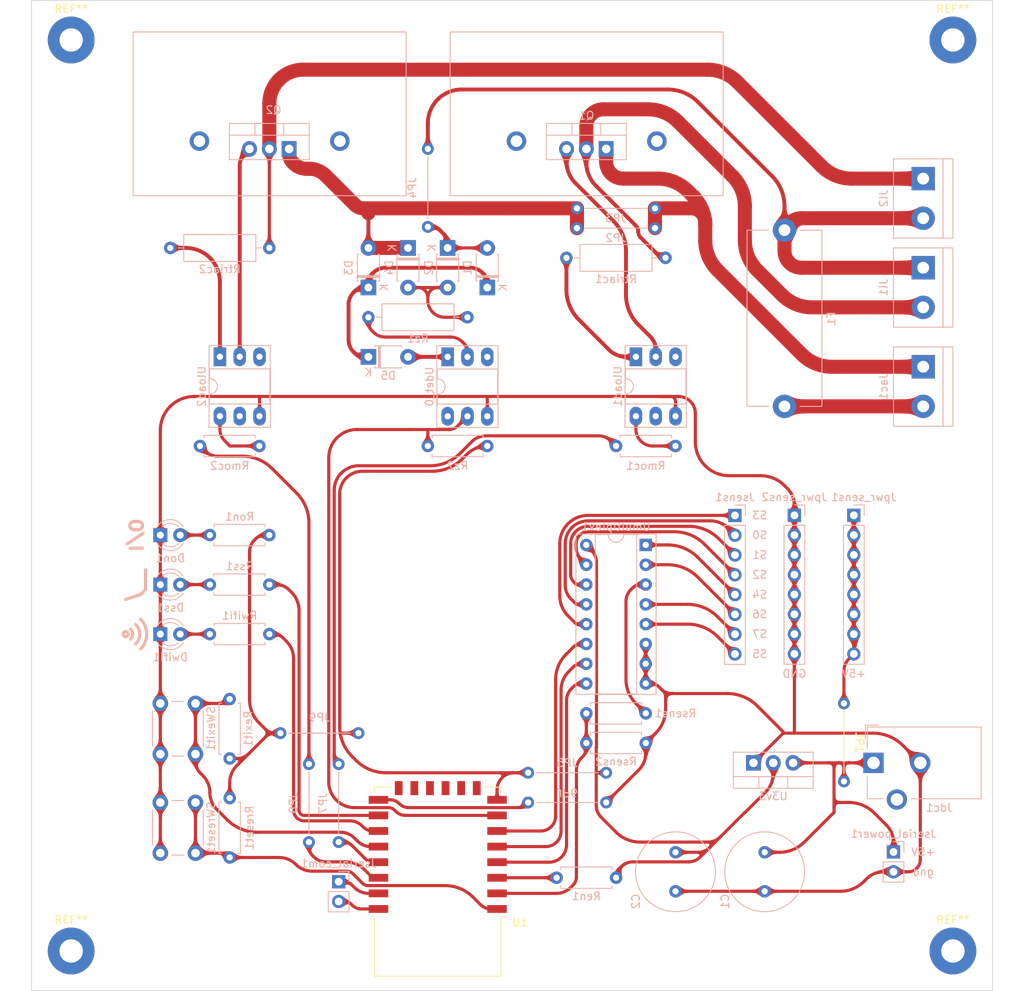
<source format=kicad_pcb>
(kicad_pcb (version 20211014) (generator pcbnew)
  (title_block (title "Controle do Forno") (date "2022-06-27") (rev "0") (company "LITel UFJF") (comment 1 "https://github.com/Guilherme32/controle-forno-LITel") (comment 2 "Mais informações no Github"))
  (layers (0 "F.Cu" signal) (31 "B.Cu" signal) (34 "B.Paste" user) (35 "F.Paste" user) (36 "B.SilkS" user "B.Silkscreen") (37 "F.SilkS" user "F.Silkscreen") (38 "B.Mask" user) (39 "F.Mask" user) (44 "Edge.Cuts" user))
  (net 0 "")
  (net 1 "+5V")
  (net 2 "GND")
  (net 3 "+3V3")
  (net 4 "Net-(D1-Pad1)")
  (net 5 "/AC1")
  (net 6 "Net-(D2-Pad2)")
  (net 7 "/AC2")
  (net 8 "Net-(D5-Pad2)")
  (net 9 "Net-(Dss1-Pad2)")
  (net 10 "Net-(F1-Pad1)")
  (net 12 "Net-(Jl1-Pad2)")
  (net 13 "/Serial_rx")
  (net 14 "/Serial_tx")
  (net 15 "Net-(Q1-Pad3)")
  (net 16 "Net-(Q2-Pad3)")
  (net 17 "/Enable")
  (net 18 "/exit_intr")
  (net 19 "Net-(Rmoc1-Pad1)")
  (net 20 "/drive_load_1")
  (net 21 "Net-(Rmoc2-Pad1)")
  (net 22 "/drive_load_2")
  (net 23 "/reset")
  (net 24 "Net-(Rsens1-Pad1)")
  (net 25 "/multiplex_out")
  (net 26 "/steady_state")
  (net 27 "Net-(Rtriac1-Pad1)")
  (net 28 "Net-(Rtriac2-Pad1)")
  (net 29 "Net-(Dwifi1-Pad2)")
  (net 30 "/det_0_intr")
  (net 31 "/multiplex_A")
  (net 32 "/multiplex_B")
  (net 33 "/multiplex_C")
  (net 40 "/wifi_status")
  (net 47 "Net-(Rz1-Pad1)")
  (net 48 "/S2")
  (net 49 "/S1")
  (net 50 "/S0")
  (net 51 "/S3")
  (net 52 "/S4")
  (net 53 "/S6")
  (net 54 "/S7")
  (net 55 "/S5")
  (net 56 "Net-(Jl2-Pad1)")
  (net 57 "/AC2'")
  (net 58 "Net-(Don1-Pad2)")
  (net 59 "Net-(JP7-Pad1)")
  (net 60 "Net-(JP8-Pad1)")
  (net 61 "/3v3'1")
  (net 62 "/AC1'")
  (net 63 "/5v'")
  (net 64 "/gnd'")
  (net 65 "/3v3'2")
  (footprint "MountingHole:MountingHole_3mm_Pad" (layer "F.Cu") (at 201.93 149.86)
    (fp_text reference "REF**")
    (fp_text value "MountingHole_3mm_Pad")
  )
  (footprint "MountingHole:MountingHole_3mm_Pad" (layer "F.Cu") (at 88.9 149.86)
    (fp_text reference "REF**")
    (fp_text value "MountingHole_3mm_Pad")
  )
  (footprint "MountingHole:MountingHole_3mm_Pad" (layer "F.Cu") (at 201.93 33.02)
    (fp_text reference "REF**")
    (fp_text value "MountingHole_3mm_Pad")
  )
  (footprint "Jumper:jumper_10mm" (layer "F.Cu") (at 187.96 118.11 -90)
    (fp_text reference "JP1")
    (fp_text value "Jumper_2_Bridged")
  )
  (footprint "RF_Module:ESP-12E" (layer "F.Cu") (at 135.89 140.97 180)
    (fp_text reference "U1")
    (fp_text value "ESP-12E")
  )
  (footprint "MountingHole:MountingHole_3mm_Pad" (layer "F.Cu") (at 88.9 33.02)
    (fp_text reference "REF**")
    (fp_text value "MountingHole_3mm_Pad")
  )
  (footprint "Resistor_THT:R_Axial_DIN0207_L6.3mm_D2.5mm_P7.62mm_Horizontal" (layer "B.Cu") (at 109.22 130.25 -90)
    (fp_text reference "Rreset1")
    (fp_text value "10K")
  )
  (footprint "LED_THT:LED_D3.0mm" (layer "B.Cu") (at 100.33 96.52)
    (fp_text reference "Don1")
    (fp_text value "LED")
  )
  (footprint "Button_Switch_THT:SW_PUSH_6mm" (layer "B.Cu") (at 104.83 124.61 90)
    (fp_text reference "SWexit1")
    (fp_text value "SW_Push")
  )
  (footprint "Jumper:jumper_10mm" (layer "B.Cu") (at 147.48 130.81)
    (fp_text reference "JP6")
    (fp_text value "Jumper_2_Bridged")
  )
  (footprint "Diode_THT:D_T-1_P5.08mm_Horizontal" (layer "B.Cu") (at 137.16 59.69 -90)
    (fp_text reference "D2")
    (fp_text value "UF5408")
  )
  (footprint "Jumper:jumper_10mm" (layer "B.Cu") (at 163.735 54.61 180)
    (fp_text reference "JP3")
    (fp_text value "Jumper_2_Bridged")
  )
  (footprint "Connector_PinHeader_2.54mm:PinHeader_1x02_P2.54mm_Vertical" (layer "B.Cu") (at 194.31 137.16 180)
    (fp_text reference "Jserial_power1")
    (fp_text value "Conn_01x02_Male")
  )
  (footprint "Resistor_THT:R_Axial_DIN0207_L6.3mm_D2.5mm_P7.62mm_Horizontal" (layer "B.Cu") (at 142.24 85.09 180)
    (fp_text reference "Rz2")
    (fp_text value "33K")
  )
  (footprint "Connector_PinHeader_2.54mm:PinHeader_1x08_P2.54mm_Vertical" (layer "B.Cu") (at 181.61 93.98 180)
    (fp_text reference "Jpwr_sens2")
    (fp_text value "Conn_01x08_Male")
  )
  (footprint "Package_TO_SOT_THT:TO-220-3_Vertical" (layer "B.Cu") (at 176.36 125.73)
    (fp_text reference "U3v3")
    (fp_text value "LM1117-3.3")
  )
  (footprint "Button_Switch_THT:SW_PUSH_6mm" (layer "B.Cu") (at 104.83 137.31 90)
    (fp_text reference "SWreset1")
    (fp_text value "SW_Push")
  )
  (footprint "Resistor_THT:R_Axial_DIN0309_L9.0mm_D3.2mm_P12.70mm_Horizontal" (layer "B.Cu") (at 101.6 59.69)
    (fp_text reference "Rtriac2")
    (fp_text value "180")
  )
  (footprint "TerminalBlock:TerminalBlock_bornier-2_P5.08mm" (layer "B.Cu") (at 198.12 62.23 -90)
    (fp_text reference "Jl1")
    (fp_text value "Screw_Terminal_01x02")
  )
  (footprint "Jumper:jumper_10mm" (layer "B.Cu") (at 134.62 46.99 -90)
    (fp_text reference "JP4")
    (fp_text value "Jumper_2_Bridged")
  )
  (footprint "TerminalBlock:TerminalBlock_bornier-2_P5.08mm" (layer "B.Cu") (at 198.12 74.93 -90)
    (fp_text reference "Jac1")
    (fp_text value "Screw_Terminal_01x02")
  )
  (footprint "Resistor_THT:R_Axial_DIN0207_L6.3mm_D2.5mm_P7.62mm_Horizontal" (layer "B.Cu") (at 114.3 96.52 180)
    (fp_text reference "Ron1")
    (fp_text value "260")
  )
  (footprint "Resistor_THT:R_Axial_DIN0207_L6.3mm_D2.5mm_P7.62mm_Horizontal" (layer "B.Cu") (at 151.13 140.462)
    (fp_text reference "Ren1")
    (fp_text value "10K")
  )
  (footprint "Jumper:jumper_10mm" (layer "B.Cu") (at 163.735 57.15 180)
    (fp_text reference "JP2")
    (fp_text value "Jumper_2_Bridged")
  )
  (footprint "Package_DIP:DIP-6_W7.62mm_Socket_LongPads" (layer "B.Cu") (at 161.29 73.645 -90)
    (fp_text reference "Uload1")
    (fp_text value "MOC3023M")
  )
  (footprint "Diode_THT:D_T-1_P5.08mm_Horizontal" (layer "B.Cu") (at 132.08 59.69 -90)
    (fp_text reference "D4")
    (fp_text value "UF5408")
  )
  (footprint "Jumper:jumper_10mm" (layer "B.Cu") (at 123.19 125.89 -90)
    (fp_text reference "JP7")
    (fp_text value "Jumper_2_Bridged")
  )
  (footprint "Resistor_THT:R_Axial_DIN0207_L6.3mm_D2.5mm_P7.62mm_Horizontal" (layer "B.Cu") (at 166.37 85.09 180)
    (fp_text reference "Rmoc1")
    (fp_text value "240")
  )
  (footprint "Resistor_THT:R_Axial_DIN0309_L9.0mm_D3.2mm_P12.70mm_Horizontal" (layer "B.Cu") (at 152.385 60.96)
    (fp_text reference "Rtriac1")
    (fp_text value "180")
  )
  (footprint "Resistor_THT:R_Axial_DIN0207_L6.3mm_D2.5mm_P7.62mm_Horizontal" (layer "B.Cu") (at 154.94 123.19)
    (fp_text reference "Rsens2")
    (fp_text value "10K")
  )
  (footprint "LED_THT:LED_D3.0mm" (layer "B.Cu") (at 100.33 109.22)
    (fp_text reference "Dwifi1")
    (fp_text value "LED")
  )
  (footprint "Resistor_THT:R_Axial_DIN0309_L9.0mm_D3.2mm_P12.70mm_Horizontal" (layer "B.Cu") (at 127 68.58)
    (fp_text reference "Rz1")
    (fp_text value "33k")
  )
  (footprint "TerminalBlock:TerminalBlock_bornier-2_P5.08mm" (layer "B.Cu") (at 198.12 50.8 -90)
    (fp_text reference "Jl2")
    (fp_text value "Screw_Terminal_01x02")
  )
  (footprint "Jumper:jumper_10mm" (layer "B.Cu") (at 125.73 121.92 180)
    (fp_text reference "JP9")
    (fp_text value "Jumper_2_Bridged")
  )
  (footprint "Diode_THT:D_T-1_P5.08mm_Horizontal" (layer "B.Cu") (at 127 64.77 90)
    (fp_text reference "D3")
    (fp_text value "UF5408")
  )
  (footprint "Package_DIP:DIP-6_W7.62mm_Socket_LongPads" (layer "B.Cu") (at 107.965 73.645 -90)
    (fp_text reference "Uload2")
    (fp_text value "MOC3023M")
  )
  (footprint "Connector_PinHeader_2.54mm:PinHeader_1x08_P2.54mm_Vertical" (layer "B.Cu") (at 189.23 93.98 180)
    (fp_text reference "Jpwr_sens1")
    (fp_text value "Conn_01x08_Male")
  )
  (footprint "Capacitor_THT:C_Radial_D10.0mm_H16.0mm_P5.00mm" (layer "B.Cu") (at 177.8 137.2 -90)
    (fp_text reference "C1")
    (fp_text value "1m")
  )
  (footprint "Resistor_THT:R_Axial_DIN0207_L6.3mm_D2.5mm_P7.62mm_Horizontal" (layer "B.Cu") (at 114.3 109.22 180)
    (fp_text reference "Rwifi1")
    (fp_text value "260")
  )
  (footprint "Connector_PinHeader_2.54mm:PinHeader_1x02_P2.54mm_Vertical" (layer "B.Cu") (at 123.19 140.97 180)
    (fp_text reference "Jserial_com1")
    (fp_text value "Conn_01x02_Male")
  )
  (footprint "Package_DIP:DIP-16_W7.62mm_Socket" (layer "B.Cu") (at 162.55 97.78 180)
    (fp_text reference "Umultiplex1")
    (fp_text value "CD4051B")
  )
  (footprint "Connector_BarrelJack:BarrelJack_CUI_PJ-102AH_Horizontal" (layer "B.Cu") (at 191.75 125.73 -90)
    (fp_text reference "Jdc1")
    (fp_text value "Barrel_Jack_Switch")
  )
  (footprint "Capacitor_THT:C_Radial_D10.0mm_H16.0mm_P5.00mm" (layer "B.Cu") (at 166.37 137.2 -90)
    (fp_text reference "C2")
    (fp_text value "1m")
  )
  (footprint "Resistor_THT:R_Axial_DIN0207_L6.3mm_D2.5mm_P7.62mm_Horizontal" (layer "B.Cu") (at 114.3 102.87 180)
    (fp_text reference "Rss1")
    (fp_text value "260")
  )
  (footprint "Package_TO_SOT_THT:TO-220-3_Vertical" (layer "B.Cu") (at 157.48 46.99 180)
    (fp_text reference "Q1")
    (fp_text value "BTA16-600B")
  )
  (footprint "Package_DIP:DIP-6_W7.62mm_Socket_LongPads" (layer "B.Cu") (at 137.16 73.66 -90)
    (fp_text reference "Udet_0")
    (fp_text value "4N25")
  )
  (footprint "Resistor_THT:R_Axial_DIN0207_L6.3mm_D2.5mm_P7.62mm_Horizontal" (layer "B.Cu") (at 109.22 125.17 90)
    (fp_text reference "Rexit1")
    (fp_text value "10K")
  )
  (footprint "Connector_PinHeader_2.54mm:PinHeader_1x08_P2.54mm_Vertical" (layer "B.Cu") (at 173.99 93.995 180)
    (fp_text reference "Jsens1")
    (fp_text value "Conn_01x08_Male")
  )
  (footprint "Jumper:jumper_10mm" (layer "B.Cu") (at 157.48 127 180)
    (fp_text reference "JP5")
    (fp_text value "Jumper_2_Bridged")
  )
  (footprint "Package_TO_SOT_THT:TO-220-3_Vertical" (layer "B.Cu") (at 116.84 46.99 180)
    (fp_text reference "Q2")
    (fp_text value "BTA16-600B")
  )
  (footprint "LED_THT:LED_D3.0mm" (layer "B.Cu") (at 100.33 102.87)
    (fp_text reference "Dss1")
    (fp_text value "LED")
  )
  (footprint "Resistor_THT:R_Axial_DIN0207_L6.3mm_D2.5mm_P7.62mm_Horizontal" (layer "B.Cu") (at 113.03 85.09 180)
    (fp_text reference "Rmoc2")
    (fp_text value "240")
  )
  (footprint "Fuse:Fuseholder_Cylinder-5x20mm_Stelvio-Kontek_PTF78_Horizontal_Open" (layer "B.Cu") (at 180.34 80.01 90)
    (fp_text reference "F1")
    (fp_text value "Fuse")
  )
  (footprint "Jumper:jumper_10mm" (layer "B.Cu") (at 119.38 125.89 -90)
    (fp_text reference "JP8")
    (fp_text value "Jumper_2_Bridged")
  )
  (footprint "Diode_THT:D_T-1_P5.08mm_Horizontal" (layer "B.Cu") (at 142.24 64.77 90)
    (fp_text reference "D1")
    (fp_text value "UF5408")
  )
  (footprint "Resistor_THT:R_Axial_DIN0207_L6.3mm_D2.5mm_P7.62mm_Horizontal" (layer "B.Cu") (at 162.56 119.38 180)
    (fp_text reference "Rsens1")
    (fp_text value "10K")
  )
  (footprint "Diode_THT:D_T-1_P5.08mm_Horizontal" (layer "B.Cu") (at 127 73.66)
    (fp_text reference "D5")
    (fp_text value "7.5V")
  )
  (gr_arc (start 97.789999 107.315001) (mid 98.579075 109.22) (end 97.789999 111.124999) (layer "B.SilkS") (width 0.4))
  (gr_circle (center 95.885 109.22) (end 96.014515 109.22) (layer "B.SilkS") (width 0.4) (fill none))
  (gr_arc (start 96.52 108.585) (mid 96.783026 109.22) (end 96.52 109.855) (layer "B.SilkS") (width 0.4))
  (gr_line (start 98.425 103.505) (end 97.79 104.14) (layer "B.SilkS") (width 0.4))
  (gr_line (start 98.425 100.965) (end 98.425 103.505) (layer "B.SilkS") (width 0.4))
  (gr_line (start 97.79 104.14) (end 95.885 104.775) (layer "B.SilkS") (width 0.4))
  (gr_arc (start 97.155 107.95) (mid 97.681051 109.22) (end 97.155 110.49) (layer "B.SilkS") (width 0.4))
  (gr_rect (start 207.01 154.94) (end 83.82 27.94) (layer "Edge.Cuts") (width 0.1) (fill none))
  (gr_text "I/O" (at 97.155 96.52 270) (layer "B.SilkS") (effects (font (size 1.6 1.6) (thickness 0.4)) (justify mirror)))
  (gr_text "S3" (at 177.165 93.98) (layer "B.SilkS") (effects (font (size 1 1)) (justify mirror)))
  (gr_text "S2" (at 177.165 101.6) (layer "B.SilkS") (effects (font (size 1 1)) (justify mirror)))
  (gr_text "+5V" (at 198.12 137.16) (layer "B.SilkS") (effects (font (size 1 1)) (justify mirror)))
  (gr_text "+5V" (at 189.23 114.3) (layer "B.SilkS") (effects (font (size 1 1)) (justify mirror)))
  (gr_text "GND" (at 181.61 114.3) (layer "B.SilkS") (effects (font (size 1 1)) (justify mirror)))
  (gr_text "S7" (at 177.165 109.22) (layer "B.SilkS") (effects (font (size 1 1)) (justify mirror)))
  (gr_text "S0\n" (at 177.165 96.52) (layer "B.SilkS") (effects (font (size 1 1)) (justify mirror)))
  (gr_text "gnd" (at 198.12 139.7) (layer "B.SilkS") (effects (font (size 1 1)) (justify mirror)))
  (gr_text "S1" (at 177.165 99.06) (layer "B.SilkS") (effects (font (size 1 1)) (justify mirror)))
  (gr_text "S4" (at 177.165 104.14) (layer "B.SilkS") (effects (font (size 1 1)) (justify mirror)))
  (gr_text "S5" (at 177.165 111.76) (layer "B.SilkS") (effects (font (size 1 1)) (justify mirror)))
  (gr_text "S6" (at 177.165 106.68) (layer "B.SilkS") (effects (font (size 1 1)) (justify mirror)))
  (segment (start 186.69 131.465) (end 186.69 130.155) (width 0.4) (layer "F.Cu") (net 1))
  (segment (start 191.847038 132.157038) (end 193.411974 133.721974) (width 0.4) (layer "F.Cu") (net 1))
  (segment (start 187.96 126.365) (end 187.96 128.11) (width 0.4) (layer "F.Cu") (net 1))
  (segment (start 179.685 137.2) (end 177.8 137.2) (width 0.4) (layer "F.Cu") (net 1))
  (segment (start 194.31 135.89) (end 194.31 137.16) (width 0.4) (layer "F.Cu") (net 1))
  (segment (start 186.055 125.73) (end 187.325 125.73) (width 0.4) (layer "F.Cu") (net 1))
  (segment (start 186.69 130.155) (end 186.69 126.365) (width 0.4) (layer "F.Cu") (net 1))
  (segment (start 186.055 125.73) (end 181.44 125.73) (width 0.4) (layer "F.Cu") (net 1))
  (segment (start 187.325 125.73) (end 188.595 125.73) (width 0.4) (layer "F.Cu") (net 1))
  (segment (start 182.902896 135.867103) (end 186.635857 132.134142) (width 0.4) (layer "F.Cu") (net 1))
  (segment (start 188.595 130.81) (end 187.345 130.81) (width 0.4) (layer "F.Cu") (net 1))
  (segment (start 188.595 125.73) (end 191.75 125.73) (width 0.4) (layer "F.Cu") (net 1))
  (segment (start 186.69 131.465) (end 186.69 132.1) (width 0.4) (layer "F.Cu") (net 1))
  (arc (start 193.411974 133.721974) (mid 194.07661 134.716672) (end 194.31 135.89) (width 0.4) (layer "F.Cu") (net 1))
  (arc (start 187.96 126.365) (mid 187.774012 125.915987) (end 187.325 125.73) (width 0.4) (layer "F.Cu") (net 1))
  (arc (start 186.69 126.365) (mid 186.504012 125.915987) (end 186.055 125.73) (width 0.4) (layer "F.Cu") (net 1))
  (arc (start 187.345 130.81) (mid 186.881845 131.001845) (end 186.69 131.465) (width 0.4) (layer "F.Cu") (net 1))
  (arc (start 187.325 125.73) (mid 186.875987 125.915987) (end 186.69 126.365) (width 0.4) (layer "F.Cu") (net 1))
  (arc (start 186.69 132.1) (mid 186.684142 132.114142) (end 186.67 132.12) (width 0.4) (layer "F.Cu") (net 1))
  (arc (start 182.902896 135.867103) (mid 181.426512 136.853591) (end 179.685 137.2) (width 0.4) (layer "F.Cu") (net 1))
  (arc (start 188.595 125.73) (mid 188.145987 125.915987) (end 187.96 126.365) (width 0.4) (layer "F.Cu") (net 1))
  (arc (start 191.847038 132.157038) (mid 190.35499 131.160083) (end 188.595 130.81) (width 0.4) (layer "F.Cu") (net 1))
  (arc (start 186.69 130.155) (mid 186.881845 130.618154) (end 187.345 130.81) (width 0.4) (layer "F.Cu") (net 1))
  (arc (start 186.67 132.12) (mid 186.651522 132.123675) (end 186.635857 132.134142) (width 0.4) (layer "F.Cu") (net 1))
  (segment (start 166.005096 116.84) (end 165.943498 116.84) (width 0.4) (layer "F.Cu") (net 2))
  (segment (start 180.255 121.92) (end 191.686036 121.92) (width 0.4) (layer "F.Cu") (net 2))
  (segment (start 164.46 116.2) (end 164.269012 116.009012) (width 0.4) (layer "F.Cu") (net 2))
  (segment (start 162.56 124.46) (end 162.56 123.19) (width 0.4) (layer "F.Cu") (net 2))
  (segment (start 100.33 96.52) (end 100.33 102.87) (width 0.4) (layer "F.Cu") (net 2))
  (segment (start 181.61 92.71) (end 181.61 93.98) (width 0.4) (layer "F.Cu") (net 2))
  (segment (start 113.0375 78.7475) (end 113.03 78.74) (width 0.4) (layer "F.Cu") (net 2))
  (segment (start 181.61 104.14) (end 181.61 101.6) (width 0.4) (layer "F.Cu") (net 2))
  (segment (start 177.273948 88.9) (end 173.246051 88.9) (width 0.4) (layer "F.Cu") (net 2))
  (segment (start 165.735 78.74) (end 164.465 78.74) (width 0.4) (layer "F.Cu") (net 2))
  (segment (start 181.61 99.06) (end 181.61 101.6) (width 0.4) (layer "F.Cu") (net 2))
  (segment (start 177.8 142.2) (end 166.37 142.2) (width 0.4) (layer "F.Cu") (net 2))
  (segment (start 100.33 130.81) (end 100.33 137.31) (width 0.4) (layer "F.Cu") (net 2))
  (segment (start 181.61 106.68) (end 181.61 104.14) (width 0.4) (layer "F.Cu") (net 2))
  (segment (start 181.61 111.76) (end 181.61 121.92) (width 0.4) (layer "F.Cu") (net 2))
  (segment (start 100.33 130.81) (end 100.33 124.61) (width 0.4) (layer "F.Cu") (net 2))
  (segment (start 165.1 118.853948) (end 165.1 117.745096) (width 0.4) (layer "F.Cu") (net 2))
  (segment (start 164.465 78.74) (end 165.735 78.74) (width 0.4) (layer "F.Cu") (net 2))
  (segment (start 162.55 114.925) (end 162.55 113.02) (width 0.4) (layer "F.Cu") (net 2))
  (segment (start 164.46 116.2) (end 164.522326 116.262326) (width 0.4) (layer "F.Cu") (net 2))
  (segment (start 164.46 116.2) (end 164.818405 116.558405) (width 0.4) (layer "F.Cu") (net 2))
  (segment (start 166.005096 116.84) (end 165.916951 116.84) (width 0.4) (layer "F.Cu") (net 2))
  (segment (start 161.661974 126.628025) (end 157.48 130.81) (width 0.4) (layer "F.Cu") (net 2))
  (segment (start 173.006036 116.84) (end 166.005096 116.84) (width 0.4) (layer "F.Cu") (net 2))
  (segment (start 168.91 80.908025) (end 168.91 84.563948) (width 0.4) (layer "F.Cu") (net 2))
  (segment (start 100.33 96.52) (end 100.33 83.076051) (width 0.4) (layer "F.Cu") (net 2))
  (segment (start 162.55 113.02) (end 162.55 110.48) (width 0.4) (layer "F.Cu") (net 2))
  (segment (start 100.33 118.11) (end 100.33 109.22) (width 0.4) (layer "F.Cu") (net 2))
  (segment (start 165.1 117.745096) (end 165.1 117.683498) (width 0.4) (layer "F.Cu") (net 2))
  (segment (start 163.83 121.92) (end 162.56 123.19) (width 0.4) (layer "F.Cu") (net 2))
  (segment (start 166.37 79.375) (end 166.37 81.265) (width 0.4) (layer "F.Cu") (net 2))
  (segment (start 197.75 125.73) (end 197.75 138.163603) (width 0.4) (layer "F.Cu") (net 2))
  (segment (start 190.519999 140.949999) (end 190.871974 140.598025) (width 0.4) (layer "F.Cu") (net 2))
  (segment (start 100.33 124.61) (end 100.33 118.11) (width 0.4) (layer "F.Cu") (net 2))
  (segment (start 181.61 106.68) (end 181.61 109.22) (width 0.4) (layer "F.Cu") (net 2))
  (segment (start 180.34 90.17) (end 180.711974 90.541974) (width 0.4) (layer "F.Cu") (net 2))
  (segment (start 194.31 139.7) (end 193.04 139.7) (width 0.4) (layer "F.Cu") (net 2))
  (segment (start 187.502233 142.2) (end 177.8 142.2) (width 0.4) (layer "F.Cu") (net 2))
  (segment (start 197.75 125.73) (end 195.533792 123.513792) (width 0.4) (layer "F.Cu") (net 2))
  (segment (start 194.31 139.7) (end 196.213603 139.7) (width 0.4) (layer "F.Cu") (net 2))
  (segment (start 165.735 78.74) (end 166.741974 78.74) (width 0.4) (layer "F.Cu") (net 2))
  (segment (start 181.61 99.06) (end 181.61 96.52) (width 0.4) (layer "F.Cu") (net 2))
  (segment (start 165.1 117.745096) (end 165.099999 117.238231) (width 0.4) (layer "F.Cu") (net 2))
  (segment (start 113.045 78.765606) (end 113.045 81.265) (width 0.4) (layer "F.Cu") (net 2))
  (segment (start 181.61 96.52) (end 181.61 93.98) (width 0.4) (layer "F.Cu") (net 2))
  (segment (start 164.465 78.74) (end 104.666051 78.74) (width 0.4) (layer "F.Cu") (net 2))
  (segment (start 142.24 81.28) (end 142.24 78.74) (width 0.4) (layer "F.Cu") (net 2))
  (segment (start 176.853792 118.433792) (end 180.109895 121.689895) (width 0.4) (layer "F.Cu") (net 2))
  (segment (start 180.109895 121.980104) (end 176.36 125.73) (width 0.4) (layer "F.Cu") (net 2))
  (segment (start 181.61 111.76) (end 181.61 109.22) (width 0.4) (layer "F.Cu") (net 2))
  (segment (start 100.33 102.87) (end 100.33 109.22) (width 0.4) (layer "F.Cu") (net 2))
  (arc (start 165.1 118.853948) (mid 164.769937 120.513283) (end 163.83 121.92) (width 0.4) (layer "F.Cu") (net 2))
  (arc (start 180.17 121.835) (mid 180.194895 121.895104) (end 180.255 121.92) (width 0.4) (layer "F.Cu") (net 2))
  (arc (start 180.711974 90.541974) (mid 181.37661 91.536672) (end 181.61 92.71) (width 0.4) (layer "F.Cu") (net 2))
  (arc (start 180.109895 121.980104) (mid 180.154379 121.913529) (end 180.17 121.835) (width 0.4) (layer "F.Cu") (net 2))
  (arc (start 168.275 79.375) (mid 167.571641 78.905031) (end 166.741974 78.74) (width 0.4) (layer "F.Cu") (net 2))
  (arc (start 101.6 80.01) (mid 100.660062 81.416716) (end 100.33 83.076051) (width 0.4) (layer "F.Cu") (net 2))
  (arc (start 197.3 139.25) (mid 196.801556 139.583048) (end 196.213603 139.7) (width 0.4) (layer "F.Cu") (net 2))
  (arc (start 193.04 139.7) (mid 191.866672 139.933389) (end 190.871974 140.598025) (width 0.4) (layer "F.Cu") (net 2))
  (arc (start 168.275 79.375) (mid 168.744968 80.078357) (end 168.91 80.908025) (width 0.4) (layer "F.Cu") (net 2))
  (arc (start 176.853792 118.433792) (mid 175.088426 117.254213) (end 173.006036 116.84) (width 0.4) (layer "F.Cu") (net 2))
  (arc (start 165.943498 116.84) (mid 165.347056 117.087056) (end 165.1 117.683498) (width 0.4) (layer "F.Cu") (net 2))
  (arc (start 165.099999 117.238231) (mid 165.026815 116.870312) (end 164.818405 116.558405) (width 0.4) (layer "F.Cu") (net 2))
  (arc (start 164.522326 116.262326) (mid 165.162185 116.689867) (end 165.916951 116.84) (width 0.4) (layer "F.Cu") (net 2))
  (arc (start 168.91 84.563948) (mid 169.240062 86.223283) (end 170.18 87.63) (width 0.4) (layer "F.Cu") (net 2))
  (arc (start 180.255 121.92) (mid 180.176469 121.93562) (end 180.109895 121.980104) (width 0.4) (layer "F.Cu") (net 2))
  (arc (start 166.37 79.375) (mid 166.184012 78.925987) (end 165.735 78.74) (width 0.4) (layer "F.Cu") (net 2))
  (arc (start 113.0375 78.7475) (mid 113.04305 78.755807) (end 113.045 78.765606) (width 0.4) (layer "F.Cu") (net 2))
  (arc (start 190.519999 140.949999) (mid 189.135436 141.875135) (end 187.502233 142.2) (width 0.4) (layer "F.Cu") (net 2))
  (arc (start 197.75 138.163603) (mid 197.633048 138.751556) (end 197.3 139.25) (width 0.4) (layer "F.Cu") (net 2))
  (arc (start 162.56 124.46) (mid 162.32661 125.633326) (end 161.661974 126.628025) (width 0.4) (layer "F.Cu") (net 2))
  (arc (start 180.34 90.17) (mid 178.933283 89.230062) (end 177.273948 88.9) (width 0.4) (layer "F.Cu") (net 2))
  (arc (start 180.109895 121.689895) (mid 180.154379 121.756469) (end 180.17 121.835) (width 0.4) (layer "F.Cu") (net 2))
  (arc (start 170.18 87.63) (mid 171.586716 88.569937) (end 173.246051 88.9) (width 0.4) (layer "F.Cu") (net 2))
  (arc (start 104.666051 78.74) (mid 103.006716 79.070062) (end 101.6 80.01) (width 0.4) (layer "F.Cu") (net 2))
  (arc (start 164.269012 116.009012) (mid 163.771663 115.676694) (end 163.185 115.56) (width 0.4) (layer "F.Cu") (net 2))
  (arc (start 195.533792 123.513792) (mid 193.768426 122.334213) (end 191.686036 121.92) (width 0.4) (layer "F.Cu") (net 2))
  (arc (start 162.55 114.925) (mid 162.735987 115.374012) (end 163.185 115.56) (width 0.4) (layer "F.Cu") (net 2))
  (segment (start 156.845 132.715) (end 158.115 133.985) (width 0.4) (layer "F.Cu") (net 3))
  (segment (start 178.9 127.105) (end 178.9 125.73) (width 0.4) (layer "F.Cu") (net 3))
  (segment (start 172.104999 135.234999) (end 170.795 136.545) (width 0.4) (layer "F.Cu") (net 3))
  (segment (start 158.75 134.62) (end 158.115 133.985) (width 0.4) (layer "F.Cu") (net 3))
  (segment (start 156.21 131.181974) (end 156.21 123.778654) (width 0.4) (layer "F.Cu") (net 3))
  (segment (start 155.584755 98.434755) (end 154.93 97.78) (width 0.4) (layer "F.Cu") (net 3))
  (segment (start 170.52369 135.89) (end 161.816051 135.89) (width 0.4) (layer "F.Cu") (net 3))
  (segment (start 157.48 127) (end 156.21 127) (width 0.4) (layer "F.Cu") (net 3))
  (segment (start 159.384999 139.064999) (end 159.019407 139.430592) (width 0.4) (layer "F.Cu") (net 3))
  (segment (start 169.270258 137.2) (end 166.37 137.2) (width 0.4) (layer "F.Cu") (net 3))
  (segment (start 158.75 140.081) (end 158.75 140.462) (width 0.4) (layer "F.Cu") (net 3))
  (segment (start 168.040258 138.43) (end 160.918025 138.43) (width 0.4) (layer "F.Cu") (net 3))
  (segment (start 170.755 136.585) (end 169.525 137.815) (width 0.4) (layer "F.Cu") (net 3))
  (segment (start 156.239511 123.707408) (end 156.239511 100.015475) (width 0.4) (layer "F.Cu") (net 3))
  (segment (start 172.104999 135.234999) (end 175.245857 132.094142) (width 0.4) (layer "F.Cu") (net 3))
  (segment (start 170.755 136.585) (end 170.795 136.545) (width 0.4) (layer "F.Cu") (net 3))
  (segment (start 175.314142 132.065857) (end 177.927728 129.452271) (width 0.4) (layer "F.Cu") (net 3))
  (arc (start 155.584755 98.434755) (mid 156.069345 99.159995) (end 156.239511 100.015475) (width 0.4) (layer "F.Cu") (net 3))
  (arc (start 169.525 137.815) (mid 169.603094 137.422393) (end 169.270258 137.2) (width 0.4) (layer "F.Cu") (net 3))
  (arc (start 159.019407 139.430592) (mid 158.820016 139.729001) (end 158.75 140.081) (width 0.4) (layer "F.Cu") (net 3))
  (arc (start 170.52369 135.89) (mid 171.379488 135.71977) (end 172.104999 135.234999) (width 0.4) (layer "F.Cu") (net 3))
  (arc (start 178.9 127.105) (mid 178.647314 128.375334) (end 177.927728 129.452271) (width 0.4) (layer "F.Cu") (net 3))
  (arc (start 160.918025 138.43) (mid 160.088357 138.59503) (end 159.384999 139.064999) (width 0.4) (layer "F.Cu") (net 3))
  (arc (start 175.28 132.08) (mid 175.261522 132.083675) (end 175.245857 132.094142) (width 0.4) (layer "F.Cu") (net 3))
  (arc (start 169.270258 137.2) (mid 170.073794 137.040166) (end 170.755 136.585) (width 0.4) (layer "F.Cu") (net 3))
  (arc (start 158.75 134.62) (mid 160.156716 135.559937) (end 161.816051 135.89) (width 0.4) (layer "F.Cu") (net 3))
  (arc (start 156.239511 123.707408) (mid 156.235676 123.726687) (end 156.224755 123.743031) (width 0.4) (layer "F.Cu") (net 3))
  (arc (start 169.525 137.815) (mid 168.843794 138.270166) (end 168.040258 138.43) (width 0.4) (layer "F.Cu") (net 3))
  (arc (start 170.795 136.545) (mid 170.878173 136.126858) (end 170.52369 135.89) (width 0.4) (layer "F.Cu") (net 3))
  (arc (start 175.314142 132.065857) (mid 175.298477 132.076324) (end 175.28 132.08) (width 0.4) (layer "F.Cu") (net 3))
  (arc (start 156.224755 123.743031) (mid 156.213834 123.759375) (end 156.21 123.778654) (width 0.4) (layer "F.Cu") (net 3))
  (arc (start 156.21 131.181974) (mid 156.375031 132.011641) (end 156.845 132.715) (width 0.4) (layer "F.Cu") (net 3))
  (segment (start 140.071974 62.23) (end 129.168025 62.23) (width 0.5) (layer "F.Cu") (net 4))
  (segment (start 142.24 64.135) (end 142.24 64.77) (width 0.5) (layer "F.Cu") (net 4))
  (segment (start 125.280987 65.219012) (end 125.095 65.405) (width 0.5) (layer "F.Cu") (net 4))
  (segment (start 124.46 71.491974) (end 124.46 66.938025) (width 0.5) (layer "F.Cu") (net 4))
  (segment (start 141.605 62.865) (end 141.790987 63.050987) (width 0.5) (layer "F.Cu") (net 4))
  (segment (start 127.449012 63.050987) (end 127.635 62.865) (width 0.5) (layer "F.Cu") (net 4))
  (segment (start 126.365 73.66) (end 127 73.66) (width 0.5) (layer "F.Cu") (net 4))
  (segment (start 126.365 64.77) (end 127 64.77) (width 0.5) (layer "F.Cu") (net 4))
  (segment (start 125.095 73.025) (end 125.280987 73.210987) (width 0.5) (layer "F.Cu") (net 4))
  (segment (start 127 64.135) (end 127 64.77) (width 0.5) (layer "F.Cu") (net 4))
  (arc (start 125.280987 73.210987) (mid 125.778336 73.543305) (end 126.365 73.66) (width 0.5) (layer "F.Cu") (net 4))
  (arc (start 141.605 62.865) (mid 140.901641 62.395031) (end 140.071974 62.23) (width 0.5) (layer "F.Cu") (net 4))
  (arc (start 129.168025 62.23) (mid 128.338357 62.395031) (end 127.635 62.865) (width 0.5) (layer "F.Cu") (net 4))
  (arc (start 141.790987 63.050987) (mid 142.123305 63.548336) (end 142.24 64.135) (width 0.5) (layer "F.Cu") (net 4))
  (arc (start 127.449012 63.050987) (mid 127.116694 63.548336) (end 127 64.135) (width 0.5) (layer "F.Cu") (net 4))
  (arc (start 124.46 71.491974) (mid 124.625031 72.321641) (end 125.095 73.025) (width 0.5) (layer "F.Cu") (net 4))
  (arc (start 125.095 65.405) (mid 124.625031 66.108357) (end 124.46 66.938025) (width 0.5) (layer "F.Cu") (net 4))
  (arc (start 126.365 64.77) (mid 125.778336 64.886694) (end 125.280987 65.219012) (width 0.5) (layer "F.Cu") (net 4))
  (segment (start 180.34 57.54) (end 180.34 57.28) (width 1.8) (layer "F.Cu") (net 5))
  (segment (start 180.431923 57.058076) (end 180.975 56.515) (width 1.8) (layer "F.Cu") (net 5))
  (segment (start 180.34 54.323963) (end 180.34 57.28) (width 0.5) (layer "F.Cu") (net 5))
  (segment (start 182.508025 62.23) (end 198.12 62.23) (width 1.8) (layer "F.Cu") (net 5))
  (segment (start 180.34 57.54) (end 180.34 60.061974) (width 1.8) (layer "F.Cu") (net 5))
  (segment (start 165.386036 39.37) (end 138.956051 39.37) (width 0.5) (layer "F.Cu") (net 5))
  (segment (start 180.34 57.28) (end 180.34 57.54) (width 1.8) (layer "F.Cu") (net 5))
  (segment (start 182.508025 55.88) (end 198.12 55.88) (width 1.8) (layer "F.Cu") (net 5))
  (segment (start 169.233792 40.963792) (end 178.746207 50.476207) (width 0.5) (layer "F.Cu") (net 5))
  (segment (start 134.62 43.706051) (end 134.62 46.99) (width 0.5) (layer "F.Cu") (net 5))
  (arc (start 180.431923 57.058076) (mid 180.36389 57.159895) (end 180.34 57.28) (width 1.8) (layer "F.Cu") (net 5))
  (arc (start 180.975 61.595) (mid 181.678357 62.064968) (end 182.508025 62.23) (width 1.8) (layer "F.Cu") (net 5))
  (arc (start 180.34 60.061974) (mid 180.505031 60.891641) (end 180.975 61.595) (width 1.8) (layer "F.Cu") (net 5))
  (arc (start 138.956051 39.37) (mid 137.296716 39.700062) (end 135.89 40.64) (width 0.5) (layer "F.Cu") (net 5))
  (arc (start 135.89 40.64) (mid 134.950062 42.046716) (end 134.62 43.706051) (width 0.5) (layer "F.Cu") (net 5))
  (arc (start 178.746207 50.476207) (mid 179.925786 52.241572) (end 180.34 54.323963) (width 0.5) (layer "F.Cu") (net 5))
  (arc (start 182.508025 55.88) (mid 181.678357 56.045031) (end 180.975 56.515) (width 1.8) (layer "F.Cu") (net 5))
  (arc (start 169.233792 40.963792) (mid 167.468426 39.784213) (end 165.386036 39.37) (width 0.5) (layer "F.Cu") (net 5))
  (segment (start 136.788025 68.58) (end 139.7 68.58) (width 0.4) (layer "F.Cu") (net 6))
  (segment (start 133.35 64.77) (end 132.08 64.77) (width 0.4) (layer "F.Cu") (net 6))
  (segment (start 134.62 66.411974) (end 134.62 66.04) (width 0.4) (layer "F.Cu") (net 6))
  (segment (start 133.35 64.77) (end 135.89 64.77) (width 0.4) (layer "F.Cu") (net 6))
  (segment (start 135.89 64.77) (end 137.16 64.77) (width 0.4) (layer "F.Cu") (net 6))
  (arc (start 135.89 64.77) (mid 134.991974 65.141974) (end 134.62 66.04) (width 0.4) (layer "F.Cu") (net 6))
  (arc (start 134.62 66.04) (mid 134.248025 65.141974) (end 133.35 64.77) (width 0.4) (layer "F.Cu") (net 6))
  (arc (start 134.62 66.411974) (mid 134.785031 67.241641) (end 135.255 67.945) (width 0.4) (layer "F.Cu") (net 6))
  (arc (start 135.255 67.945) (mid 135.958357 68.414968) (end 136.788025 68.58) (width 0.4) (layer "F.Cu") (net 6))
  (segment (start 186.403963 74.93) (end 198.12 74.93) (width 1.8) (layer "F.Cu") (net 7))
  (segment (start 159.648025 50.8) (end 164.116036 50.8) (width 1.8) (layer "F.Cu") (net 7))
  (segment (start 182.556207 73.336207) (end 171.773792 62.553792) (width 1.8) (layer "F.Cu") (net 7))
  (segment (start 170.18 58.706036) (end 170.18 56.609998) (width 1.8) (layer "F.Cu") (net 7))
  (segment (start 157.48 48.631974) (end 157.48 46.99) (width 1.8) (layer "F.Cu") (net 7))
  (segment (start 163.735 54.61) (end 168.560086 54.61) (width 1.8) (layer "F.Cu") (net 7))
  (segment (start 168.586207 53.016207) (end 167.963792 52.393792) (width 1.8) (layer "F.Cu") (net 7))
  (segment (start 163.735 54.61) (end 163.735 57.15) (width 1.8) (layer "F.Cu") (net 7))
  (arc (start 168.560086 54.61) (mid 169.017873 54.033659) (end 168.586207 53.016207) (width 1.8) (layer "F.Cu") (net 7))
  (arc (start 182.556207 73.336207) (mid 184.321572 74.515786) (end 186.403963 74.93) (width 1.8) (layer "F.Cu") (net 7))
  (arc (start 167.963792 52.393792) (mid 166.198426 51.214213) (end 164.116036 50.8) (width 1.8) (layer "F.Cu") (net 7))
  (arc (start 157.48 48.631974) (mid 157.645031 49.461641) (end 158.115 50.165) (width 1.8) (layer "F.Cu") (net 7))
  (arc (start 158.115 50.165) (mid 158.818357 50.634968) (end 159.648025 50.8) (width 1.8) (layer "F.Cu") (net 7))
  (arc (start 168.586207 53.016207) (mid 169.765786 54.715569) (end 170.18 56.609998) (width 1.8) (layer "F.Cu") (net 7))
  (arc (start 170.18 56.609998) (mid 169.705538 55.195785) (end 168.560086 54.61) (width 1.8) (layer "F.Cu") (net 7))
  (arc (start 170.18 58.706036) (mid 170.594213 60.788426) (end 171.773792 62.553792) (width 1.8) (layer "F.Cu") (net 7))
  (segment (start 132.08 73.66) (end 137.16 73.66) (width 0.5) (layer "F.Cu") (net 8))
  (segment (start 102.87 102.87) (end 106.68 102.87) (width 0.4) (layer "F.Cu") (net 9))
  (segment (start 198.12 80.01) (end 180.34 80.01) (width 1.8) (layer "F.Cu") (net 10))
  (segment (start 161.265556 56.815556) (end 156.177436 51.727436) (width 0.5) (layer "F.Cu") (net 12))
  (segment (start 176.853792 62.553792) (end 180.016207 65.716207) (width 1.8) (layer "F.Cu") (net 12))
  (segment (start 154.94 44.078025) (end 154.94 46.99) (width 1.8) (layer "F.Cu") (net 12))
  (segment (start 162.846036 41.91) (end 157.108025 41.91) (width 1.8) (layer "F.Cu") (net 12))
  (segment (start 164.79506 60.96) (end 165.085 60.96) (width 0.5) (layer "F.Cu") (net 12))
  (segment (start 183.863963 67.31) (end 198.12 67.31) (width 1.8) (layer "F.Cu") (net 12))
  (segment (start 164.300101 60.754981) (end 161.905403 58.360283) (width 0.5) (layer "F.Cu") (net 12))
  (segment (start 175.26 58.706036) (end 175.26 54.323963) (width 1.8) (layer "F.Cu") (net 12))
  (segment (start 173.666207 50.476207) (end 166.693792 43.503792) (width 1.8) (layer "F.Cu") (net 12))
  (segment (start 154.94 48.74) (end 154.94 46.99) (width 0.5) (layer "F.Cu") (net 12))
  (arc (start 161.265556 56.815556) (mid 161.502334 57.169919) (end 161.58548 57.58792) (width 0.5) (layer "F.Cu") (net 12))
  (arc (start 180.016207 65.716207) (mid 181.781572 66.895786) (end 183.863963 67.31) (width 1.8) (layer "F.Cu") (net 12))
  (arc (start 166.693792 43.503792) (mid 164.928426 42.324213) (end 162.846036 41.91) (width 1.8) (layer "F.Cu") (net 12))
  (arc (start 164.300101 60.754981) (mid 164.52719 60.906717) (end 164.79506 60.96) (width 0.5) (layer "F.Cu") (net 12))
  (arc (start 161.58548 57.58792) (mid 161.668625 58.005919) (end 161.905403 58.360283) (width 0.5) (layer "F.Cu") (net 12))
  (arc (start 175.26 58.706036) (mid 175.674213 60.788426) (end 176.853792 62.553792) (width 1.8) (layer "F.Cu") (net 12))
  (arc (start 155.575 42.545) (mid 155.105031 43.248357) (end 154.94 44.078025) (width 1.8) (layer "F.Cu") (net 12))
  (arc (start 173.666207 50.476207) (mid 174.845786 52.241572) (end 175.26 54.323963) (width 1.8) (layer "F.Cu") (net 12))
  (arc (start 157.108025 41.91) (mid 156.278357 42.075031) (end 155.575 42.545) (width 1.8) (layer "F.Cu") (net 12))
  (arc (start 154.94 48.74) (mid 155.261599 50.356788) (end 156.177436 51.727436) (width 0.5) (layer "F.Cu") (net 12))
  (segment (start 123.825 140.97) (end 123.19 140.97) (width 0.4) (layer "F.Cu") (net 13))
  (segment (start 127.02066 142.47) (end 128.29 142.47) (width 0.4) (layer "F.Cu") (net 13))
  (segment (start 124.909012 141.419012) (end 125.21 141.72) (width 0.4) (layer "F.Cu") (net 13))
  (arc (start 125.21 141.72) (mid 126.040737 142.275081) (end 127.02066 142.47) (width 0.4) (layer "F.Cu") (net 13))
  (arc (start 124.909012 141.419012) (mid 124.411663 141.086694) (end 123.825 140.97) (width 0.4) (layer "F.Cu") (net 13))
  (segment (start 123.825 143.51) (end 123.19 143.51) (width 0.4) (layer "F.Cu") (net 14))
  (segment (start 126.098822 144.47) (end 128.29 144.47) (width 0.4) (layer "F.Cu") (net 14))
  (segment (start 124.94 143.99) (end 124.909012 143.959012) (width 0.4) (layer "F.Cu") (net 14))
  (arc (start 124.909012 143.959012) (mid 124.411663 143.626694) (end 123.825 143.51) (width 0.4) (layer "F.Cu") (net 14))
  (arc (start 124.94 143.99) (mid 125.471672 144.345252) (end 126.098822 144.47) (width 0.4) (layer "F.Cu") (net 14))
  (segment (start 160.02 60.109083) (end 160.02 65.691036) (width 0.5) (layer "F.Cu") (net 15))
  (segment (start 152.4 48.61256) (end 152.4 46.99) (width 0.5) (layer "F.Cu") (net 15))
  (segment (start 158.426207 56.261327) (end 153.547323 51.382443) (width 0.5) (layer "F.Cu") (net 15))
  (segment (start 163.161784 71.086784) (end 161.613792 69.538792) (width 0.5) (layer "F.Cu") (net 15))
  (segment (start 163.83 72.7) (end 163.83 73.645) (width 0.5) (layer "F.Cu") (net 15))
  (arc (start 163.161784 71.086784) (mid 163.656336 71.826933) (end 163.83 72.7) (width 0.5) (layer "F.Cu") (net 15))
  (arc (start 160.02 65.691036) (mid 160.434213 67.773426) (end 161.613792 69.538792) (width 0.5) (layer "F.Cu") (net 15))
  (arc (start 158.426207 56.261327) (mid 159.605786 58.026692) (end 160.02 60.109083) (width 0.5) (layer "F.Cu") (net 15))
  (arc (start 152.4 48.61256) (mid 152.698179 50.111609) (end 153.547323 51.382443) (width 0.5) (layer "F.Cu") (net 15))
  (segment (start 111.1325 47.6175) (end 111.76 46.99) (width 0.5) (layer "F.Cu") (net 16))
  (segment (start 110.505 49.132419) (end 110.505 73.645) (width 0.5) (layer "F.Cu") (net 16))
  (arc (start 111.1325 47.6175) (mid 110.668081 48.31255) (end 110.505 49.132419) (width 0.5) (layer "F.Cu") (net 16))
  (segment (start 143.494 140.466) (end 143.49 140.47) (width 0.4) (layer "F.Cu") (net 17))
  (segment (start 143.503656 140.462) (end 151.13 140.462) (width 0.4) (layer "F.Cu") (net 17))
  (arc (start 143.503656 140.462) (mid 143.49843 140.463039) (end 143.494 140.466) (width 0.4) (layer "F.Cu") (net 17))
  (segment (start 127.3 136.47) (end 128.29 136.47) (width 0.4) (layer "F.Cu") (net 18))
  (segment (start 108.94 117.83) (end 109.22 117.55) (width 0.4) (layer "F.Cu") (net 18))
  (segment (start 104.83 124.61) (end 104.83 118.11) (width 0.4) (layer "F.Cu") (net 18))
  (segment (start 112.752452 134.628489) (end 123.408472 134.628489) (width 0.4) (layer "F.Cu") (net 18))
  (segment (start 105.469931 127.059931) (end 105.781974 127.371974) (width 0.4) (layer "F.Cu") (net 18))
  (segment (start 108.904696 133.034696) (end 107.578025 131.708025) (width 0.4) (layer "F.Cu") (net 18))
  (segment (start 108.26402 118.11) (end 104.83 118.11) (width 0.4) (layer "F.Cu") (net 18))
  (segment (start 125.218035 135.378035) (end 125.609964 135.769964) (width 0.4) (layer "F.Cu") (net 18))
  (segment (start 104.83 125.515) (end 104.83 124.61) (width 0.4) (layer "F.Cu") (net 18))
  (arc (start 108.94 117.83) (mid 108.629857 118.03723) (end 108.26402 118.11) (width 0.4) (layer "F.Cu") (net 18))
  (arc (start 106.68 129.54) (mid 106.913389 130.713326) (end 107.578025 131.708025) (width 0.4) (layer "F.Cu") (net 18))
  (arc (start 108.904696 133.034696) (mid 110.670061 134.214275) (end 112.752452 134.628489) (width 0.4) (layer "F.Cu") (net 18))
  (arc (start 125.218035 135.378035) (mid 124.3878 134.82329) (end 123.408472 134.628489) (width 0.4) (layer "F.Cu") (net 18))
  (arc (start 105.781974 127.371974) (mid 106.44661 128.366672) (end 106.68 129.54) (width 0.4) (layer "F.Cu") (net 18))
  (arc (start 104.83 125.515) (mid 104.996312 126.35111) (end 105.469931 127.059931) (width 0.4) (layer "F.Cu") (net 18))
  (arc (start 125.609964 135.769964) (mid 126.385359 136.288066) (end 127.3 136.47) (width 0.4) (layer "F.Cu") (net 18))
  (segment (start 161.29 82.921974) (end 161.29 81.265) (width 0.4) (layer "F.Cu") (net 19))
  (segment (start 163.458025 85.09) (end 166.37 85.09) (width 0.4) (layer "F.Cu") (net 19))
  (arc (start 161.29 82.921974) (mid 161.455031 83.751641) (end 161.925 84.455) (width 0.4) (layer "F.Cu") (net 19))
  (arc (start 161.925 84.455) (mid 162.628357 84.924968) (end 163.458025 85.09) (width 0.4) (layer "F.Cu") (net 19))
  (segment (start 123.825 135.89) (end 123.19 135.89) (width 0.4) (layer "F.Cu") (net 20))
  (segment (start 127.665 138.47) (end 128.29 138.47) (width 0.4) (layer "F.Cu") (net 20))
  (segment (start 126.598058 138.028058) (end 124.909012 136.339012) (width 0.4) (layer "F.Cu") (net 20))
  (arc (start 124.909012 136.339012) (mid 124.411663 136.006694) (end 123.825 135.89) (width 0.4) (layer "F.Cu") (net 20))
  (arc (start 126.598058 138.028058) (mid 127.087575 138.355143) (end 127.665 138.47) (width 0.4) (layer "F.Cu") (net 20))
  (segment (start 107.965 82.91758) (end 107.965 81.265) (width 0.4) (layer "F.Cu") (net 21))
  (segment (start 109.235 85.09) (end 113.03 85.09) (width 0.4) (layer "F.Cu") (net 21))
  (segment (start 109.209393 85.049393) (end 108.5925 84.4325) (width 0.4) (layer "F.Cu") (net 21))
  (arc (start 107.965 82.91758) (mid 108.128081 83.737448) (end 108.5925 84.4325) (width 0.4) (layer "F.Cu") (net 21))
  (arc (start 109.22 85.075) (mid 109.224393 85.085606) (end 109.235 85.09) (width 0.4) (layer "F.Cu") (net 21))
  (arc (start 109.209393 85.049393) (mid 109.217243 85.061141) (end 109.22 85.075) (width 0.4) (layer "F.Cu") (net 21))
  (segment (start 120.015 137.795) (end 119.829012 137.609012) (width 0.4) (layer "F.Cu") (net 22))
  (segment (start 127.274834 140.204834) (end 126.52 139.45) (width 0.4) (layer "F.Cu") (net 22))
  (segment (start 119.38 136.525) (end 119.38 135.89) (width 0.4) (layer "F.Cu") (net 22))
  (segment (start 127.915 140.47) (end 128.29 140.47) (width 0.4) (layer "F.Cu") (net 22))
  (segment (start 121.548025 138.43) (end 124.057502 138.43) (width 0.4) (layer "F.Cu") (net 22))
  (arc (start 119.38 136.525) (mid 119.496694 137.111663) (end 119.829012 137.609012) (width 0.4) (layer "F.Cu") (net 22))
  (arc (start 127.274834 140.204834) (mid 127.568544 140.401085) (end 127.915 140.47) (width 0.4) (layer "F.Cu") (net 22))
  (arc (start 120.015 137.795) (mid 120.718357 138.264968) (end 121.548025 138.43) (width 0.4) (layer "F.Cu") (net 22))
  (arc (start 126.52 139.45) (mid 125.390196 138.695089) (end 124.057502 138.43) (width 0.4) (layer "F.Cu") (net 22))
  (segment (start 126.274725 141.203764) (end 125.06031 139.989318) (width 0.4) (layer "F.Cu") (net 23))
  (segment (start 108.26402 137.31) (end 104.83 137.31) (width 0.4) (layer "F.Cu") (net 23))
  (segment (start 104.83 137.31) (end 104.83 130.81) (width 0.4) (layer "F.Cu") (net 23))
  (segment (start 142.71 144.47) (end 143.49 144.47) (width 0.4) (layer "F.Cu") (net 23))
  (segment (start 124.169893 139.620489) (end 119.798271 139.620489) (width 0.4) (layer "F.Cu") (net 23))
  (segment (start 126.918646 141.470489) (end 136.809514 141.470489) (width 0.4) (layer "F.Cu") (net 23))
  (segment (start 115.572217 137.87) (end 109.615979 137.87) (width 0.4) (layer "F.Cu") (net 23))
  (segment (start 141.378456 143.918456) (end 140.430244 142.970244) (width 0.4) (layer "F.Cu") (net 23))
  (arc (start 126.274725 141.203764) (mid 126.570158 141.40117) (end 126.918646 141.470489) (width 0.4) (layer "F.Cu") (net 23))
  (arc (start 141.378456 143.918456) (mid 141.989373 144.326658) (end 142.71 144.47) (width 0.4) (layer "F.Cu") (net 23))
  (arc (start 108.94 137.59) (mid 108.629857 137.382769) (end 108.26402 137.31) (width 0.4) (layer "F.Cu") (net 23))
  (arc (start 108.94 137.59) (mid 109.250141 137.79723) (end 109.615979 137.87) (width 0.4) (layer "F.Cu") (net 23))
  (arc (start 117.685244 138.745244) (mid 118.654709 139.39302) (end 119.798271 139.620489) (width 0.4) (layer "F.Cu") (net 23))
  (arc (start 125.06031 139.989318) (mid 124.651784 139.716344) (end 124.169893 139.620489) (width 0.4) (layer "F.Cu") (net 23))
  (arc (start 140.430244 142.970244) (mid 138.769039 141.860262) (end 136.809514 141.470489) (width 0.4) (layer "F.Cu") (net 23))
  (arc (start 117.685244 138.745244) (mid 116.715779 138.097468) (end 115.572217 137.87) (width 0.4) (layer "F.Cu") (net 23))
  (segment (start 160.02 115.043948) (end 160.02 105.038025) (width 0.4) (layer "F.Cu") (net 24))
  (segment (start 162.552928 102.87) (end 161.925 102.87) (width 0.4) (layer "F.Cu") (net 24))
  (segment (start 161.29 118.11) (end 162.56 119.38) (width 0.4) (layer "F.Cu") (net 24))
  (segment (start 160.654999 103.504999) (end 160.840987 103.319012) (width 0.4) (layer "F.Cu") (net 24))
  (segment (start 162.555 102.865) (end 162.55 102.86) (width 0.4) (layer "F.Cu") (net 24))
  (arc (start 161.925 102.87) (mid 161.338336 102.986694) (end 160.840987 103.319012) (width 0.4) (layer "F.Cu") (net 24))
  (arc (start 160.02 115.043948) (mid 160.350062 116.703283) (end 161.29 118.11) (width 0.4) (layer "F.Cu") (net 24))
  (arc (start 160.654999 103.504999) (mid 160.18503 104.208357) (end 160.02 105.038025) (width 0.4) (layer "F.Cu") (net 24))
  (arc (start 162.555 102.865) (mid 162.555634 102.868191) (end 162.552928 102.87) (width 0.4) (layer "F.Cu") (net 24))
  (segment (start 153.67 126.628025) (end 153.67 139.759787) (width 0.4) (layer "F.Cu") (net 25))
  (segment (start 151.109339 142.47) (end 143.49 142.47) (width 0.4) (layer "F.Cu") (net 25))
  (segment (start 153.67 140.335) (end 153.67 139.7) (width 0.4) (layer "F.Cu") (net 25))
  (segment (start 153.220987 141.419012) (end 152.92 141.72) (width 0.4) (layer "F.Cu") (net 25))
  (segment (start 154.94 122.555) (end 154.94 123.825) (width 0.4) (layer "F.Cu") (net 25))
  (segment (start 154.94 122.555) (end 154.94 119.38) (width 0.4) (layer "F.Cu") (net 25))
  (segment (start 154.490987 124.909012) (end 154.305 125.095) (width 0.4) (layer "F.Cu") (net 25))
  (arc (start 153.67 140.335) (mid 153.553305 140.921663) (end 153.220987 141.419012) (width 0.4) (layer "F.Cu") (net 25))
  (arc (start 152.92 141.72) (mid 152.089261 142.275081) (end 151.109339 142.47) (width 0.4) (layer "F.Cu") (net 25))
  (arc (start 154.305 125.095) (mid 153.835031 125.798357) (end 153.67 126.628025) (width 0.4) (layer "F.Cu") (net 25))
  (arc (start 154.94 123.825) (mid 154.823305 124.411663) (end 154.490987 124.909012) (width 0.4) (layer "F.Cu") (net 25))
  (segment (start 118.11 106.198858) (end 118.11 131.804228) (width 0.4) (layer "F.Cu") (net 26))
  (segment (start 117.135 103.845) (end 116.817609 103.527609) (width 0.4) (layer "F.Cu") (net 26))
  (segment (start 115.23 102.87) (end 114.3 102.87) (width 0.4) (layer "F.Cu") (net 26))
  (segment (start 118.775771 132.47) (end 128.29 132.47) (width 0.4) (layer "F.Cu") (net 26))
  (arc (start 117.135 103.845) (mid 117.856605 104.924959) (end 118.11 106.198858) (width 0.4) (layer "F.Cu") (net 26))
  (arc (start 118.11 131.804228) (mid 118.160678 132.059008) (end 118.305 132.275) (width 0.4) (layer "F.Cu") (net 26))
  (arc (start 116.817609 103.527609) (mid 116.089207 103.040907) (end 115.23 102.87) (width 0.4) (layer "F.Cu") (net 26))
  (arc (start 118.305 132.275) (mid 118.520991 132.419321) (end 118.775771 132.47) (width 0.4) (layer "F.Cu") (net 26))
  (segment (start 152.385 65.041036) (end 152.385 60.96) (width 0.5) (layer "F.Cu") (net 27))
  (segment (start 157.831671 72.741671) (end 153.978792 68.888792) (width 0.5) (layer "F.Cu") (net 27))
  (segment (start 160.0125 73.645) (end 161.29 73.645) (width 0.5) (layer "F.Cu") (net 27))
  (arc (start 157.831671 72.741671) (mid 158.832243 73.410232) (end 160.0125 73.645) (width 0.5) (layer "F.Cu") (net 27))
  (arc (start 152.385 65.041036) (mid 152.799213 67.123426) (end 153.978792 68.888792) (width 0.5) (layer "F.Cu") (net 27))
  (segment (start 107.965 64.051657) (end 107.965 73.645) (width 0.5) (layer "F.Cu") (net 28))
  (segment (start 103.603342 59.69) (end 101.6 59.69) (width 0.5) (layer "F.Cu") (net 28))
  (arc (start 106.6875 60.9675) (mid 107.632988 62.382523) (end 107.965 64.051657) (width 0.5) (layer "F.Cu") (net 28))
  (arc (start 106.6875 60.9675) (mid 105.272476 60.022011) (end 103.603342 59.69) (width 0.5) (layer "F.Cu") (net 28))
  (segment (start 106.68 109.22) (end 102.87 109.22) (width 0.4) (layer "F.Cu") (net 29))
  (segment (start 137.292701 82.97952) (end 136.09548 82.97952) (width 0.4) (layer "F.Cu") (net 30))
  (segment (start 138.500954 82.479046) (end 139.7 81.28) (width 0.4) (layer "F.Cu") (net 30))
  (segment (start 125.522814 82.97952) (end 132.28548 82.97952) (width 0.4) (layer "F.Cu") (net 30))
  (segment (start 130.538777 131.969755) (end 130.361326 131.792314) (width 0.4) (layer "F.Cu") (net 30))
  (segment (start 134.62 85.09) (end 134.62 82.97952) (width 0.4) (layer "F.Cu") (net 30))
  (segment (start 136.09548 82.97952) (end 132.28548 82.97952) (width 0.4) (layer "F.Cu") (net 30))
  (segment (start 131.746474 132.47) (end 143.49 132.47) (width 0.4) (layer "F.Cu") (net 30))
  (segment (start 121.92 128.175629) (end 121.92 86.582334) (width 0.4) (layer "F.Cu") (net 30))
  (segment (start 129.581982 131.469511) (end 125.213881 131.469511) (width 0.4) (layer "F.Cu") (net 30))
  (arc (start 122.884755 130.504755) (mid 123.953367 131.218779) (end 125.213881 131.469511) (width 0.4) (layer "F.Cu") (net 30))
  (arc (start 130.538777 131.969755) (mid 131.092873 132.33999) (end 131.746474 132.47) (width 0.4) (layer "F.Cu") (net 30))
  (arc (start 125.522814 82.97952) (mid 124.144077 83.253767) (end 122.97524 84.03476) (width 0.4) (layer "F.Cu") (net 30))
  (arc (start 122.97524 84.03476) (mid 122.194247 85.203597) (end 121.92 86.582334) (width 0.4) (layer "F.Cu") (net 30))
  (arc (start 121.92 128.175629) (mid 122.170731 129.436143) (end 122.884755 130.504755) (width 0.4) (layer "F.Cu") (net 30))
  (arc (start 130.361326 131.792314) (mid 130.003758 131.553405) (end 129.581982 131.469511) (width 0.4) (layer "F.Cu") (net 30))
  (arc (start 138.500954 82.479046) (mid 137.946603 82.849451) (end 137.292701 82.97952) (width 0.4) (layer "F.Cu") (net 30))
  (segment (start 151.000961 132.558038) (end 151.000961 115.053405) (width 0.4) (layer "F.Cu") (net 31))
  (segment (start 154.305 110.48) (end 154.93 110.48) (width 0.4) (layer "F.Cu") (net 31))
  (segment (start 149.088999 134.47) (end 143.49 134.47) (width 0.4) (layer "F.Cu") (net 31))
  (segment (start 153.238058 110.921941) (end 152.34048 111.819519) (width 0.4) (layer "F.Cu") (net 31))
  (arc (start 151.000961 132.558038) (mid 150.855421 133.289714) (end 150.44096 133.909999) (width 0.4) (layer "F.Cu") (net 31))
  (arc (start 150.44096 133.909999) (mid 149.820675 134.32446) (end 149.088999 134.47) (width 0.4) (layer "F.Cu") (net 31))
  (arc (start 152.34048 111.819519) (mid 151.34909 113.303238) (end 151.000961 115.053405) (width 0.4) (layer "F.Cu") (net 31))
  (arc (start 154.305 110.48) (mid 153.727575 110.594856) (end 153.238058 110.921941) (width 0.4) (layer "F.Cu") (net 31))
  (segment (start 149.736487 136.47) (end 143.49 136.47) (width 0.4) (layer "F.Cu") (net 32))
  (segment (start 153.238058 113.461941) (end 152.69024 114.00976) (width 0.4) (layer "F.Cu") (net 32))
  (segment (start 154.305 113.02) (end 154.93 113.02) (width 0.4) (layer "F.Cu") (net 32))
  (segment (start 151.70048 134.506007) (end 151.70048 116.399252) (width 0.4) (layer "F.Cu") (net 32))
  (arc (start 151.70048 134.506007) (mid 151.550979 135.257594) (end 151.12524 135.89476) (width 0.4) (layer "F.Cu") (net 32))
  (arc (start 151.12524 135.89476) (mid 150.488074 136.320499) (end 149.736487 136.47) (width 0.4) (layer "F.Cu") (net 32))
  (arc (start 152.69024 114.00976) (mid 151.95771 115.106068) (end 151.70048 116.399252) (width 0.4) (layer "F.Cu") (net 32))
  (arc (start 154.305 113.02) (mid 153.727575 113.134856) (end 153.238058 113.461941) (width 0.4) (layer "F.Cu") (net 32))
  (segment (start 150.16369 138.47) (end 143.49 138.47) (width 0.4) (layer "F.Cu") (net 33))
  (segment (start 153.238058 116.001941) (end 153.04 116.2) (width 0.4) (layer "F.Cu") (net 33))
  (segment (start 154.305 115.56) (end 154.93 115.56) (width 0.4) (layer "F.Cu") (net 33))
  (segment (start 152.4 136.23369) (end 152.4 117.745096) (width 0.4) (layer "F.Cu") (net 33))
  (arc (start 153.04 116.2) (mid 152.56633 116.908896) (end 152.4 117.745096) (width 0.4) (layer "F.Cu") (net 33))
  (arc (start 151.745 137.815) (mid 151.019488 138.299771) (end 150.16369 138.47) (width 0.4) (layer "F.Cu") (net 33))
  (arc (start 152.4 136.23369) (mid 152.229771 137.089488) (end 151.745 137.815) (width 0.4) (layer "F.Cu") (net 33))
  (arc (start 154.305 115.56) (mid 153.727575 115.674856) (end 153.238058 116.001941) (width 0.4) (layer "F.Cu") (net 33))
  (segment (start 117.41048 131.804227) (end 117.41048 112.361895) (width 0.4) (layer "F.Cu") (net 40))
  (segment (start 126.19976 133.81976) (end 126.340883 133.960883) (width 0.4) (layer "F.Cu") (net 40))
  (segment (start 116.019012 109.669012) (end 116.49024 110.14024) (width 0.4) (layer "F.Cu") (net 40))
  (segment (start 124.629941 133.169519) (end 118.775771 133.169519) (width 0.4) (layer "F.Cu") (net 40))
  (segment (start 127.57 134.47) (end 128.29 134.47) (width 0.4) (layer "F.Cu") (net 40))
  (segment (start 114.935 109.22) (end 114.3 109.22) (width 0.4) (layer "F.Cu") (net 40))
  (arc (start 116.49024 110.14024) (mid 117.171317 111.159544) (end 117.41048 112.361895) (width 0.4) (layer "F.Cu") (net 40))
  (arc (start 126.340883 133.960883) (mid 126.904806 134.337684) (end 127.57 134.47) (width 0.4) (layer "F.Cu") (net 40))
  (arc (start 116.019012 109.669012) (mid 115.521663 109.336694) (end 114.935 109.22) (width 0.4) (layer "F.Cu") (net 40))
  (arc (start 124.629941 133.169519) (mid 125.479521 133.338511) (end 126.19976 133.81976) (width 0.4) (layer "F.Cu") (net 40))
  (arc (start 117.810364 132.769634) (mid 118.253296 133.065592) (end 118.775771 133.169519) (width 0.4) (layer "F.Cu") (net 40))
  (arc (start 117.41048 131.804227) (mid 117.514406 132.326701) (end 117.810364 132.769634) (width 0.4) (layer "F.Cu") (net 40))
  (segment (start 127 69.215) (end 127 68.58) (width 0.4) (layer "F.Cu") (net 47))
  (segment (start 137.531974 71.12) (end 129.168025 71.12) (width 0.4) (layer "F.Cu") (net 47))
  (segment (start 139.7 73.025) (end 139.7 73.66) (width 0.4) (layer "F.Cu") (net 47))
  (segment (start 127.449012 70.299012) (end 127.635 70.485) (width 0.4) (layer "F.Cu") (net 47))
  (segment (start 139.250987 71.940987) (end 139.065 71.755) (width 0.4) (layer "F.Cu") (net 47))
  (arc (start 127.635 70.485) (mid 128.338357 70.954968) (end 129.168025 71.12) (width 0.4) (layer "F.Cu") (net 47))
  (arc (start 139.250987 71.940987) (mid 139.583305 72.438336) (end 139.7 73.025) (width 0.4) (layer "F.Cu") (net 47))
  (arc (start 139.065 71.755) (mid 138.361641 71.285031) (end 137.531974 71.12) (width 0.4) (layer "F.Cu") (net 47))
  (arc (start 127 69.215) (mid 127.116694 69.801663) (end 127.449012 70.299012) (width 0.4) (layer "F.Cu") (net 47))
  (segment (start 153.630489 98.101595) (end 153.630489 97.619305) (width 0.4) (layer "F.Cu") (net 48))
  (segment (start 170.077352 97.687352) (end 173.984696 101.594696) (width 0.4) (layer "F.Cu") (net 48))
  (segment (start 154.280244 99.670244) (end 154.93 100.32) (width 0.4) (layer "F.Cu") (net 48))
  (segment (start 166.229596 96.09356) (end 155.156234 96.09356) (width 0.4) (layer "F.Cu") (net 48))
  (segment (start 173.99 101.6075) (end 173.99 101.615) (width 0.4) (layer "F.Cu") (net 48))
  (arc (start 170.077352 97.687352) (mid 168.311986 96.507773) (end 166.229596 96.09356) (width 0.4) (layer "F.Cu") (net 48))
  (arc (start 154.077369 96.54044) (mid 153.746629 97.035427) (end 153.630489 97.619305) (width 0.4) (layer "F.Cu") (net 48))
  (arc (start 155.156234 96.09356) (mid 154.572356 96.2097) (end 154.077369 96.54044) (width 0.4) (layer "F.Cu") (net 48))
  (arc (start 153.630489 98.101595) (mid 153.799354 98.950542) (end 154.280244 99.670244) (width 0.4) (layer "F.Cu") (net 48))
  (arc (start 173.984696 101.594696) (mid 173.988621 101.60057) (end 173.99 101.6075) (width 0.4) (layer "F.Cu") (net 48))
  (segment (start 168.070076 95.39404) (end 155.156235 95.39404) (width 0.4) (layer "F.Cu") (net 49))
  (segment (start 153.665 102.865) (end 153.300484 102.500484) (width 0.4) (layer "F.Cu") (net 49))
  (segment (start 153.687071 102.86) (end 154.93 102.86) (width 0.4) (layer "F.Cu") (net 49))
  (segment (start 173.99 99.0675) (end 173.99 99.075) (width 0.4) (layer "F.Cu") (net 49))
  (segment (start 171.917832 96.987832) (end 173.984696 99.054696) (width 0.4) (layer "F.Cu") (net 49))
  (segment (start 152.930969 97.619306) (end 152.930969 101.608395) (width 0.4) (layer "F.Cu") (net 49))
  (arc (start 155.156235 95.39404) (mid 154.304662 95.563428) (end 153.582734 96.045805) (width 0.4) (layer "F.Cu") (net 49))
  (arc (start 173.984696 99.054696) (mid 173.988621 99.06057) (end 173.99 99.0675) (width 0.4) (layer "F.Cu") (net 49))
  (arc (start 153.582734 96.045805) (mid 153.100357 96.767733) (end 152.930969 97.619306) (width 0.4) (layer "F.Cu") (net 49))
  (arc (start 171.917832 96.987832) (mid 170.152466 95.808253) (end 168.070076 95.39404) (width 0.4) (layer "F.Cu") (net 49))
  (arc (start 153.687071 102.86) (mid 153.680538 102.861299) (end 153.675 102.865) (width 0.4) (layer "F.Cu") (net 49))
  (arc (start 153.665 102.865) (mid 153.67 102.867071) (end 153.675 102.865) (width 0.4) (layer "F.Cu") (net 49))
  (arc (start 152.930969 101.608395) (mid 153.027002 102.09119) (end 153.300484 102.500484) (width 0.4) (layer "F.Cu") (net 49))
  (segment (start 153.665 105.405) (end 152.950724 104.690724) (width 0.4) (layer "F.Cu") (net 50))
  (segment (start 173.984696 96.514696) (end 173.07726 95.60726) (width 0.4) (layer "F.Cu") (net 50))
  (segment (start 170.87371 94.69452) (end 155.156236 94.69452) (width 0.4) (layer "F.Cu") (net 50))
  (segment (start 173.99 96.5275) (end 173.99 96.535) (width 0.4) (layer "F.Cu") (net 50))
  (segment (start 153.687071 105.4) (end 154.93 105.4) (width 0.4) (layer "F.Cu") (net 50))
  (segment (start 152.231449 97.619307) (end 152.231449 102.954239) (width 0.4) (layer "F.Cu") (net 50))
  (arc (start 153.687071 105.4) (mid 153.680538 105.401299) (end 153.675 105.405) (width 0.4) (layer "F.Cu") (net 50))
  (arc (start 153.088099 95.55117) (mid 152.454085 96.500039) (end 152.231449 97.619307) (width 0.4) (layer "F.Cu") (net 50))
  (arc (start 153.665 105.405) (mid 153.67 105.407071) (end 153.675 105.405) (width 0.4) (layer "F.Cu") (net 50))
  (arc (start 152.231449 102.954239) (mid 152.418382 103.894018) (end 152.950724 104.690724) (width 0.4) (layer "F.Cu") (net 50))
  (arc (start 155.156236 94.69452) (mid 154.036968 94.917156) (end 153.088099 95.55117) (width 0.4) (layer "F.Cu") (net 50))
  (arc (start 173.984696 96.514696) (mid 173.988621 96.52057) (end 173.99 96.5275) (width 0.4) (layer "F.Cu") (net 50))
  (arc (start 173.07726 95.60726) (mid 172.066262 94.931733) (end 170.87371 94.69452) (width 0.4) (layer "F.Cu") (net 50))
  (segment (start 153.687071 107.94) (end 154.93 107.94) (width 0.4) (layer "F.Cu") (net 51))
  (segment (start 155.156237 93.995) (end 173.99 93.995) (width 0.4) (layer "F.Cu") (net 51))
  (segment (start 151.531929 97.619308) (end 151.531929 104.300084) (width 0.4) (layer "F.Cu") (net 51))
  (segment (start 153.665 107.945) (end 152.600964 106.880964) (width 0.4) (layer "F.Cu") (net 51))
  (arc (start 151.531929 104.300084) (mid 151.809762 105.696846) (end 152.600964 106.880964) (width 0.4) (layer "F.Cu") (net 51))
  (arc (start 152.593464 95.056535) (mid 151.807812 96.232345) (end 151.531929 97.619308) (width 0.4) (layer "F.Cu") (net 51))
  (arc (start 155.156237 93.995) (mid 153.769274 94.270883) (end 152.593464 95.056535) (width 0.4) (layer "F.Cu") (net 51))
  (arc (start 153.665 107.945) (mid 153.67 107.947071) (end 153.675 107.945) (width 0.4) (layer "F.Cu") (net 51))
  (arc (start 153.687071 107.94) (mid 153.680538 107.941299) (end 153.675 107.945) (width 0.4) (layer "F.Cu") (net 51))
  (segment (start 169.223792 99.373792) (end 173.984696 104.134696) (width 0.4) (layer "F.Cu") (net 52))
  (segment (start 173.99 104.1475) (end 173.99 104.155) (width 0.4) (layer "F.Cu") (net 52))
  (segment (start 165.376036 97.78) (end 162.55 97.78) (width 0.4) (layer "F.Cu") (net 52))
  (arc (start 173.984696 104.134696) (mid 173.988621 104.14057) (end 173.99 104.1475) (width 0.4) (layer "F.Cu") (net 52))
  (arc (start 169.223792 99.373792) (mid 167.458426 98.194213) (end 165.376036 97.78) (width 0.4) (layer "F.Cu") (net 52))
  (segment (start 165.376036 100.32) (end 162.55 100.32) (width 0.4) (layer "F.Cu") (net 53))
  (segment (start 173.99 106.6875) (end 173.99 106.695) (width 0.4) (layer "F.Cu") (net 53))
  (segment (start 169.223792 101.913792) (end 173.984696 106.674696) (width 0.4) (layer "F.Cu") (net 53))
  (arc (start 169.223792 101.913792) (mid 167.458426 100.734213) (end 165.376036 100.32) (width 0.4) (layer "F.Cu") (net 53))
  (arc (start 173.984696 106.674696) (mid 173.988621 106.68057) (end 173.99 106.6875) (width 0.4) (layer "F.Cu") (net 53))
  (segment (start 173.984696 109.214696) (end 171.763792 106.993792) (width 0.4) (layer "F.Cu") (net 54))
  (segment (start 167.916036 105.4) (end 162.55 105.4) (width 0.4) (layer "F.Cu") (net 54))
  (segment (start 173.99 109.2275) (end 173.99 109.235) (width 0.4) (layer "F.Cu") (net 54))
  (arc (start 171.763792 106.993792) (mid 169.998426 105.814213) (end 167.916036 105.4) (width 0.4) (layer "F.Cu") (net 54))
  (arc (start 173.984696 109.214696) (mid 173.988621 109.22057) (end 173.99 109.2275) (width 0.4) (layer "F.Cu") (net 54))
  (segment (start 173.984696 111.754696) (end 171.763792 109.533792) (width 0.4) (layer "F.Cu") (net 55))
  (segment (start 173.99 111.7675) (end 173.99 111.775) (width 0.4) (layer "F.Cu") (net 55))
  (segment (start 167.916036 107.94) (end 162.55 107.94) (width 0.4) (layer "F.Cu") (net 55))
  (arc (start 171.763792 109.533792) (mid 169.998426 108.354213) (end 167.916036 107.94) (width 0.4) (layer "F.Cu") (net 55))
  (arc (start 173.984696 111.754696) (mid 173.988621 111.76057) (end 173.99 111.7675) (width 0.4) (layer "F.Cu") (net 55))
  (segment (start 114.3 46.99) (end 114.3 41.166051) (width 1.8) (layer "F.Cu") (net 56))
  (segment (start 170.466036 36.83) (end 118.636051 36.83) (width 1.8) (layer "F.Cu") (net 56))
  (segment (start 114.3 46.99) (end 114.3 59.69) (width 0.4) (layer "F.Cu") (net 56))
  (segment (start 188.943963 50.8) (end 198.12 50.8) (width 1.8) (layer "F.Cu") (net 56))
  (segment (start 174.313792 38.423792) (end 185.096207 49.206207) (width 1.8) (layer "F.Cu") (net 56))
  (arc (start 118.636051 36.83) (mid 116.976716 37.160062) (end 115.57 38.1) (width 1.8) (layer "F.Cu") (net 56))
  (arc (start 115.57 38.1) (mid 114.630062 39.506716) (end 114.3 41.166051) (width 1.8) (layer "F.Cu") (net 56))
  (arc (start 174.313792 38.423792) (mid 172.548426 37.244213) (end 170.466036 36.83) (width 1.8) (layer "F.Cu") (net 56))
  (arc (start 185.096207 49.206207) (mid 186.861572 50.385786) (end 188.943963 50.8) (width 1.8) (layer "F.Cu") (net 56))
  (segment (start 144.583144 54.61) (end 139.896856 54.61) (width 1.8) (layer "F.Cu") (net 57))
  (segment (start 117.289012 48.709012) (end 117.475 48.895) (width 1.8) (layer "F.Cu") (net 57))
  (segment (start 119.008025 49.53) (end 119.38 49.53) (width 1.8) (layer "F.Cu") (net 57))
  (segment (start 125.280987 54.160987) (end 121.548025 50.428025) (width 1.8) (layer "F.Cu") (net 57))
  (segment (start 153.735 54.61) (end 153.735 57.15) (width 1.8) (layer "F.Cu") (net 57))
  (segment (start 127 59.69) (end 132.08 59.69) (width 1.8) (layer "F.Cu") (net 57))
  (segment (start 116.84 47.625) (end 116.84 46.99) (width 1.8) (layer "F.Cu") (net 57))
  (segment (start 126.365 54.61) (end 127.635 54.61) (width 1.8) (layer "F.Cu") (net 57))
  (segment (start 139.896856 54.61) (end 127.635 54.61) (width 1.8) (layer "F.Cu") (net 57))
  (segment (start 127 59.69) (end 127 55.245) (width 0.5) (layer "F.Cu") (net 57))
  (segment (start 153.735 54.61) (end 144.583144 54.61) (width 1.8) (layer "F.Cu") (net 57))
  (arc (start 125.280987 54.160987) (mid 125.778336 54.493305) (end 126.365 54.61) (width 1.8) (layer "F.Cu") (net 57))
  (arc (start 127 55.245) (mid 126.814012 54.795987) (end 126.365 54.61) (width 0.5) (layer "F.Cu") (net 57))
  (arc (start 116.84 47.625) (mid 116.956694 48.211663) (end 117.289012 48.709012) (width 1.8) (layer "F.Cu") (net 57))
  (arc (start 127.635 54.61) (mid 127.185987 54.795987) (end 127 55.245) (width 1.8) (layer "F.Cu") (net 57))
  (arc (start 117.475 48.895) (mid 118.178357 49.364968) (end 119.008025 49.53) (width 1.8) (layer "F.Cu") (net 57))
  (arc (start 121.548025 50.428025) (mid 120.553326 49.763389) (end 119.38 49.53) (width 1.8) (layer "F.Cu") (net 57))
  (segment (start 106.68 96.52) (end 102.87 96.52) (width 0.4) (layer "F.Cu") (net 58))
  (segment (start 142.039334 83.790489) (end 156.531595 83.790489) (width 0.4) (layer "F.Cu") (net 59))
  (segment (start 140.264237 84.525759) (end 138.753792 86.036207) (width 0.4) (layer "F.Cu") (net 59))
  (segment (start 125.761415 87.63) (end 134.906036 87.63) (width 0.4) (layer "F.Cu") (net 59))
  (segment (start 122.61952 90.771895) (end 122.61952 124.916129) (width 0.4) (layer "F.Cu") (net 59))
  (segment (start 158.100244 84.440244) (end 158.75 85.09) (width 0.4) (layer "F.Cu") (net 59))
  (segment (start 122.90476 125.60476) (end 123.19 125.89) (width 0.4) (layer "F.Cu") (net 59))
  (arc (start 158.100244 84.440244) (mid 157.380542 83.959354) (end 156.531595 83.790489) (width 0.4) (layer "F.Cu") (net 59))
  (arc (start 125.761415 87.63) (mid 124.559064 87.869162) (end 123.53976 88.55024) (width 0.4) (layer "F.Cu") (net 59))
  (arc (start 123.53976 88.55024) (mid 122.858682 89.569544) (end 122.61952 90.771895) (width 0.4) (layer "F.Cu") (net 59))
  (arc (start 122.61952 124.916129) (mid 122.693651 125.288813) (end 122.90476 125.60476) (width 0.4) (layer "F.Cu") (net 59))
  (arc (start 138.753792 86.036207) (mid 136.988426 87.215786) (end 134.906036 87.63) (width 0.4) (layer "F.Cu") (net 59))
  (arc (start 142.039334 83.790489) (mid 141.078658 83.981579) (end 140.264237 84.525759) (width 0.4) (layer "F.Cu") (net 59))
  (segment (start 106.059755 85.739755) (end 105.41 85.09) (width 0.4) (layer "F.Cu") (net 60))
  (segment (start 119.38 94.963963) (end 119.38 125.89) (width 0.4) (layer "F.Cu") (net 60))
  (segment (start 114.653303 87.983303) (end 117.786207 91.116207) (width 0.4) (layer "F.Cu") (net 60))
  (segment (start 110.805547 86.389511) (end 107.628404 86.389511) (width 0.4) (layer "F.Cu") (net 60))
  (arc (start 114.653303 87.983303) (mid 112.887937 86.803724) (end 110.805547 86.389511) (width 0.4) (layer "F.Cu") (net 60))
  (arc (start 106.059755 85.739755) (mid 106.779457 86.220644) (end 107.628404 86.389511) (width 0.4) (layer "F.Cu") (net 60))
  (arc (start 117.786207 91.116207) (mid 118.965786 92.881572) (end 119.38 94.963963) (width 0.4) (layer "F.Cu") (net 60))
  (segment (start 125.73 121.92) (end 123.31904 121.92) (width 0.4) (layer "F.Cu") (net 61))
  (segment (start 124.912832 124.912832) (end 125.406207 125.406207) (width 0.4) (layer "F.Cu") (net 61))
  (segment (start 143.49 129.202167) (end 143.49 130.47) (width 0.4) (layer "F.Cu") (net 61))
  (segment (start 129.253963 127) (end 143.867832 127) (width 0.4) (layer "F.Cu") (net 61))
  (segment (start 123.31904 91.251131) (end 123.31904 121.065076) (width 0.4) (layer "F.Cu") (net 61))
  (segment (start 143.867832 127) (end 145.692167 127) (width 0.4) (layer "F.Cu") (net 61))
  (segment (start 145.692167 127) (end 147.48 127) (width 0.4) (layer "F.Cu") (net 61))
  (segment (start 139.592736 86.186533) (end 139.043543 86.735726) (width 0.4) (layer "F.Cu") (net 61))
  (segment (start 126.240652 88.329519) (end 135.195787 88.329519) (width 0.4) (layer "F.Cu") (net 61))
  (arc (start 142.24 85.09) (mid 140.807312 85.37498) (end 139.592736 86.186533) (width 0.4) (layer "F.Cu") (net 61))
  (arc (start 139.043543 86.735726) (mid 137.278177 87.915305) (end 135.195787 88.329519) (width 0.4) (layer "F.Cu") (net 61))
  (arc (start 125.406207 125.406207) (mid 127.171572 126.585786) (end 129.253963 127) (width 0.4) (layer "F.Cu") (net 61))
  (arc (start 144.135 127.645) (mid 143.65763 128.359434) (end 143.49 129.202167) (width 0.4) (layer "F.Cu") (net 61))
  (arc (start 144.135 127.645) (mid 144.216903 127.233242) (end 143.867832 127) (width 0.4) (layer "F.Cu") (net 61))
  (arc (start 126.240652 88.329519) (mid 125.122599 88.551913) (end 124.17476 89.185239) (width 0.4) (layer "F.Cu") (net 61))
  (arc (start 123.31904 121.065076) (mid 123.733253 123.147466) (end 124.912832 124.912832) (width 0.4) (layer "F.Cu") (net 61))
  (arc (start 145.692167 127) (mid 144.849434 127.16763) (end 144.135 127.645) (width 0.4) (layer "F.Cu") (net 61))
  (arc (start 124.17476 89.185239) (mid 123.541434 90.133078) (end 123.31904 91.251131) (width 0.4) (layer "F.Cu") (net 61))
  (segment (start 137.16 59.055) (end 137.16 59.69) (width 0.5) (layer "F.Cu") (net 62))
  (segment (start 136.710987 57.970987) (end 136.122444 57.382444) (width 0.5) (layer "F.Cu") (net 62))
  (segment (start 137.16 59.69) (end 142.24 59.69) (width 0.4) (layer "F.Cu") (net 62))
  (segment (start 135.175 56.99) (end 134.62 56.99) (width 0.5) (layer "F.Cu") (net 62))
  (arc (start 136.122444 57.382444) (mid 135.687753 57.091992) (end 135.175 56.99) (width 0.5) (layer "F.Cu") (net 62))
  (arc (start 136.710987 57.970987) (mid 137.043305 58.468336) (end 137.16 59.055) (width 0.5) (layer "F.Cu") (net 62))
  (segment (start 189.23 104.14) (end 189.23 101.6) (width 0.4) (layer "F.Cu") (net 63))
  (segment (start 189.23 96.52) (end 189.23 93.98) (width 0.4) (layer "F.Cu") (net 63))
  (segment (start 187.96 113.928025) (end 187.96 118.11) (width 0.4) (layer "F.Cu") (net 63))
  (segment (start 189.23 99.06) (end 189.23 101.6) (width 0.4) (layer "F.Cu") (net 63))
  (segment (start 189.23 99.06) (end 189.23 96.52) (width 0.4) (layer "F.Cu") (net 63))
  (segment (start 189.23 106.68) (end 189.23 109.22) (width 0.4) (layer "F.Cu") (net 63))
  (segment (start 189.23 110.861974) (end 189.23 109.22) (width 0.4) (layer "F.Cu") (net 63))
  (segment (start 189.23 106.68) (end 189.23 104.14) (width 0.4) (layer "F.Cu") (net 63))
  (arc (start 189.23 110.861974) (mid 189.064968 111.691641) (end 188.595 112.395) (width 0.4) (layer "F.Cu") (net 63))
  (arc (start 188.595 112.395) (mid 188.125031 113.098357) (end 187.96 113.928025) (width 0.4) (layer "F.Cu") (net 63))
  (segment (start 129.763238 130.47) (end 128.29 130.47) (width 0.4) (layer "F.Cu") (net 64))
  (segment (start 147.150244 131.139755) (end 147.48 130.81) (width 0.4) (layer "F.Cu") (net 64))
  (segment (start 132.176272 131.469511) (end 146.354144 131.469511) (width 0.4) (layer "F.Cu") (net 64))
  (arc (start 130.969755 130.969755) (mid 131.523309 131.339628) (end 132.176272 131.469511) (width 0.4) (layer "F.Cu") (net 64))
  (arc (start 130.969755 130.969755) (mid 130.4162 130.599882) (end 129.763238 130.47) (width 0.4) (layer "F.Cu") (net 64))
  (arc (start 147.150244 131.139755) (mid 146.78499 131.38381) (end 146.354144 131.469511) (width 0.4) (layer "F.Cu") (net 64))
  (segment (start 111.697002 124.522997) (end 110.402997 125.817002) (width 0.4) (layer "F.Cu") (net 65))
  (segment (start 110.135 125.17) (end 109.22 125.17) (width 0.4) (layer "F.Cu") (net 65))
  (segment (start 109.22 128.294005) (end 109.22 130.25) (width 0.4) (layer "F.Cu") (net 65))
  (segment (start 115.015 121.92) (end 115.73 121.92) (width 0.4) (layer "F.Cu") (net 65))
  (segment (start 113.794418 122.425581) (end 111.697002 124.522997) (width 0.4) (layer "F.Cu") (net 65))
  (segment (start 111.76 117.583948) (end 111.76 98.688025) (width 0.4) (layer "F.Cu") (net 65))
  (segment (start 112.580987 96.969012) (end 112.395 97.155) (width 0.4) (layer "F.Cu") (net 65))
  (segment (start 113.665 96.52) (end 114.3 96.52) (width 0.4) (layer "F.Cu") (net 65))
  (segment (start 110.134999 126.084999) (end 110.402997 125.817002) (width 0.4) (layer "F.Cu") (net 65))
  (segment (start 113.794418 121.414418) (end 113.03 120.65) (width 0.4) (layer "F.Cu") (net 65))
  (arc (start 113.794418 121.414418) (mid 114.354425 121.788603) (end 115.015 121.92) (width 0.4) (layer "F.Cu") (net 65))
  (arc (start 113.665 96.52) (mid 113.078336 96.636694) (end 112.580987 96.969012) (width 0.4) (layer "F.Cu") (net 65))
  (arc (start 115.015 121.92) (mid 114.354425 122.051396) (end 113.794418 122.425581) (width 0.4) (layer "F.Cu") (net 65))
  (arc (start 110.134999 126.084999) (mid 109.4578 127.098499) (end 109.22 128.294005) (width 0.4) (layer "F.Cu") (net 65))
  (arc (start 110.402997 125.817002) (mid 110.485155 125.403966) (end 110.135 125.17) (width 0.4) (layer "F.Cu") (net 65))
  (arc (start 113.794418 122.425581) (mid 114.003836 121.919999) (end 113.794418 121.414418) (width 0.4) (layer "F.Cu") (net 65))
  (arc (start 112.395 97.155) (mid 111.925031 97.858357) (end 111.76 98.688025) (width 0.4) (layer "F.Cu") (net 65))
  (arc (start 111.76 117.583948) (mid 112.090062 119.243283) (end 113.03 120.65) (width 0.4) (layer "F.Cu") (net 65))
  (arc (start 110.135 125.17) (mid 110.980349 125.001849) (end 111.697002 124.522997) (width 0.4) (layer "F.Cu") (net 65))
  (zone (net 28) (net_name "Net-(Rtriac2-Pad1)") (layer "F.Cu") (priority 16962) (connect_pads yes (clearance 0)) (min_thickness 0.0254) (fill yes (thermal_gap 0.508) (thermal_bridge_width 0.508))
    (polygon (pts (xy 103.19 59.44) (xy 103.007759 59.433514) (xy 102.855065 59.414851) (xy 102.72568 59.3852) (xy 102.613367 59.345753) (xy 102.511889 59.297699) (xy 102.415009 59.242229) (xy 102.316488 59.180534) (xy 102.21009 59.113804) (xy 102.089576 59.043229) (xy 101.948711 58.97) (xy 101.2 59.69) (xy 101.948711 60.41) (xy 102.089576 60.33677) (xy 102.21009 60.266195) (xy 102.316488 60.199465) (xy 102.415009 60.13777) (xy 102.511889 60.0823) (xy 102.613367 60.034246) (xy 102.72568 59.994799) (xy 102.855065 59.965148) (xy 103.007759 59.946485) (xy 103.19 59.94)))
  )
  (zone (net 53) (net_name "/S6") (layer "F.Cu") (priority 16962) (connect_pads yes (clearance 0)) (min_thickness 0.0254) (fill yes (thermal_gap 0.508) (thermal_bridge_width 0.508))
    (polygon (pts (xy 172.648265 105.621108) (xy 172.782093 105.766821) (xy 172.881134 105.899825) (xy 172.951743 106.023933) (xy 173.000275 106.14296) (xy 173.033083 106.26072) (xy 173.056523 106.381026) (xy 173.076949 106.507694) (xy 173.100716 106.644536) (xy 173.134178 106.795368) (xy 173.18369 106.964004) (xy 174.286783 106.999211) (xy 174.278851 105.895585) (xy 174.110175 105.841559) (xy 173.95927 105.80441) (xy 173.822297 105.777667) (xy 173.695417 105.754857) (xy 173.574791 105.729512) (xy 173.45658 105.695159) (xy 173.336945 105.645329) (xy 173.212047 105.57355) (xy 173.078047 105.473352) (xy 172.931108 105.338265)))
  )
  (zone (net 65) (net_name "/3v3'2") (layer "F.Cu") (priority 16962) (connect_pads yes (clearance 0)) (min_thickness 0.0254) (fill yes (thermal_gap 0.508) (thermal_bridge_width 0.508))
    (polygon (pts (xy 114.141968 121.910779) (xy 114.315843 122.000774) (xy 114.461797 122.079289) (xy 114.586165 122.148865) (xy 114.695284 122.212047) (xy 114.795492 122.271376) (xy 114.893123 122.329396) (xy 114.994516 122.388649) (xy 115.106007 122.451678) (xy 115.233932 122.521026) (xy 115.384629 122.599236) (xy 116.11096 121.925459) (xy 115.407714 121.229511) (xy 115.283237 121.295814) (xy 115.173119 121.367371) (xy 115.073312 121.439393) (xy 114.979765 121.507089) (xy 114.888432 121.56567) (xy 114.795264 121.610348) (xy 114.696211 121.636331) (xy 114.587226 121.638831) (xy 114.464259 121.613059) (xy 114.323264 121.554225)))
  )
  (zone (net 63) (net_name "/5v'") (layer "F.Cu") (priority 16962) (connect_pads yes (clearance 0)) (min_thickness 0.0254) (fill yes (thermal_gap 0.508) (thermal_bridge_width 0.508))
    (polygon (pts (xy 189.03 97.37) (xy 189.021521 97.566184) (xy 188.997344 97.728919) (xy 188.959353 97.865395) (xy 188.909433 97.982804) (xy 188.849471 98.088334) (xy 188.78135 98.189178) (xy 188.706957 98.292526) (xy 188.628178 98.405567) (xy 188.546897 98.535493) (xy 188.465 98.689494) (xy 189.23 99.485) (xy 189.995 98.689494) (xy 189.913102 98.535493) (xy 189.831821 98.405567) (xy 189.753042 98.292526) (xy 189.678649 98.189178) (xy 189.610528 98.088334) (xy 189.550566 97.982804) (xy 189.500646 97.865395) (xy 189.462655 97.728919) (xy 189.438478 97.566184) (xy 189.43 97.37)))
  )
  (zone (net 59) (net_name "Net-(JP7-Pad1)") (layer "F.Cu") (priority 16962) (connect_pads yes (clearance 0)) (min_thickness 0.0254) (fill yes (thermal_gap 0.508) (thermal_bridge_width 0.508))
    (polygon (pts (xy 122.41952 124.538998) (xy 122.419757 124.72521) (xy 122.420401 124.882843) (xy 122.421351 125.018354) (xy 122.422504 125.138202) (xy 122.42376 125.248845) (xy 122.425015 125.35674) (xy 122.426168 125.468345) (xy 122.427118 125.590118) (xy 122.427762 125.728517) (xy 122.428 125.89) (xy 123.403778 126.205372) (xy 123.571302 125.230264) (xy 123.457385 125.171022) (xy 123.346364 125.122576) (xy 123.240381 125.080054) (xy 123.141578 125.038584) (xy 123.052098 124.993292) (xy 122.974083 124.939308) (xy 122.909675 124.871759) (xy 122.861017 124.785772) (xy 122.830251 124.676475) (xy 122.81952 124.538998)))
  )
  (zone (net 21) (net_name "Net-(Rmoc2-Pad1)") (layer "F.Cu") (priority 16962) (connect_pads yes (clearance 0)) (min_thickness 0.0254) (fill yes (thermal_gap 0.508) (thermal_bridge_width 0.508))
    (polygon (pts (xy 111.44 85.29) (xy 111.6241 85.297696) (xy 111.777102 85.319676) (xy 111.905669 85.354275) (xy 112.016467 85.399829) (xy 112.116159 85.454673) (xy 112.211409 85.517144) (xy 112.308883 85.585576) (xy 112.415245 85.658306) (xy 112.537159 85.733668) (xy 112.681289 85.81) (xy 113.43 85.09) (xy 112.681289 84.37) (xy 112.537159 84.446331) (xy 112.415245 84.521693) (xy 112.308883 84.594423) (xy 112.211409 84.662855) (xy 112.116159 84.725326) (xy 112.016467 84.78017) (xy 111.905669 84.825724) (xy 111.777102 84.860323) (xy 111.6241 84.882303) (xy 111.44 84.89)))
  )
  (zone (net 63) (net_name "/5v'") (layer "F.Cu") (priority 16962) (connect_pads yes (clearance 0)) (min_thickness 0.0254) (fill yes (thermal_gap 0.508) (thermal_bridge_width 0.508))
    (polygon (pts (xy 189.25033 111.766783) (xy 189.366197 111.471875) (xy 189.454684 111.218701) (xy 189.52261 110.998051) (xy 189.576791 110.800714) (xy 189.624044 110.617481) (xy 189.671187 110.439141) (xy 189.725037 110.256483) (xy 189.792411 110.060298) (xy 189.880126 109.841376) (xy 189.995 109.590506) (xy 189.23 108.795) (xy 188.465 109.590506) (xy 188.582388 109.817736) (xy 188.696388 110.019588) (xy 188.801952 110.203503) (xy 188.894032 110.376925) (xy 188.96758 110.547298) (xy 189.017549 110.722066) (xy 189.038891 110.908671) (xy 189.026558 111.114558) (xy 188.975504 111.347169) (xy 188.88068 111.613949)))
  )
  (zone (net 2) (net_name "GND") (layer "F.Cu") (priority 16962) (connect_pads yes (clearance 0)) (min_thickness 0.0254) (fill yes (thermal_gap 0.508) (thermal_bridge_width 0.508))
    (polygon (pts (xy 181.300554 91.925582) (xy 181.354729 92.158165) (xy 181.376569 92.357348) (xy 181.369888 92.530307) (xy 181.338501 92.684216) (xy 181.286224 92.826252) (xy 181.21687 92.963592) (xy 181.134256 93.10341) (xy 181.042196 93.252882) (xy 180.944506 93.419185) (xy 180.845 93.609494) (xy 181.61 94.405) (xy 182.375 93.609494) (xy 182.274333 93.401594) (xy 182.188732 93.223082) (xy 182.115189 93.065319) (xy 182.050694 92.919662) (xy 181.992239 92.777473) (xy 181.936817 92.63011) (xy 181.881418 92.468932) (xy 181.823034 92.285299) (xy 181.758658 92.070571) (xy 181.68528 91.816108)))
  )
  (zone (net 3) (net_name "+3V3") (layer "F.Cu") (priority 16962) (connect_pads yes (clearance 0)) (min_thickness 0.0254) (fill yes (thermal_gap 0.508) (thermal_bridge_width 0.508))
    (polygon (pts (xy 178.956101 128.101086) (xy 179.04035 127.822445) (xy 179.115648 127.5882) (xy 179.185008 127.388622) (xy 179.25144 127.213985) (xy 179.317958 127.054561) (xy 179.387573 126.900623) (xy 179.463297 126.742443) (xy 179.548143 126.570295) (xy 179.645123 126.374452) (xy 179.75725 126.145185) (xy 178.9 125.25375) (xy 178.04275 126.145185) (xy 178.153596 126.355075) (xy 178.264037 126.537932) (xy 178.3694 126.701758) (xy 178.465016 126.854555) (xy 178.546214 127.004327) (xy 178.608323 127.159074) (xy 178.646672 127.326801) (xy 178.656591 127.515509) (xy 178.63341 127.733201) (xy 178.572457 127.98788)))
  )
  (zone (net 61) (net_name "/3v3'1") (layer "F.Cu") (priority 16962) (connect_pads yes (clearance 0)) (min_thickness 0.0254) (fill yes (thermal_gap 0.508) (thermal_bridge_width 0.508))
    (polygon (pts (xy 124.208 122.12) (xy 124.38397 122.127065) (xy 124.53051 122.147279) (xy 124.653909 122.179171) (xy 124.760453 122.221269) (xy 124.856429 122.272103) (xy 124.948125 122.3302) (xy 125.041828 122.394089) (xy 125.143825 122.4623) (xy 125.260404 122.533361) (xy 125.397852 122.6058) (xy 126.111 121.92) (xy 125.397852 121.2342) (xy 125.260404 121.306638) (xy 125.143825 121.377699) (xy 125.041828 121.44591) (xy 124.948125 121.509799) (xy 124.856429 121.567896) (xy 124.760453 121.61873) (xy 124.653909 121.660828) (xy 124.53051 121.69272) (xy 124.38397 121.712934) (xy 124.208 121.72)))
  )
  (zone (net 2) (net_name "GND") (layer "F.Cu") (priority 16962) (connect_pads yes (clearance 0)) (min_thickness 0.0254) (fill yes (thermal_gap 0.508) (thermal_bridge_width 0.508))
    (polygon (pts (xy 181.81 110.91) (xy 181.818478 110.713815) (xy 181.842655 110.55108) (xy 181.880646 110.414604) (xy 181.930566 110.297195) (xy 181.990528 110.191665) (xy 182.058649 110.090821) (xy 182.133042 109.987473) (xy 182.211821 109.874432) (xy 182.293102 109.744506) (xy 182.375 109.590506) (xy 181.61 108.795) (xy 180.845 109.590506) (xy 180.926897 109.744506) (xy 181.008178 109.874432) (xy 181.086957 109.987473) (xy 181.16135 110.090821) (xy 181.229471 110.191665) (xy 181.289433 110.297195) (xy 181.339353 110.414604) (xy 181.377344 110.55108) (xy 181.401521 110.713815) (xy 181.41 110.91)))
  )
  (zone (net 22) (net_name "/drive_load_2") (layer "F.Cu") (priority 16962) (connect_pads yes (clearance 0)) (min_thickness 0.0254) (fill yes (thermal_gap 0.508) (thermal_bridge_width 0.508))
    (polygon (pts (xy 119.804162 137.264843) (xy 119.732019 137.13463) (xy 119.696537 137.018392) (xy 119.692278 136.912792) (xy 119.713804 136.814494) (xy 119.755678 136.720162) (xy 119.812461 136.626459) (xy 119.878717 136.530048) (xy 119.949008 136.427592) (xy 120.017895 136.315757) (xy 120.079942 136.191204) (xy 119.362993 135.50938) (xy 118.746141 136.312926) (xy 118.836546 136.450854) (xy 118.911919 136.570423) (xy 118.976406 136.676806) (xy 119.034154 136.775176) (xy 119.089313 136.870707) (xy 119.14603 136.968572) (xy 119.208452 137.073945) (xy 119.280727 137.192001) (xy 119.367003 137.327911) (xy 119.471428 137.486851)))
  )
  (zone (net 2) (net_name "GND") (layer "F.Cu") (priority 16962) (connect_pads yes (clearance 0)) (min_thickness 0.0254) (fill yes (thermal_gap 0.508) (thermal_bridge_width 0.508))
    (polygon (pts (xy 100.13 101.08) (xy 100.12074 101.288278) (xy 100.094364 101.460753) (xy 100.052981 101.605142) (xy 99.998694 101.729162) (xy 99.933613 101.840531) (xy 99.859842 101.946965) (xy 99.779489 102.056182) (xy 99.694659 102.175898) (xy 99.607461 102.313832) (xy 99.52 102.4777) (xy 100.33 103.32) (xy 101.14 102.4777) (xy 101.052538 102.313832) (xy 100.96534 102.175898) (xy 100.88051 102.056182) (xy 100.800157 101.946965) (xy 100.726386 101.840531) (xy 100.661305 101.729162) (xy 100.607018 101.605142) (xy 100.565635 101.460753) (xy 100.539259 101.288278) (xy 100.53 101.08)))
  )
  (zone (net 40) (net_name "/wifi_status") (layer "F.Cu") (priority 16962) (connect_pads yes (clearance 0)) (min_thickness 0.0254) (fill yes (thermal_gap 0.508) (thermal_bridge_width 0.508))
    (polygon (pts (xy 127.020126 134.590373) (xy 127.166852 134.632195) (xy 127.292799 134.66548) (xy 127.402297 134.692692) (xy 127.499677 134.716293) (xy 127.589271 134.738746) (xy 127.675411 134.762514) (xy 127.762428 134.790061) (xy 127.854654 134.823849) (xy 127.956419 134.866341) (xy 128.072056 134.92) (xy 128.54 134.47) (xy 128.072056 134.02) (xy 127.970972 134.071125) (xy 127.880711 134.119191) (xy 127.797817 134.162643) (xy 127.718836 134.199922) (xy 127.640312 134.229473) (xy 127.558789 134.249738) (xy 127.470812 134.259161) (xy 127.372926 134.256185) (xy 127.261676 134.239253) (xy 127.133606 134.206809)))
  )
  (zone (net 2) (net_name "GND") (layer "F.Cu") (priority 16962) (connect_pads yes (clearance 0)) (min_thickness 0.0254) (fill yes (thermal_gap 0.508) (thermal_bridge_width 0.508))
    (polygon (pts (xy 181.81 108.37) (xy 181.818478 108.173815) (xy 181.842655 108.01108) (xy 181.880646 107.874604) (xy 181.930566 107.757195) (xy 181.990528 107.651665) (xy 182.058649 107.550821) (xy 182.133042 107.447473) (xy 182.211821 107.334432) (xy 182.293102 107.204506) (xy 182.375 107.050506) (xy 181.61 106.255) (xy 180.845 107.050506) (xy 180.926897 107.204506) (xy 181.008178 107.334432) (xy 181.086957 107.447473) (xy 181.16135 107.550821) (xy 181.229471 107.651665) (xy 181.289433 107.757195) (xy 181.339353 107.874604) (xy 181.377344 108.01108) (xy 181.401521 108.173815) (xy 181.41 108.37)))
  )
  (zone (net 62) (net_name "/AC1'") (layer "F.Cu") (priority 16962) (connect_pads yes (clearance 0)) (min_thickness 0.0254) (fill yes (thermal_gap 0.508) (thermal_bridge_width 0.508))
    (polygon (pts (xy 139.15 59.49) (xy 138.917511 59.479176) (xy 138.725541 59.448404) (xy 138.565319 59.400233) (xy 138.428073 59.337213) (xy 138.305031 59.261892) (xy 138.187423 59.17682) (xy 138.066476 59.084545) (xy 137.933419 58.987618) (xy 137.77948 58.888586) (xy 137.595889 58.79) (xy 136.66 59.69) (xy 137.595889 60.59) (xy 137.77948 60.491413) (xy 137.933419 60.392381) (xy 138.066476 60.295454) (xy 138.187423 60.203179) (xy 138.305031 60.118107) (xy 138.428073 60.042786) (xy 138.565319 59.979766) (xy 138.725541 59.931595) (xy 138.917511 59.900823) (xy 139.15 59.89)))
  )
  (zone (net 48) (net_name "/S2") (layer "F.Cu") (priority 16962) (connect_pads yes (clearance 0)) (min_thickness 0.0254) (fill yes (thermal_gap 0.508) (thermal_bridge_width 0.508))
    (polygon (pts (xy 153.64541 99.098266) (xy 153.733067 99.296843) (xy 153.803582 99.466358) (xy 153.860486 99.61353) (xy 153.90731 99.745077) (xy 153.947585 99.86772) (xy 153.984842 99.988177) (xy 154.022612 100.113169) (xy 154.064425 100.249413) (xy 154.113813 100.40363) (xy 154.174307 100.58254) (xy 155.212842 100.602842) (xy 155.19254 99.564307) (xy 155.033552 99.516808) (xy 154.885363 99.484118) (xy 154.747315 99.459384) (xy 154.618754 99.435754) (xy 154.499022 99.406375) (xy 154.387465 99.364395) (xy 154.283426 99.302961) (xy 154.18625 99.215223) (xy 154.09528 99.094326) (xy 154.009862 98.93342)))
  )
  (zone (net 2) (net_name "GND") (layer "F.Cu") (priority 16962) (connect_pads yes (clearance 0)) (min_thickness 0.0254) (fill yes (thermal_gap 0.508) (thermal_bridge_width 0.508))
    (polygon (pts (xy 100.53 104.66) (xy 100.539259 104.451721) (xy 100.565635 104.279246) (xy 100.607018 104.134857) (xy 100.661305 104.010837) (xy 100.726386 103.899468) (xy 100.800157 103.793034) (xy 100.88051 103.683817) (xy 100.96534 103.564101) (xy 101.052538 103.426167) (xy 101.14 103.2623) (xy 100.33 102.42) (xy 99.52 103.2623) (xy 99.607461 103.426167) (xy 99.694659 103.564101) (xy 99.779489 103.683817) (xy 99.859842 103.793034) (xy 99.933613 103.899468) (xy 99.998694 104.010837) (xy 100.052981 104.134857) (xy 100.094364 104.279246) (xy 100.12074 104.451721) (xy 100.13 104.66)))
  )
  (zone (net 33) (net_name "/multiplex_C") (layer "F.Cu") (priority 16962) (connect_pads yes (clearance 0)) (min_thickness 0.0254) (fill yes (thermal_gap 0.508) (thermal_bridge_width 0.508))
    (polygon (pts (xy 153.513413 116.026493) (xy 153.642839 115.944962) (xy 153.759887 115.903854) (xy 153.867672 115.897077) (xy 153.969306 115.918542) (xy 154.067904 115.962156) (xy 154.16658 116.02183) (xy 154.268447 116.091472) (xy 154.376618 116.164992) (xy 154.494209 116.236298) (xy 154.624332 116.299301) (xy 155.329304 115.536424) (xy 154.446183 114.922882) (xy 154.309998 115.023302) (xy 154.190792 115.105695) (xy 154.083758 115.174993) (xy 153.984087 115.236133) (xy 153.886974 115.294046) (xy 153.78761 115.353669) (xy 153.681188 115.419935) (xy 153.562901 115.497778) (xy 153.427943 115.592133) (xy 153.271505 115.707935)))
  )
  (zone (net 23) (net_name "/reset") (layer "F.Cu") (priority 16962) (connect_pads yes (clearance 0)) (min_thickness 0.0254) (fill yes (thermal_gap 0.508) (thermal_bridge_width 0.508))
    (polygon (pts (xy 104.63 135.32) (xy 104.619176 135.552488) (xy 104.588404 135.744458) (xy 104.540233 135.90468) (xy 104.477213 136.041926) (xy 104.401892 136.164968) (xy 104.31682 136.282576) (xy 104.224545 136.403523) (xy 104.127618 136.53658) (xy 104.028586 136.690519) (xy 103.93 136.874111) (xy 104.83 137.81) (xy 105.73 136.874111) (xy 105.631413 136.690519) (xy 105.532381 136.53658) (xy 105.435454 136.403523) (xy 105.343179 136.282576) (xy 105.258107 136.164968) (xy 105.182786 136.041926) (xy 105.119766 135.90468) (xy 105.071595 135.744458) (xy 105.040823 135.552488) (xy 105.03 135.32)))
  )
  (zone (net 63) (net_name "/5v'") (layer "F.Cu") (priority 16962) (connect_pads yes (clearance 0)) (min_thickness 0.0254) (fill yes (thermal_gap 0.508) (thermal_bridge_width 0.508))
    (polygon (pts (xy 189.43 103.29) (xy 189.438478 103.093815) (xy 189.462655 102.93108) (xy 189.500646 102.794604) (xy 189.550566 102.677195) (xy 189.610528 102.571665) (xy 189.678649 102.470821) (xy 189.753042 102.367473) (xy 189.831821 102.254432) (xy 189.913102 102.124506) (xy 189.995 101.970506) (xy 189.23 101.175) (xy 188.465 101.970506) (xy 188.546897 102.124506) (xy 188.628178 102.254432) (xy 188.706957 102.367473) (xy 188.78135 102.470821) (xy 188.849471 102.571665) (xy 188.909433 102.677195) (xy 188.959353 102.794604) (xy 188.997344 102.93108) (xy 189.021521 103.093815) (xy 189.03 103.29)))
  )
  (zone (net 20) (net_name "/drive_load_1") (layer "F.Cu") (priority 16962) (connect_pads yes (clearance 0)) (min_thickness 0.0254) (fill yes (thermal_gap 0.508) (thermal_bridge_width 0.508))
    (polygon (pts (xy 124.786851 135.981419) (xy 124.627911 135.876995) (xy 124.492 135.790719) (xy 124.373945 135.718445) (xy 124.268571 135.656024) (xy 124.170705 135.599308) (xy 124.075174 135.54415) (xy 123.976804 135.486402) (xy 123.870421 135.421916) (xy 123.750852 135.346545) (xy 123.612924 135.25614) (xy 122.80938 135.872993) (xy 123.491204 136.589942) (xy 123.615757 136.527895) (xy 123.727593 136.459007) (xy 123.830048 136.388715) (xy 123.926459 136.322458) (xy 124.020163 136.265673) (xy 124.114495 136.223798) (xy 124.212793 136.202271) (xy 124.318393 136.206529) (xy 124.434631 136.24201) (xy 124.564845 136.314153)))
  )
  (zone (net 52) (net_name "/S4") (layer "F.Cu") (priority 16962) (connect_pads yes (clearance 0)) (min_thickness 0.0254) (fill yes (thermal_gap 0.508) (thermal_bridge_width 0.508))
    (polygon (pts (xy 164.14 97.58) (xy 163.955899 97.572303) (xy 163.802897 97.550323) (xy 163.67433 97.515724) (xy 163.563532 97.47017) (xy 163.46384 97.415326) (xy 163.36859 97.352855) (xy 163.271116 97.284423) (xy 163.164754 97.211693) (xy 163.04284 97.136331) (xy 162.898711 97.06) (xy 162.15 97.78) (xy 162.898711 98.5) (xy 163.04284 98.423668) (xy 163.164754 98.348306) (xy 163.271116 98.275576) (xy 163.36859 98.207144) (xy 163.46384 98.144673) (xy 163.563532 98.089829) (xy 163.67433 98.044275) (xy 163.802897 98.009676) (xy 163.955899 97.987696) (xy 164.14 97.98)))
  )
  (zone (net 3) (net_name "+3V3") (layer "F.Cu") (priority 16962) (connect_pads yes (clearance 0)) (min_thickness 0.0254) (fill yes (thermal_gap 0.508) (thermal_bridge_width 0.508))
    (polygon (pts (xy 167.96 137) (xy 167.775899 136.992303) (xy 167.622897 136.970323) (xy 167.49433 136.935724) (xy 167.383532 136.89017) (xy 167.28384 136.835326) (xy 167.18859 136.772855) (xy 167.091116 136.704423) (xy 166.984754 136.631693) (xy 166.86284 136.556331) (xy 166.718711 136.48) (xy 165.97 137.2) (xy 166.718711 137.92) (xy 166.86284 137.843668) (xy 166.984754 137.768306) (xy 167.091116 137.695576) (xy 167.18859 137.627144) (xy 167.28384 137.564673) (xy 167.383532 137.509829) (xy 167.49433 137.464275) (xy 167.622897 137.429676) (xy 167.775899 137.407696) (xy 167.96 137.4)))
  )
  (zone (net 2) (net_name "GND") (layer "F.Cu") (priority 16962) (connect_pads yes (clearance 0)) (min_thickness 0.0254) (fill yes (thermal_gap 0.508) (thermal_bridge_width 0.508))
    (polygon (pts (xy 162.649453 125.302546) (xy 162.716265 125.052997) (xy 162.77384 124.841765) (xy 162.825329 124.660577) (xy 162.873881 124.501161) (xy 162.922649 124.355248) (xy 162.974783 124.214565) (xy 163.033434 124.070841) (xy 163.101753 123.915805) (xy 163.182892 123.741185) (xy 163.28 123.538711) (xy 162.56 122.79) (xy 161.84 123.538711) (xy 161.936467 123.725262) (xy 162.029506 123.888586) (xy 162.115888 124.035684) (xy 162.192384 124.173562) (xy 162.255767 124.309221) (xy 162.302809 124.449666) (xy 162.33028 124.601898) (xy 162.334953 124.772923) (xy 162.3136 124.969742) (xy 162.262993 125.19936)))
  )
  (zone (net 12) (net_name "Net-(Jl1-Pad2)") (layer "F.Cu") (priority 16962) (connect_pads yes (clearance 0)) (min_thickness 0.0254) (fill yes (thermal_gap 0.508) (thermal_bridge_width 0.508))
    (polygon (pts (xy 163.557476 60.365909) (xy 163.698818 60.511754) (xy 163.814194 60.639514) (xy 163.909384 60.75328) (xy 163.990168 60.857141) (xy 164.062326 60.955188) (xy 164.131638 61.051512) (xy 164.203884 61.150204) (xy 164.284843 61.255355) (xy 164.380297 61.371054) (xy 164.496024 61.501393) (xy 165.456991 61.107045) (xy 165.025388 60.162225) (xy 164.888501 60.177461) (xy 164.763688 60.198548) (xy 164.648543 60.220774) (xy 164.540657 60.239425) (xy 164.437626 60.249789) (xy 164.33704 60.247153) (xy 164.236495 60.226805) (xy 164.133582 60.184031) (xy 164.025896 60.114119) (xy 163.911029 60.012356)))
  )
  (zone (net 25) (net_name "/multiplex_out") (layer "F.Cu") (priority 16962) (connect_pads yes (clearance 0)) (min_thickness 0.0254) (fill yes (thermal_gap 0.508) (thermal_bridge_width 0.508))
    (polygon (pts (xy 154.804502 124.849829) (xy 154.918592 124.690827) (xy 155.012024 124.554128) (xy 155.089541 124.43473) (xy 155.15589 124.327629) (xy 155.215813 124.227822) (xy 155.274057 124.130305) (xy 155.335365 124.030077) (xy 155.404483 123.922133) (xy 155.486154 123.801472) (xy 155.585125 123.663089) (xy 154.961915 122.790601) (xy 154.201977 123.49874) (xy 154.26569 123.629069) (xy 154.337509 123.746578) (xy 154.41142 123.854501) (xy 154.481404 123.956073) (xy 154.541446 124.054529) (xy 154.585529 124.153104) (xy 154.607636 124.255032) (xy 154.601751 124.363548) (xy 154.561858 124.481887) (xy 154.48194 124.613285)))
  )
  (zone (net 2) (net_name "GND") (layer "F.Cu") (priority 16962) (connect_pads yes (clearance 0)) (min_thickness 0.0254) (fill yes (thermal_gap 0.508) (thermal_bridge_width 0.508))
    (polygon (pts (xy 162.75 114.61) (xy 162.757696 114.425899) (xy 162.779676 114.272897) (xy 162.814275 114.14433) (xy 162.859829 114.033532) (xy 162.914673 113.93384) (xy 162.977144 113.83859) (xy 163.045576 113.741116) (xy 163.118306 113.634754) (xy 163.193668 113.51284) (xy 163.27 113.368711) (xy 162.55 112.62) (xy 161.83 113.368711) (xy 161.906331 113.51284) (xy 161.981693 113.634754) (xy 162.054423 113.741116) (xy 162.122855 113.83859) (xy 162.185326 113.93384) (xy 162.24017 114.033532) (xy 162.285724 114.14433) (xy 162.320323 114.272897) (xy 162.342303 114.425899) (xy 162.35 114.61)))
  )
  (zone (net 2) (net_name "GND") (layer "F.Cu") (priority 16962) (connect_pads yes (clearance 0)) (min_thickness 0.0254) (fill yes (thermal_gap 0.508) (thermal_bridge_width 0.508))
    (polygon (pts (xy 167.96 142) (xy 167.775899 141.992303) (xy 167.622897 141.970323) (xy 167.49433 141.935724) (xy 167.383532 141.89017) (xy 167.28384 141.835326) (xy 167.18859 141.772855) (xy 167.091116 141.704423) (xy 166.984754 141.631693) (xy 166.86284 141.556331) (xy 166.718711 141.48) (xy 165.97 142.2) (xy 166.718711 142.92) (xy 166.86284 142.843668) (xy 166.984754 142.768306) (xy 167.091116 142.695576) (xy 167.18859 142.627144) (xy 167.28384 142.564673) (xy 167.383532 142.509829) (xy 167.49433 142.464275) (xy 167.622897 142.429676) (xy 167.775899 142.407696) (xy 167.96 142.4)))
  )
  (zone (net 2) (net_name "GND") (layer "F.Cu") (priority 16962) (connect_pads yes (clearance 0)) (min_thickness 0.0254) (fill yes (thermal_gap 0.508) (thermal_bridge_width 0.508))
    (polygon (pts (xy 181.41 107.53) (xy 181.401521 107.726184) (xy 181.377344 107.888919) (xy 181.339353 108.025395) (xy 181.289433 108.142804) (xy 181.229471 108.248334) (xy 181.16135 108.349178) (xy 181.086957 108.452526) (xy 181.008178 108.565567) (xy 180.926897 108.695493) (xy 180.845 108.849494) (xy 181.61 109.645) (xy 182.375 108.849494) (xy 182.293102 108.695493) (xy 182.211821 108.565567) (xy 182.133042 108.452526) (xy 182.058649 108.349178) (xy 181.990528 108.248334) (xy 181.930566 108.142804) (xy 181.880646 108.025395) (xy 181.842655 107.888919) (xy 181.818478 107.726184) (xy 181.81 107.53)))
  )
  (zone (net 1) (net_name "+5V") (layer "F.Cu") (priority 16962) (connect_pads yes (clearance 0)) (min_thickness 0.0254) (fill yes (thermal_gap 0.508) (thermal_bridge_width 0.508))
    (polygon (pts (xy 189.16 125.93) (xy 189.465239 125.945516) (xy 189.715767 125.989481) (xy 189.923524 126.058015) (xy 190.100452 126.147243) (xy 190.258493 126.253285) (xy 190.409588 126.372265) (xy 190.565679 126.500303) (xy 190.738708 126.633524) (xy 190.940615 126.768049) (xy 191.183344 126.9) (xy 192.4 125.73) (xy 191.183344 124.56) (xy 190.940615 124.69195) (xy 190.738708 124.826475) (xy 190.565679 124.959696) (xy 190.409588 125.087734) (xy 190.258493 125.206714) (xy 190.100452 125.312756) (xy 189.923524 125.401984) (xy 189.715767 125.470518) (xy 189.465239 125.514483) (xy 189.16 125.53)))
  )
  (zone (net 2) (net_name "GND") (layer "F.Cu") (priority 16962) (connect_pads yes (clearance 0)) (min_thickness 0.0254) (fill yes (thermal_gap 0.508) (thermal_bridge_width 0.508))
    (polygon (pts (xy 192.255585 140.009434) (xy 192.488168 139.955257) (xy 192.68735 139.933417) (xy 192.860308 139.940099) (xy 193.014217 139.971487) (xy 193.156253 140.023767) (xy 193.293592 140.093122) (xy 193.43341 140.175739) (xy 193.582882 140.267801) (xy 193.749185 140.365493) (xy 193.939494 140.465) (xy 194.735 139.7) (xy 193.939494 138.935) (xy 193.731594 139.035665) (xy 193.553082 139.121265) (xy 193.395318 139.194806) (xy 193.249662 139.259299) (xy 193.107472 139.317751) (xy 192.960108 139.373171) (xy 192.79893 139.428569) (xy 192.615297 139.486951) (xy 192.40057 139.551328) (xy 192.146107 139.624708)))
  )
  (zone (net 6) (net_name "Net-(D2-Pad2)") (layer "F.Cu") (priority 16962) (connect_pads yes (clearance 0)) (min_thickness 0.0254) (fill yes (thermal_gap 0.508) (thermal_bridge_width 0.508))
    (polygon (pts (xy 135.9 64.97) (xy 135.956136 64.974152) (xy 136.008 64.985603) (xy 136.05534 65.002845) (xy 136.097901 65.02437) (xy 136.135431 65.048669) (xy 136.167678 65.074235) (xy 136.194387 65.099559) (xy 136.215306 65.123133) (xy 136.230183 65.14345) (xy 136.238763 65.159) (xy 137.66 64.77) (xy 136.238763 64.381) (xy 136.230183 64.396549) (xy 136.215306 64.416866) (xy 136.194387 64.44044) (xy 136.167678 64.465764) (xy 136.135431 64.49133) (xy 136.097901 64.515629) (xy 136.05534 64.537154) (xy 136.008 64.554396) (xy 135.956136 64.565847) (xy 135.9 64.57)))
  )
  (zone (net 29) (net_name "Net-(Dwifi1-Pad2)") (layer "F.Cu") (priority 16962) (connect_pads yes (clearance 0)) (min_thickness 0.0254) (fill yes (thermal_gap 0.508) (thermal_bridge_width 0.508))
    (polygon (pts (xy 105.09 109.42) (xy 105.2741 109.427696) (xy 105.427102 109.449676) (xy 105.555669 109.484275) (xy 105.666467 109.529829) (xy 105.766159 109.584673) (xy 105.861409 109.647144) (xy 105.958883 109.715576) (xy 106.065245 109.788306) (xy 106.187159 109.863668) (xy 106.331289 109.94) (xy 107.08 109.22) (xy 106.331289 108.5) (xy 106.187159 108.576331) (xy 106.065245 108.651693) (xy 105.958883 108.724423) (xy 105.861409 108.792855) (xy 105.766159 108.855326) (xy 105.666467 108.91017) (xy 105.555669 108.955724) (xy 105.427102 108.990323) (xy 105.2741 109.012303) (xy 105.09 109.02)))
  )
  (zone (net 28) (net_name "Net-(Rtriac2-Pad1)") (layer "F.Cu") (priority 16962) (connect_pads yes (clearance 0)) (min_thickness 0.0254) (fill yes (thermal_gap 0.508) (thermal_bridge_width 0.508))
    (polygon (pts (xy 107.715 72.055) (xy 107.708514 72.23724) (xy 107.689851 72.389934) (xy 107.6602 72.519319) (xy 107.620753 72.631632) (xy 107.572699 72.73311) (xy 107.517229 72.82999) (xy 107.455534 72.928511) (xy 107.388804 73.034909) (xy 107.318229 73.155423) (xy 107.245 73.296289) (xy 107.965 74.045) (xy 108.685 73.296289) (xy 108.61177 73.155423) (xy 108.541195 73.034909) (xy 108.474465 72.928511) (xy 108.41277 72.82999) (xy 108.3573 72.73311) (xy 108.309246 72.631632) (xy 108.269799 72.519319) (xy 108.240148 72.389934) (xy 108.221485 72.23724) (xy 108.215 72.055)))
  )
  (zone (net 5) (net_name "/AC1") (layer "F.Cu") (priority 16962) (connect_pads yes (clearance 0)) (min_thickness 0.0254) (fill yes (thermal_gap 0.508) (thermal_bridge_width 0.508))
    (polygon (pts (xy 180.09 54.41) (xy 180.072618 54.762822) (xy 180.023309 55.053009) (xy 179.946328 55.2942) (xy 179.845929 55.500031) (xy 179.726366 55.684141) (xy 179.591893 55.860165) (xy 179.446766 56.041742) (xy 179.295238 56.24251) (xy 179.141565 56.476105) (xy 178.99 56.756166) (xy 180.34 58.16) (xy 181.69 56.756166) (xy 181.538434 56.476105) (xy 181.384761 56.24251) (xy 181.233233 56.041742) (xy 181.088106 55.860165) (xy 180.953633 55.684141) (xy 180.83407 55.500031) (xy 180.733671 55.2942) (xy 180.65669 55.053009) (xy 180.607381 54.762822) (xy 180.59 54.41)))
  )
  (zone (net 2) (net_name "GND") (layer "F.Cu") (priority 16962) (connect_pads yes (clearance 0)) (min_thickness 0.0254) (fill yes (thermal_gap 0.508) (thermal_bridge_width 0.508))
    (polygon (pts (xy 158.414794 129.592363) (xy 158.285368 129.711796) (xy 158.167455 129.801123) (xy 158.057648 129.865827) (xy 157.952542 129.911397) (xy 157.848732 129.943318) (xy 157.742813 129.967076) (xy 157.631378 129.988157) (xy 157.511023 130.012047) (xy 157.378342 130.044234) (xy 157.229931 130.090202) (xy 157.210593 131.079407) (xy 158.199798 131.060069) (xy 158.245765 130.911656) (xy 158.277952 130.778976) (xy 158.301842 130.658621) (xy 158.322923 130.547186) (xy 158.346681 130.441266) (xy 158.378602 130.337456) (xy 158.424171 130.23235) (xy 158.488876 130.122543) (xy 158.578203 130.00463) (xy 158.697637 129.875205)))
  )
  (zone (net 23) (net_name "/reset") (layer "F.Cu") (priority 16962) (connect_pads yes (clearance 0)) (min_thickness 0.0254) (fill yes (thermal_gap 0.508) (thermal_bridge_width 0.508))
    (polygon (pts (xy 142.163372 144.596996) (xy 142.318111 144.637195) (xy 142.45105 144.668635) (xy 142.566708 144.693943) (xy 142.669603 144.715744) (xy 142.764256 144.736666) (xy 142.855185 144.759334) (xy 142.946911 144.786375) (xy 143.043951 144.820416) (xy 143.150826 144.864082) (xy 143.272056 144.92) (xy 143.74 144.47) (xy 143.272056 144.02) (xy 143.164156 144.07406) (xy 143.067864 144.123992) (xy 142.979453 144.168431) (xy 142.895199 144.20601) (xy 142.811376 144.235366) (xy 142.724258 144.255133) (xy 142.630121 144.263946) (xy 142.525238 144.26044) (xy 142.405885 144.243251) (xy 142.268336 144.211014)))
  )
  (zone (net 31) (net_name "/multiplex_A") (layer "F.Cu") (priority 16962) (connect_pads yes (clearance 0)) (min_thickness 0.0254) (fill yes (thermal_gap 0.508) (thermal_bridge_width 0.508))
    (polygon (pts (xy 144.48 134.27) (xy 144.367998 134.266979) (xy 144.273108 134.258149) (xy 144.191811 134.243856) (xy 144.120591 134.224448) (xy 144.055931 134.20027) (xy 143.994315 134.171672) (xy 143.932224 134.138998) (xy 143.866144 134.102597) (xy 143.792556 134.062815) (xy 143.707944 134.02) (xy 143.24 134.47) (xy 143.707944 134.92) (xy 143.792556 134.877184) (xy 143.866144 134.837402) (xy 143.932224 134.801001) (xy 143.994315 134.768327) (xy 144.055931 134.739729) (xy 144.120591 134.715551) (xy 144.191811 134.696143) (xy 144.273108 134.68185) (xy 144.367998 134.67302) (xy 144.48 134.67)))
  )
  (zone (net 19) (net_name "Net-(Rmoc1-Pad1)") (layer "F.Cu") (priority 16962) (connect_pads yes (clearance 0)) (min_thickness 0.0254) (fill yes (thermal_gap 0.508) (thermal_bridge_width 0.508))
    (polygon (pts (xy 164.78 85.29) (xy 164.9641 85.297696) (xy 165.117102 85.319676) (xy 165.245669 85.354275) (xy 165.356467 85.399829) (xy 165.456159 85.454673) (xy 165.551409 85.517144) (xy 165.648883 85.585576) (xy 165.755245 85.658306) (xy 165.877159 85.733668) (xy 166.021289 85.81) (xy 166.77 85.09) (xy 166.021289 84.37) (xy 165.877159 84.446331) (xy 165.755245 84.521693) (xy 165.648883 84.594423) (xy 165.551409 84.662855) (xy 165.456159 84.725326) (xy 165.356467 84.78017) (xy 165.245669 84.825724) (xy 165.117102 84.860323) (xy 164.9641 84.882303) (xy 164.78 84.89)))
  )
  (zone (net 8) (net_name "Net-(D5-Pad2)") (layer "F.Cu") (priority 16962) (connect_pads yes (clearance 0)) (min_thickness 0.0254) (fill yes (thermal_gap 0.508) (thermal_bridge_width 0.508))
    (polygon (pts (xy 134.07 73.41) (xy 133.839548 73.400391) (xy 133.648006 73.372946) (xy 133.487034 73.329737) (xy 133.348297 73.272838) (xy 133.223456 73.204321) (xy 133.104174 73.126257) (xy 132.982113 73.040721) (xy 132.848937 72.949784) (xy 132.696308 72.85552) (xy 132.515889 72.76) (xy 131.58 73.66) (xy 132.515889 74.56) (xy 132.696308 74.464479) (xy 132.848937 74.370215) (xy 132.982113 74.279278) (xy 133.104174 74.193742) (xy 133.223456 74.115678) (xy 133.348297 74.047161) (xy 133.487034 73.990262) (xy 133.648006 73.947053) (xy 133.839548 73.919608) (xy 134.07 73.91)))
  )
  (zone (net 55) (net_name "/S5") (layer "F.Cu") (priority 16962) (connect_pads yes (clearance 0)) (min_thickness 0.0254) (fill yes (thermal_gap 0.508) (thermal_bridge_width 0.508))
    (polygon (pts (xy 172.648265 110.701108) (xy 172.782093 110.846821) (xy 172.881134 110.979825) (xy 172.951743 111.103933) (xy 173.000275 111.22296) (xy 173.033083 111.34072) (xy 173.056523 111.461026) (xy 173.076949 111.587694) (xy 173.100716 111.724536) (xy 173.134178 111.875368) (xy 173.18369 112.044004) (xy 174.286783 112.079211) (xy 174.278851 110.975585) (xy 174.110175 110.921559) (xy 173.95927 110.88441) (xy 173.822297 110.857667) (xy 173.695417 110.834857) (xy 173.574791 110.809512) (xy 173.45658 110.775159) (xy 173.336945 110.725329) (xy 173.212047 110.65355) (xy 173.078047 110.553352) (xy 172.931108 110.418265)))
  )
  (zone (net 2) (net_name "GND") (layer "F.Cu") (priority 16962) (connect_pads yes (clearance 0)) (min_thickness 0.0254) (fill yes (thermal_gap 0.508) (thermal_bridge_width 0.508))
    (polygon (pts (xy 196 139.5) (xy 195.803815 139.491521) (xy 195.64108 139.467344) (xy 195.504604 139.429353) (xy 195.387195 139.379433) (xy 195.281665 139.319471) (xy 195.180821 139.25135) (xy 195.077473 139.176957) (xy 194.964432 139.098178) (xy 194.834506 139.016897) (xy 194.680506 138.935) (xy 193.885 139.7) (xy 194.680506 140.465) (xy 194.834506 140.383102) (xy 194.964432 140.301821) (xy 195.077473 140.223042) (xy 195.180821 140.148649) (xy 195.281665 140.080528) (xy 195.387195 140.020566) (xy 195.504604 139.970646) (xy 195.64108 139.932655) (xy 195.803815 139.908478) (xy 196 139.9)))
  )
  (zone (net 65) (net_name "/3v3'2") (layer "F.Cu") (priority 16962) (connect_pads yes (clearance 0)) (min_thickness 0.0254) (fill yes (thermal_gap 0.508) (thermal_bridge_width 0.508))
    (polygon (pts (xy 114.323264 122.285762) (xy 114.46426 122.226927) (xy 114.587227 122.201156) (xy 114.696212 122.203658) (xy 114.795264 122.229643) (xy 114.888433 122.274322) (xy 114.979766 122.332905) (xy 115.073311 122.400603) (xy 115.173119 122.472626) (xy 115.283237 122.544184) (xy 115.407714 122.610489) (xy 116.11096 121.914541) (xy 115.384631 121.240763) (xy 115.233934 121.318971) (xy 115.106009 121.388318) (xy 114.994518 121.451346) (xy 114.893125 121.510597) (xy 114.795493 121.568616) (xy 114.695285 121.627944) (xy 114.586165 121.691124) (xy 114.461797 121.760699) (xy 114.315843 121.839213) (xy 114.141968 121.929208)))
  )
  (zone (net 2) (net_name "GND") (layer "F.Cu") (priority 16962) (connect_pads yes (clearance 0)) (min_thickness 0.0254) (fill yes (thermal_gap 0.508) (thermal_bridge_width 0.508))
    (polygon (pts (xy 163.542878 121.92428) (xy 163.407257 122.049016) (xy 163.283526 122.141662) (xy 163.16815 122.208107) (xy 163.057593 122.254242) (xy 162.94832 122.285954) (xy 162.836794 122.309133) (xy 162.719481 122.329668) (xy 162.592844 122.35345) (xy 162.453349 122.386366) (xy 162.29746 122.434307) (xy 162.277158 123.472842) (xy 163.315693 123.45254) (xy 163.363633 123.29665) (xy 163.396549 123.157155) (xy 163.420331 123.030518) (xy 163.440866 122.913205) (xy 163.464045 122.801679) (xy 163.495757 122.692406) (xy 163.541892 122.581849) (xy 163.608337 122.466473) (xy 163.700983 122.342742) (xy 163.82572 122.207122)))
  )
  (zone (net 64) (net_name "/gnd'") (layer "F.Cu") (priority 16962) (connect_pads yes (clearance 0)) (min_thickness 0.0254) (fill yes (thermal_gap 0.508) (thermal_bridge_width 0.508))
    (polygon (pts (xy 129.28 130.27) (xy 129.167998 130.266979) (xy 129.073108 130.258149) (xy 128.991811 130.243856) (xy 128.920591 130.224448) (xy 128.855931 130.20027) (xy 128.794315 130.171672) (xy 128.732224 130.138998) (xy 128.666144 130.102597) (xy 128.592556 130.062815) (xy 128.507944 130.02) (xy 128.04 130.47) (xy 128.507944 130.92) (xy 128.592556 130.877184) (xy 128.666144 130.837402) (xy 128.732224 130.801001) (xy 128.794315 130.768327) (xy 128.855931 130.739729) (xy 128.920591 130.715551) (xy 128.991811 130.696143) (xy 129.073108 130.68185) (xy 129.167998 130.67302) (xy 129.28 130.67)))
  )
  (zone (net 17) (net_name "/Enable") (layer "F.Cu") (priority 16962) (connect_pads yes (clearance 0)) (min_thickness 0.0254) (fill yes (thermal_gap 0.508) (thermal_bridge_width 0.508))
    (polygon (pts (xy 144.493656 140.262) (xy 144.379078 140.259064) (xy 144.281942 140.250473) (xy 144.198649 140.236545) (xy 144.125598 140.217602) (xy 144.059189 140.193966) (xy 143.995822 140.165955) (xy 143.931897 140.133892) (xy 143.863813 140.098098) (xy 143.787971 140.058892) (xy 143.70077 140.016596) (xy 143.240032 140.47397) (xy 143.715064 140.916481) (xy 143.799865 140.872023) (xy 143.873751 140.831021) (xy 143.940236 140.793762) (xy 144.002834 140.760535) (xy 144.065062 140.731629) (xy 144.130434 140.707331) (xy 144.202464 140.687931) (xy 144.284668 140.673717) (xy 144.38056 140.664977) (xy 144.493656 140.662)))
  )
  (zone (net 2) (net_name "GND") (layer "F.Cu") (priority 16962) (connect_pads yes (clearance 0)) (min_thickness 0.0254) (fill yes (thermal_gap 0.508) (thermal_bridge_width 0.508))
    (polygon (pts (xy 142.04 79.69) (xy 142.032303 79.8741) (xy 142.010323 80.027102) (xy 141.975724 80.155669) (xy 141.93017 80.266467) (xy 141.875326 80.366159) (xy 141.812855 80.461409) (xy 141.744423 80.558883) (xy 141.671693 80.665245) (xy 141.596331 80.787159) (xy 141.52 80.931289) (xy 142.24 81.68) (xy 142.96 80.931289) (xy 142.883668 80.787159) (xy 142.808306 80.665245) (xy 142.735576 80.558883) (xy 142.667144 80.461409) (xy 142.604673 80.366159) (xy 142.549829 80.266467) (xy 142.504275 80.155669) (xy 142.469676 80.027102) (xy 142.447696 79.8741) (xy 142.44 79.69)))
  )
  (zone (net 32) (net_name "/multiplex_B") (layer "F.Cu") (priority 16962) (connect_pads yes (clearance 0)) (min_thickness 0.0254) (fill yes (thermal_gap 0.508) (thermal_bridge_width 0.508))
    (polygon (pts (xy 153.513413 113.486493) (xy 153.642839 113.404962) (xy 153.759887 113.363854) (xy 153.867672 113.357077) (xy 153.969306 113.378542) (xy 154.067904 113.422156) (xy 154.16658 113.48183) (xy 154.268447 113.551472) (xy 154.376618 113.624992) (xy 154.494209 113.696298) (xy 154.624332 113.759301) (xy 155.329304 112.996424) (xy 154.446183 112.382882) (xy 154.309998 112.483302) (xy 154.190792 112.565695) (xy 154.083758 112.634993) (xy 153.984087 112.696133) (xy 153.886974 112.754046) (xy 153.78761 112.813669) (xy 153.681188 112.879935) (xy 153.562901 112.957778) (xy 153.427943 113.052133) (xy 153.271505 113.167935)))
  )
  (zone (net 62) (net_name "/AC1'") (layer "F.Cu") (priority 16962) (connect_pads yes (clearance 0)) (min_thickness 0.0254) (fill yes (thermal_gap 0.508) (thermal_bridge_width 0.508))
    (polygon (pts (xy 136.409788 58.02334) (xy 136.526065 58.162554) (xy 136.591964 58.293911) (xy 136.615052 58.41995) (xy 136.602899 58.543211) (xy 136.563071 58.666233) (xy 136.503138 58.791557) (xy 136.430668 58.921721) (xy 136.35323 59.059266) (xy 136.278391 59.20673) (xy 136.21372 59.366655) (xy 137.220731 60.186297) (xy 137.867106 58.982894) (xy 137.72485 58.834777) (xy 137.6087 58.702716) (xy 137.51152 58.582091) (xy 137.42618 58.468281) (xy 137.345547 58.356665) (xy 137.262487 58.242623) (xy 137.169869 58.121535) (xy 137.06056 57.98878) (xy 136.927428 57.839738) (xy 136.76334 57.669788)))
  )
  (zone (net 2) (net_name "GND") (layer "F.Cu") (priority 16962) (connect_pads yes (clearance 0)) (min_thickness 0.0254) (fill yes (thermal_gap 0.508) (thermal_bridge_width 0.508))
    (polygon (pts (xy 162.75 112.07) (xy 162.757696 111.885899) (xy 162.779676 111.732897) (xy 162.814275 111.60433) (xy 162.859829 111.493532) (xy 162.914673 111.39384) (xy 162.977144 111.29859) (xy 163.045576 111.201116) (xy 163.118306 111.094754) (xy 163.193668 110.97284) (xy 163.27 110.828711) (xy 162.55 110.08) (xy 161.83 110.828711) (xy 161.906331 110.97284) (xy 161.981693 111.094754) (xy 162.054423 111.201116) (xy 162.122855 111.29859) (xy 162.185326 111.39384) (xy 162.24017 111.493532) (xy 162.285724 111.60433) (xy 162.320323 111.732897) (xy 162.342303 111.885899) (xy 162.35 112.07)))
  )
  (zone (net 1) (net_name "+5V") (layer "F.Cu") (priority 16962) (connect_pads yes (clearance 0)) (min_thickness 0.0254) (fill yes (thermal_gap 0.508) (thermal_bridge_width 0.508))
    (polygon (pts (xy 183.3425 125.53) (xy 183.120544 125.519954) (xy 182.936969 125.491361) (xy 182.783484 125.446535) (xy 182.651798 125.387793) (xy 182.533621 125.31745) (xy 182.420661 125.23782) (xy 182.304628 125.15122) (xy 182.177232 125.059965) (xy 182.030181 124.966369) (xy 181.855185 124.87275) (xy 180.96375 125.73) (xy 181.855185 126.58725) (xy 182.030181 126.49363) (xy 182.177232 126.400034) (xy 182.304628 126.308779) (xy 182.420661 126.222179) (xy 182.533621 126.142549) (xy 182.651798 126.072206) (xy 182.783484 126.013464) (xy 182.936969 125.968638) (xy 183.120544 125.940045) (xy 183.3425 125.93)))
  )
  (zone (net 12) (net_name "Net-(Jl1-Pad2)") (layer "F.Cu") (priority 16962) (connect_pads yes (clearance 0)) (min_thickness 0.0254) (fill yes (thermal_gap 0.508) (thermal_bridge_width 0.508))
    (polygon (pts (xy 155.290589 49.628565) (xy 155.231239 49.320205) (xy 155.204164 49.055736) (xy 155.206428 48.825865) (xy 155.235096 48.621304) (xy 155.287234 48.432762) (xy 155.359907 48.250949) (xy 155.45018 48.066574) (xy 155.555118 47.870349) (xy 155.671786 47.652982) (xy 155.79725 47.405185) (xy 154.94 46.51375) (xy 154.08275 47.405185) (xy 154.207424 47.669407) (xy 154.30825 47.898736) (xy 154.389785 48.103697) (xy 154.456587 48.294816) (xy 154.513214 48.482621) (xy 154.564223 48.677636) (xy 154.614173 48.89039) (xy 154.667621 49.131406) (xy 154.729125 49.411213) (xy 154.803243 49.740337)))
  )
  (zone (net 61) (net_name "/3v3'1") (layer "F.Cu") (priority 16962) (connect_pads yes (clearance 0)) (min_thickness 0.0254) (fill yes (thermal_gap 0.508) (thermal_bridge_width 0.508))
    (polygon (pts (xy 143.29 129.48) (xy 143.286979 129.592001) (xy 143.278149 129.686891) (xy 143.263856 129.768188) (xy 143.244448 129.839408) (xy 143.22027 129.904068) (xy 143.191672 129.965684) (xy 143.158998 130.027775) (xy 143.122597 130.093855) (xy 143.082815 130.167443) (xy 143.04 130.252056) (xy 143.49 130.72) (xy 143.94 130.252056) (xy 143.897184 130.167443) (xy 143.857402 130.093855) (xy 143.821001 130.027775) (xy 143.788327 129.965684) (xy 143.759729 129.904068) (xy 143.735551 129.839408) (xy 143.716143 129.768188) (xy 143.70185 129.686891) (xy 143.69302 129.592001) (xy 143.69 129.48)))
  )
  (zone (net 2) (net_name "GND") (layer "F.Cu") (priority 16962) (connect_pads yes (clearance 0)) (min_thickness 0.0254) (fill yes (thermal_gap 0.508) (thermal_bridge_width 0.508))
    (polygon (pts (xy 162.35 111.43) (xy 162.342303 111.6141) (xy 162.320323 111.767102) (xy 162.285724 111.895669) (xy 162.24017 112.006467) (xy 162.185326 112.106159) (xy 162.122855 112.201409) (xy 162.054423 112.298883) (xy 161.981693 112.405245) (xy 161.906331 112.527159) (xy 161.83 112.671289) (xy 162.55 113.42) (xy 163.27 112.671289) (xy 163.193668 112.527159) (xy 163.118306 112.405245) (xy 163.045576 112.298883) (xy 162.977144 112.201409) (xy 162.914673 112.106159) (xy 162.859829 112.006467) (xy 162.814275 111.895669) (xy 162.779676 111.767102) (xy 162.757696 111.6141) (xy 162.75 111.43)))
  )
  (zone (net 20) (net_name "/drive_load_1") (layer "F.Cu") (priority 16962) (connect_pads yes (clearance 0)) (min_thickness 0.0254) (fill yes (thermal_gap 0.508) (thermal_bridge_width 0.508))
    (polygon (pts (xy 127.109033 138.577027) (xy 127.243096 138.622026) (xy 127.357984 138.658728) (xy 127.45774 138.689353) (xy 127.54641 138.716119) (xy 127.628036 138.741248) (xy 127.706662 138.766958) (xy 127.786333 138.795468) (xy 127.871093 138.828999) (xy 127.964986 138.869769) (xy 128.072056 138.92) (xy 128.54 138.47) (xy 128.072056 138.02) (xy 127.981983 138.066343) (xy 127.901432 138.111307) (xy 127.827396 138.153037) (xy 127.756872 138.189679) (xy 127.686853 138.219376) (xy 127.614334 138.240276) (xy 127.536312 138.250521) (xy 127.44978 138.248258) (xy 127.351733 138.231633) (xy 127.239167 138.198789)))
  )
  (zone (net 22) (net_name "/drive_load_2") (layer "F.Cu") (priority 16962) (connect_pads yes (clearance 0)) (min_thickness 0.0254) (fill yes (thermal_gap 0.508) (thermal_bridge_width 0.508))
    (polygon (pts (xy 127.206417 140.413002) (xy 127.302343 140.487623) (xy 127.38857 140.544704) (xy 127.467099 140.588276) (xy 127.539933 140.622372) (xy 127.609074 140.651024) (xy 127.676524 140.678263) (xy 127.744286 140.708122) (xy 127.814362 140.744633) (xy 127.888753 140.791828) (xy 127.969464 140.85374) (xy 128.539374 140.487675) (xy 128.104416 140.005718) (xy 128.032128 140.038549) (xy 127.965138 140.074693) (xy 127.902136 140.111008) (xy 127.841813 140.14435) (xy 127.78286 140.171577) (xy 127.723969 140.189548) (xy 127.663831 140.195119) (xy 127.601136 140.185147) (xy 127.534577 140.156492) (xy 127.462845 140.10601)))
  )
  (zone (net 27) (net_name "Net-(Rtriac1-Pad1)") (layer "F.Cu") (priority 16962) (connect_pads yes (clearance 0)) (min_thickness 0.0254) (fill yes (thermal_gap 0.508) (thermal_bridge_width 0.508))
    (polygon (pts (xy 159.157318 73.783449) (xy 159.408139 73.84877) (xy 159.621793 73.902785) (xy 159.806181 73.949135) (xy 159.969206 73.991463) (xy 160.118772 74.033414) (xy 160.26278 74.078629) (xy 160.409133 74.130752) (xy 160.565734 74.193426) (xy 160.740485 74.270294) (xy 160.941289 74.365) (xy 161.69 73.645) (xy 160.941289 72.925) (xy 160.758439 73.018216) (xy 160.597165 73.106334) (xy 160.450813 73.186625) (xy 160.312735 73.256358) (xy 160.176279 73.312803) (xy 160.034795 73.353231) (xy 159.881631 73.374912) (xy 159.710139 73.375117) (xy 159.513665 73.351115) (xy 159.285562 73.300177)))
  )
  (zone (net 2) (net_name "GND") (layer "F.Cu") (priority 16962) (connect_pads yes (clearance 0)) (min_thickness 0.0254) (fill yes (thermal_gap 0.508) (thermal_bridge_width 0.508))
    (polygon (pts (xy 100.53 111.01) (xy 100.539259 110.801721) (xy 100.565635 110.629246) (xy 100.607018 110.484857) (xy 100.661305 110.360837) (xy 100.726386 110.249468) (xy 100.800157 110.143034) (xy 100.88051 110.033817) (xy 100.96534 109.914101) (xy 101.052538 109.776167) (xy 101.14 109.6123) (xy 100.33 108.77) (xy 99.52 109.6123) (xy 99.607461 109.776167) (xy 99.694659 109.914101) (xy 99.779489 110.033817) (xy 99.859842 110.143034) (xy 99.933613 110.249468) (xy 99.998694 110.360837) (xy 100.052981 110.484857) (xy 100.094364 110.629246) (xy 100.12074 110.801721) (xy 100.13 111.01)))
  )
  (zone (net 2) (net_name "GND") (layer "F.Cu") (priority 16962) (connect_pads yes (clearance 0)) (min_thickness 0.0254) (fill yes (thermal_gap 0.508) (thermal_bridge_width 0.508))
    (polygon (pts (xy 181.41 104.99) (xy 181.401521 105.186184) (xy 181.377344 105.348919) (xy 181.339353 105.485395) (xy 181.289433 105.602804) (xy 181.229471 105.708334) (xy 181.16135 105.809178) (xy 181.086957 105.912526) (xy 181.008178 106.025567) (xy 180.926897 106.155493) (xy 180.845 106.309494) (xy 181.61 107.105) (xy 182.375 106.309494) (xy 182.293102 106.155493) (xy 182.211821 106.025567) (xy 182.133042 105.912526) (xy 182.058649 105.809178) (xy 181.990528 105.708334) (xy 181.930566 105.602804) (xy 181.880646 105.485395) (xy 181.842655 105.348919) (xy 181.818478 105.186184) (xy 181.81 104.99)))
  )
  (zone (net 30) (net_name "/det_0_intr") (layer "F.Cu") (priority 16962) (connect_pads yes (clearance 0)) (min_thickness 0.0254) (fill yes (thermal_gap 0.508) (thermal_bridge_width 0.508))
    (polygon (pts (xy 134.42 83.5) (xy 134.412303 83.6841) (xy 134.390323 83.837102) (xy 134.355724 83.965669) (xy 134.31017 84.076467) (xy 134.255326 84.176159) (xy 134.192855 84.271409) (xy 134.124423 84.368883) (xy 134.051693 84.475245) (xy 133.976331 84.597159) (xy 133.9 84.741289) (xy 134.62 85.49) (xy 135.34 84.741289) (xy 135.263668 84.597159) (xy 135.188306 84.475245) (xy 135.115576 84.368883) (xy 135.047144 84.271409) (xy 134.984673 84.176159) (xy 134.929829 84.076467) (xy 134.884275 83.965669) (xy 134.849676 83.837102) (xy 134.827696 83.6841) (xy 134.82 83.5)))
  )
  (zone (net 13) (net_name "/Serial_rx") (layer "F.Cu") (priority 16962) (connect_pads yes (clearance 0)) (min_thickness 0.0254) (fill yes (thermal_gap 0.508) (thermal_bridge_width 0.508))
    (polygon (pts (xy 127.3 142.67) (xy 127.412001 142.67302) (xy 127.506891 142.68185) (xy 127.588188 142.696143) (xy 127.659408 142.715551) (xy 127.724068 142.739729) (xy 127.785684 142.768327) (xy 127.847775 142.801001) (xy 127.913855 142.837402) (xy 127.987443 142.877184) (xy 128.072056 142.92) (xy 128.54 142.47) (xy 128.072056 142.02) (xy 127.987443 142.062815) (xy 127.913855 142.102597) (xy 127.847775 142.138998) (xy 127.785684 142.171672) (xy 127.724068 142.20027) (xy 127.659408 142.224448) (xy 127.588188 142.243856) (xy 127.506891 142.258149) (xy 127.412001 142.266979) (xy 127.3 142.27)))
  )
  (zone (net 3) (net_name "+3V3") (layer "F.Cu") (priority 16962) (connect_pads yes (clearance 0)) (min_thickness 0.0254) (fill yes (thermal_gap 0.508) (thermal_bridge_width 0.508))
    (polygon (pts (xy 159.960225 138.432338) (xy 159.715506 138.557917) (xy 159.524329 138.689562) (xy 159.374228 138.825351) (xy 159.252735 138.963359) (xy 159.147385 139.101665) (xy 159.04571 139.238346) (xy 158.935243 139.371478) (xy 158.803518 139.49914) (xy 158.638069 139.619407) (xy 158.426428 139.730358) (xy 158.65752 140.851162) (xy 159.531114 140.289201) (xy 159.491377 140.091309) (xy 159.464513 139.904688) (xy 159.45393 139.729176) (xy 159.463036 139.564612) (xy 159.495239 139.410837) (xy 159.553948 139.267689) (xy 159.642571 139.135007) (xy 159.764517 139.012632) (xy 159.923194 138.900402) (xy 160.122011 138.798158)))
  )
  (zone (net 52) (net_name "/S4") (layer "F.Cu") (priority 16962) (connect_pads yes (clearance 0)) (min_thickness 0.0254) (fill yes (thermal_gap 0.508) (thermal_bridge_width 0.508))
    (polygon (pts (xy 172.648265 103.081108) (xy 172.782093 103.226821) (xy 172.881134 103.359825) (xy 172.951743 103.483933) (xy 173.000275 103.60296) (xy 173.033083 103.72072) (xy 173.056523 103.841026) (xy 173.076949 103.967694) (xy 173.100716 104.104536) (xy 173.134178 104.255368) (xy 173.18369 104.424004) (xy 174.286783 104.459211) (xy 174.278851 103.355585) (xy 174.110175 103.301559) (xy 173.95927 103.26441) (xy 173.822297 103.237667) (xy 173.695417 103.214857) (xy 173.574791 103.189512) (xy 173.45658 103.155159) (xy 173.336945 103.105329) (xy 173.212047 103.03355) (xy 173.078047 102.933352) (xy 172.931108 102.798265)))
  )
  (zone (net 51) (net_name "/S3") (layer "F.Cu") (priority 16962) (connect_pads yes (clearance 0)) (min_thickness 0.0254) (fill yes (thermal_gap 0.508) (thermal_bridge_width 0.508))
    (polygon (pts (xy 153.288422 107.851265) (xy 153.416318 107.96736) (xy 153.534238 108.053248) (xy 153.644231 108.116036) (xy 153.748345 108.16283) (xy 153.848629 108.200736) (xy 153.947133 108.236861) (xy 154.045904 108.278312) (xy 154.146992 108.332195) (xy 154.252446 108.405617) (xy 154.364315 108.505685) (xy 155.33 107.94) (xy 154.581289 107.22) (xy 154.461952 107.288995) (xy 154.352501 107.369995) (xy 154.250758 107.455652) (xy 154.154542 107.538618) (xy 154.061674 107.611545) (xy 153.969974 107.667085) (xy 153.877262 107.697891) (xy 153.78136 107.696615) (xy 153.680087 107.655907) (xy 153.571265 107.568422)))
  )
  (zone (net 63) (net_name "/5v'") (layer "F.Cu") (priority 16962) (connect_pads yes (clearance 0)) (min_thickness 0.0254) (fill yes (thermal_gap 0.508) (thermal_bridge_width 0.508))
    (polygon (pts (xy 189.43 95.67) (xy 189.438478 95.473815) (xy 189.462655 95.31108) (xy 189.500646 95.174604) (xy 189.550566 95.057195) (xy 189.610528 94.951665) (xy 189.678649 94.850821) (xy 189.753042 94.747473) (xy 189.831821 94.634432) (xy 189.913102 94.504506) (xy 189.995 94.350506) (xy 189.23 93.555) (xy 188.465 94.350506) (xy 188.546897 94.504506) (xy 188.628178 94.634432) (xy 188.706957 94.747473) (xy 188.78135 94.850821) (xy 188.849471 94.951665) (xy 188.909433 95.057195) (xy 188.959353 95.174604) (xy 188.997344 95.31108) (xy 189.021521 95.473815) (xy 189.03 95.67)))
  )
  (zone (net 2) (net_name "GND") (layer "F.Cu") (priority 16962) (connect_pads yes (clearance 0)) (min_thickness 0.0254) (fill yes (thermal_gap 0.508) (thermal_bridge_width 0.508))
    (polygon (pts (xy 100.13 128.82) (xy 100.119176 129.052488) (xy 100.088404 129.244458) (xy 100.040233 129.40468) (xy 99.977213 129.541926) (xy 99.901892 129.664968) (xy 99.81682 129.782576) (xy 99.724545 129.903523) (xy 99.627618 130.03658) (xy 99.528586 130.190519) (xy 99.43 130.374111) (xy 100.33 131.31) (xy 101.23 130.374111) (xy 101.131413 130.190519) (xy 101.032381 130.03658) (xy 100.935454 129.903523) (xy 100.843179 129.782576) (xy 100.758107 129.664968) (xy 100.682786 129.541926) (xy 100.619766 129.40468) (xy 100.571595 129.244458) (xy 100.540823 129.052488) (xy 100.53 128.82)))
  )
  (zone (net 49) (net_name "/S1") (layer "F.Cu") (priority 16962) (connect_pads yes (clearance 0)) (min_thickness 0.0254) (fill yes (thermal_gap 0.508) (thermal_bridge_width 0.508))
    (polygon (pts (xy 172.648265 98.001108) (xy 172.782093 98.146821) (xy 172.881134 98.279825) (xy 172.951743 98.403933) (xy 173.000275 98.52296) (xy 173.033083 98.64072) (xy 173.056523 98.761026) (xy 173.076949 98.887694) (xy 173.100716 99.024536) (xy 173.134178 99.175368) (xy 173.18369 99.344004) (xy 174.286783 99.379211) (xy 174.278851 98.275585) (xy 174.110175 98.221559) (xy 173.95927 98.18441) (xy 173.822297 98.157667) (xy 173.695417 98.134857) (xy 173.574791 98.109512) (xy 173.45658 98.075159) (xy 173.336945 98.025329) (xy 173.212047 97.95355) (xy 173.078047 97.853352) (xy 172.931108 97.718265)))
  )
  (zone (net 63) (net_name "/5v'") (layer "F.Cu") (priority 16962) (connect_pads yes (clearance 0)) (min_thickness 0.0254) (fill yes (thermal_gap 0.508) (thermal_bridge_width 0.508))
    (polygon (pts (xy 189.03 94.83) (xy 189.021521 95.026184) (xy 188.997344 95.188919) (xy 188.959353 95.325395) (xy 188.909433 95.442804) (xy 188.849471 95.548334) (xy 188.78135 95.649178) (xy 188.706957 95.752526) (xy 188.628178 95.865567) (xy 188.546897 95.995493) (xy 188.465 96.149494) (xy 189.23 96.945) (xy 189.995 96.149494) (xy 189.913102 95.995493) (xy 189.831821 95.865567) (xy 189.753042 95.752526) (xy 189.678649 95.649178) (xy 189.610528 95.548334) (xy 189.550566 95.442804) (xy 189.500646 95.325395) (xy 189.462655 95.188919) (xy 189.438478 95.026184) (xy 189.43 94.83)))
  )
  (zone (net 13) (net_name "/Serial_rx") (layer "F.Cu") (priority 16962) (connect_pads yes (clearance 0)) (min_thickness 0.0254) (fill yes (thermal_gap 0.508) (thermal_bridge_width 0.508))
    (polygon (pts (xy 124.947383 141.182557) (xy 124.789639 141.053111) (xy 124.652169 140.948851) (xy 124.530458 140.863949) (xy 124.419991 140.79258) (xy 124.316254 140.72892) (xy 124.214733 140.667142) (xy 124.110911 140.601422) (xy 124.000276 140.525934) (xy 123.878311 140.434853) (xy 123.740503 140.322354) (xy 122.766144 140.938839) (xy 123.503417 141.760107) (xy 123.643452 141.694489) (xy 123.770803 141.619115) (xy 123.888432 141.54084) (xy 123.9993 141.466516) (xy 124.106367 141.402997) (xy 124.212594 141.357135) (xy 124.320942 141.335784) (xy 124.434373 141.345798) (xy 124.555846 141.394029) (xy 124.688323 141.487331)))
  )
  (zone (net 2) (net_name "GND") (layer "F.Cu") (priority 16962) (connect_pads yes (clearance 0)) (min_thickness 0.0254) (fill yes (thermal_gap 0.508) (thermal_bridge_width 0.508))
    (polygon (pts (xy 100.13 116.12) (xy 100.119176 116.352488) (xy 100.088404 116.544458) (xy 100.040233 116.70468) (xy 99.977213 116.841926) (xy 99.901892 116.964968) (xy 99.81682 117.082576) (xy 99.724545 117.203523) (xy 99.627618 117.33658) (xy 99.528586 117.490519) (xy 99.43 117.674111) (xy 100.33 118.61) (xy 101.23 117.674111) (xy 101.131413 117.490519) (xy 101.032381 117.33658) (xy 100.935454 117.203523) (xy 100.843179 117.082576) (xy 100.758107 116.964968) (xy 100.682786 116.841926) (xy 100.619766 116.70468) (xy 100.571595 116.544458) (xy 100.540823 116.352488) (xy 100.53 116.12)))
  )
  (zone (net 9) (net_name "Net-(Dss1-Pad2)") (layer "F.Cu") (priority 16962) (connect_pads yes (clearance 0)) (min_thickness 0.0254) (fill yes (thermal_gap 0.508) (thermal_bridge_width 0.508))
    (polygon (pts (xy 104.66 102.67) (xy 104.451721 102.66074) (xy 104.279246 102.634364) (xy 104.134857 102.592981) (xy 104.010837 102.538694) (xy 103.899468 102.473613) (xy 103.793034 102.399842) (xy 103.683817 102.319489) (xy 103.564101 102.234659) (xy 103.426167 102.147461) (xy 103.2623 102.06) (xy 102.42 102.87) (xy 103.2623 103.68) (xy 103.426167 103.592538) (xy 103.564101 103.50534) (xy 103.683817 103.42051) (xy 103.793034 103.340157) (xy 103.899468 103.266386) (xy 104.010837 103.201305) (xy 104.134857 103.147018) (xy 104.279246 103.105635) (xy 104.451721 103.079259) (xy 104.66 103.07)))
  )
  (zone (net 5) (net_name "/AC1") (layer "F.Cu") (priority 16962) (connect_pads yes (clearance 0)) (min_thickness 0.0254) (fill yes (thermal_gap 0.508) (thermal_bridge_width 0.508))
    (polygon (pts (xy 134.37 45.468) (xy 134.364144 45.64217) (xy 134.347243 45.788443) (xy 134.320294 45.912682) (xy 134.284297 46.02075) (xy 134.24025 46.118509) (xy 134.18915 46.211821) (xy 134.131997 46.306548) (xy 134.069788 46.408554) (xy 134.003523 46.523701) (xy 133.9342 46.657852) (xy 134.62 47.371) (xy 135.3058 46.657852) (xy 135.236476 46.523701) (xy 135.170211 46.408554) (xy 135.108002 46.306548) (xy 135.050849 46.211821) (xy 134.999749 46.118509) (xy 134.955702 46.02075) (xy 134.919705 45.912682) (xy 134.892756 45.788443) (xy 134.875855 45.64217) (xy 134.87 45.468)))
  )
  (zone (net 6) (net_name "Net-(D2-Pad2)") (layer "F.Cu") (priority 16962) (connect_pads yes (clearance 0)) (min_thickness 0.0254) (fill yes (thermal_gap 0.508) (thermal_bridge_width 0.508))
    (polygon (pts (xy 133.34 64.57) (xy 133.283863 64.565847) (xy 133.231999 64.554396) (xy 133.184659 64.537154) (xy 133.142098 64.515629) (xy 133.104568 64.49133) (xy 133.072321 64.465764) (xy 133.045612 64.44044) (xy 133.024693 64.416866) (xy 133.009816 64.396549) (xy 133.001237 64.381) (xy 131.58 64.77) (xy 133.001237 65.159) (xy 133.009816 65.14345) (xy 133.024693 65.123133) (xy 133.045612 65.099559) (xy 133.072321 65.074235) (xy 133.104568 65.048669) (xy 133.142098 65.02437) (xy 133.184659 65.002845) (xy 133.231999 64.985603) (xy 133.283863 64.974152) (xy 133.34 64.97)))
  )
  (zone (net 14) (net_name "/Serial_tx") (layer "F.Cu") (priority 16962) (connect_pads yes (clearance 0)) (min_thickness 0.0254) (fill yes (thermal_gap 0.508) (thermal_bridge_width 0.508))
    (polygon (pts (xy 127.3 144.67) (xy 127.412001 144.67302) (xy 127.506891 144.68185) (xy 127.588188 144.696143) (xy 127.659408 144.715551) (xy 127.724068 144.739729) (xy 127.785684 144.768327) (xy 127.847775 144.801001) (xy 127.913855 144.837402) (xy 127.987443 144.877184) (xy 128.072056 144.92) (xy 128.54 144.47) (xy 128.072056 144.02) (xy 127.987443 144.062815) (xy 127.913855 144.102597) (xy 127.847775 144.138998) (xy 127.785684 144.171672) (xy 127.724068 144.20027) (xy 127.659408 144.224448) (xy 127.588188 144.243856) (xy 127.506891 144.258149) (xy 127.412001 144.266979) (xy 127.3 144.27)))
  )
  (zone (net 48) (net_name "/S2") (layer "F.Cu") (priority 16962) (connect_pads yes (clearance 0)) (min_thickness 0.0254) (fill yes (thermal_gap 0.508) (thermal_bridge_width 0.508))
    (polygon (pts (xy 172.648265 100.541108) (xy 172.782093 100.686821) (xy 172.881134 100.819825) (xy 172.951743 100.943933) (xy 173.000275 101.06296) (xy 173.033083 101.18072) (xy 173.056523 101.301026) (xy 173.076949 101.427694) (xy 173.100716 101.564536) (xy 173.134178 101.715368) (xy 173.18369 101.884004) (xy 174.286783 101.919211) (xy 174.278851 100.815585) (xy 174.110175 100.761559) (xy 173.95927 100.72441) (xy 173.822297 100.697667) (xy 173.695417 100.674857) (xy 173.574791 100.649512) (xy 173.45658 100.615159) (xy 173.336945 100.565329) (xy 173.212047 100.49355) (xy 173.078047 100.393352) (xy 172.931108 100.258265)))
  )
  (zone (net 29) (net_name "Net-(Dwifi1-Pad2)") (layer "F.Cu") (priority 16962) (connect_pads yes (clearance 0)) (min_thickness 0.0254) (fill yes (thermal_gap 0.508) (thermal_bridge_width 0.508))
    (polygon (pts (xy 104.66 109.02) (xy 104.451721 109.01074) (xy 104.279246 108.984364) (xy 104.134857 108.942981) (xy 104.010837 108.888694) (xy 103.899468 108.823613) (xy 103.793034 108.749842) (xy 103.683817 108.669489) (xy 103.564101 108.584659) (xy 103.426167 108.497461) (xy 103.2623 108.41) (xy 102.42 109.22) (xy 103.2623 110.03) (xy 103.426167 109.942538) (xy 103.564101 109.85534) (xy 103.683817 109.77051) (xy 103.793034 109.690157) (xy 103.899468 109.616386) (xy 104.010837 109.551305) (xy 104.134857 109.497018) (xy 104.279246 109.455635) (xy 104.451721 109.429259) (xy 104.66 109.42)))
  )
  (zone (net 16) (net_name "Net-(Q2-Pad3)") (layer "F.Cu") (priority 16962) (connect_pads yes (clearance 0)) (min_thickness 0.0254) (fill yes (thermal_gap 0.508) (thermal_bridge_width 0.508))
    (polygon (pts (xy 110.255 72.055) (xy 110.248514 72.23724) (xy 110.229851 72.389934) (xy 110.2002 72.519319) (xy 110.160753 72.631632) (xy 110.112699 72.73311) (xy 110.057229 72.82999) (xy 109.995534 72.928511) (xy 109.928804 73.034909) (xy 109.858229 73.155423) (xy 109.785 73.296289) (xy 110.505 74.045) (xy 111.225 73.296289) (xy 111.15177 73.155423) (xy 111.081195 73.034909) (xy 111.014465 72.928511) (xy 110.95277 72.82999) (xy 110.8973 72.73311) (xy 110.849246 72.631632) (xy 110.809799 72.519319) (xy 110.780148 72.389934) (xy 110.761485 72.23724) (xy 110.755 72.055)))
  )
  (zone (net 57) (net_name "/AC2'") (layer "F.Cu") (priority 16962) (connect_pads yes (clearance 0)) (min_thickness 0.0254) (fill yes (thermal_gap 0.508) (thermal_bridge_width 0.508))
    (polygon (pts (xy 126.75 57.7) (xy 126.740391 57.930451) (xy 126.712946 58.121993) (xy 126.669737 58.282965) (xy 126.612838 58.421702) (xy 126.544321 58.546543) (xy 126.466257 58.665825) (xy 126.380721 58.787886) (xy 126.289784 58.921062) (xy 126.19552 59.073691) (xy 126.1 59.254111) (xy 127 60.19) (xy 127.9 59.254111) (xy 127.804479 59.073691) (xy 127.710215 58.921062) (xy 127.619278 58.787886) (xy 127.533742 58.665825) (xy 127.455678 58.546543) (xy 127.387161 58.421702) (xy 127.330262 58.282965) (xy 127.287053 58.121993) (xy 127.259608 57.930451) (xy 127.25 57.7)))
  )
  (zone (net 26) (net_name "/steady_state") (layer "F.Cu") (priority 16962) (connect_pads yes (clearance 0)) (min_thickness 0.0254) (fill yes (thermal_gap 0.508) (thermal_bridge_width 0.508))
    (polygon (pts (xy 116.082943 102.823581) (xy 115.879041 102.745646) (xy 115.707987 102.676138) (xy 115.562501 102.612779) (xy 115.435307 102.553289) (xy 115.319126 102.49539) (xy 115.206681 102.436803) (xy 115.090695 102.37525) (xy 114.96389 102.30845) (xy 114.818987 102.234126) (xy 114.648711 102.15) (xy 113.9 102.87) (xy 114.648711 103.59) (xy 114.796036 103.510583) (xy 114.92508 103.428524) (xy 115.041209 103.348168) (xy 115.149792 103.273862) (xy 115.256197 103.209952) (xy 115.365791 103.160784) (xy 115.483942 103.130704) (xy 115.616017 103.124058) (xy 115.767386 103.145193) (xy 115.943415 103.198455)))
  )
  (zone (net 5) (net_name "/AC1") (layer "F.Cu") (priority 16962) (connect_pads yes (clearance 0)) (min_thickness 0.0254) (fill yes (thermal_gap 0.508) (thermal_bridge_width 0.508))
    (polygon (pts (xy 195.13 63.13) (xy 195.462795 63.1321) (xy 195.752667 63.139466) (xy 196.007448 63.1537) (xy 196.234968 63.1764) (xy 196.44306 63.209167) (xy 196.639553 63.253601) (xy 196.832279 63.311301) (xy 197.029069 63.383867) (xy 197.237754 63.4729) (xy 197.466166 63.58) (xy 198.87 62.23) (xy 197.466166 60.88) (xy 197.237754 60.987099) (xy 197.029069 61.076132) (xy 196.832279 61.148698) (xy 196.639553 61.206398) (xy 196.44306 61.250832) (xy 196.234968 61.283599) (xy 196.007448 61.306299) (xy 195.752667 61.320533) (xy 195.462795 61.327899) (xy 195.13 61.33)))
  )
  (zone (net 3) (net_name "+3V3") (layer "F.Cu") (priority 16962) (connect_pads yes (clearance 0)) (min_thickness 0.0254) (fill yes (thermal_gap 0.508) (thermal_bridge_width 0.508))
    (polygon (pts (xy 156.220297 99.005662) (xy 156.131737 98.806633) (xy 156.060399 98.636744) (xy 156.002751 98.489252) (xy 155.955258 98.357413) (xy 155.914387 98.234484) (xy 155.876605 98.113721) (xy 155.838378 97.98838) (xy 155.796172 97.851719) (xy 155.746455 97.696993) (xy 155.685693 97.51746) (xy 154.647158 97.497158) (xy 154.66746 98.535693) (xy 154.827302 98.583522) (xy 154.976181 98.616552) (xy 155.114793 98.641644) (xy 155.243839 98.665661) (xy 155.364015 98.695467) (xy 155.47602 98.737923) (xy 155.580553 98.799893) (xy 155.678312 98.888239) (xy 155.769995 99.009824) (xy 155.856301 99.171512)))
  )
  (zone (net 61) (net_name "/3v3'1") (layer "F.Cu") (priority 16962) (connect_pads yes (clearance 0)) (min_thickness 0.0254) (fill yes (thermal_gap 0.508) (thermal_bridge_width 0.508))
    (polygon (pts (xy 145.958 127.2) (xy 146.13397 127.207065) (xy 146.28051 127.227279) (xy 146.403909 127.259171) (xy 146.510453 127.301269) (xy 146.606429 127.352103) (xy 146.698125 127.4102) (xy 146.791828 127.474089) (xy 146.893825 127.5423) (xy 147.010404 127.613361) (xy 147.147852 127.6858) (xy 147.861 127) (xy 147.147852 126.3142) (xy 147.010404 126.386638) (xy 146.893825 126.457699) (xy 146.791828 126.52591) (xy 146.698125 126.589799) (xy 146.606429 126.647896) (xy 146.510453 126.69873) (xy 146.403909 126.740828) (xy 146.28051 126.77272) (xy 146.13397 126.792934) (xy 145.958 126.8)))
  )
  (zone (net 4) (net_name "Net-(D1-Pad1)") (layer "F.Cu") (priority 16962) (connect_pads yes (clearance 0)) (min_thickness 0.0254) (fill yes (thermal_gap 0.508) (thermal_bridge_width 0.508))
    (polygon (pts (xy 124.979788 73.26334) (xy 125.149738 73.427428) (xy 125.29878 73.56056) (xy 125.431535 73.669869) (xy 125.552623 73.762487) (xy 125.666665 73.845547) (xy 125.778281 73.92618) (xy 125.892091 74.01152) (xy 126.012716 74.1087) (xy 126.144777 74.22485) (xy 126.292894 74.367106) (xy 127.496297 73.720731) (xy 126.676655 72.71372) (xy 126.51673 72.778391) (xy 126.369266 72.85323) (xy 126.231721 72.930668) (xy 126.101557 73.003138) (xy 125.976233 73.063071) (xy 125.853211 73.102899) (xy 125.72995 73.115052) (xy 125.603911 73.091964) (xy 125.472554 73.026065) (xy 125.33334 72.909788)))
  )
  (zone (net 12) (net_name "Net-(Jl1-Pad2)") (layer "F.Cu") (priority 16962) (connect_pads yes (clearance 0)) (min_thickness 0.0254) (fill yes (thermal_gap 0.508) (thermal_bridge_width 0.508))
    (polygon (pts (xy 195.13 68.21) (xy 195.462795 68.2121) (xy 195.752667 68.219466) (xy 196.007448 68.2337) (xy 196.234968 68.2564) (xy 196.44306 68.289167) (xy 196.639553 68.333601) (xy 196.832279 68.391301) (xy 197.029069 68.463867) (xy 197.237754 68.5529) (xy 197.466166 68.66) (xy 198.87 67.31) (xy 197.466166 65.96) (xy 197.237754 66.067099) (xy 197.029069 66.156132) (xy 196.832279 66.228698) (xy 196.639553 66.286398) (xy 196.44306 66.330832) (xy 196.234968 66.363599) (xy 196.007448 66.386299) (xy 195.752667 66.400533) (xy 195.462795 66.407899) (xy 195.13 66.41)))
  )
  (zone (net 49) (net_name "/S1") (layer "F.Cu") (priority 16962) (connect_pads yes (clearance 0)) (min_thickness 0.0254) (fill yes (thermal_gap 0.508) (thermal_bridge_width 0.508))
    (polygon (pts (xy 153.288422 102.771265) (xy 153.416318 102.88736) (xy 153.534238 102.973248) (xy 153.644231 103.036036) (xy 153.748345 103.08283) (xy 153.848629 103.120736) (xy 153.947133 103.156861) (xy 154.045904 103.198312) (xy 154.146992 103.252195) (xy 154.252446 103.325617) (xy 154.364315 103.425685) (xy 155.33 102.86) (xy 154.581289 102.14) (xy 154.461952 102.208995) (xy 154.352501 102.289995) (xy 154.250758 102.375652) (xy 154.154542 102.458618) (xy 154.061674 102.531545) (xy 153.969974 102.587085) (xy 153.877262 102.617891) (xy 153.78136 102.616615) (xy 153.680087 102.575907) (xy 153.571265 102.488422)))
  )
  (zone (net 23) (net_name "/reset") (layer "F.Cu") (priority 16962) (connect_pads yes (clearance 0)) (min_thickness 0.0254) (fill yes (thermal_gap 0.508) (thermal_bridge_width 0.508))
    (polygon (pts (xy 107.784848 137.51) (xy 107.931099 137.521028) (xy 108.047868 137.552676) (xy 108.140308 137.602791) (xy 108.213569 137.669218) (xy 108.272806 137.749805) (xy 108.32317 137.842396) (xy 108.369814 137.944837) (xy 108.417891 138.054976) (xy 108.472553 138.170658) (xy 108.538953 138.28973) (xy 109.557309 138.084993) (xy 109.22 137.07) (xy 109.048017 137.07112) (xy 108.900756 137.07416) (xy 108.771317 137.078639) (xy 108.652803 137.08408) (xy 108.538316 137.09) (xy 108.420958 137.09592) (xy 108.29383 137.10136) (xy 108.150034 137.10584) (xy 107.982673 137.10888) (xy 107.784848 137.11)))
  )
  (zone (net 19) (net_name "Net-(Rmoc1-Pad1)") (layer "F.Cu") (priority 16962) (connect_pads yes (clearance 0)) (min_thickness 0.0254) (fill yes (thermal_gap 0.508) (thermal_bridge_width 0.508))
    (polygon (pts (xy 161.49 82.855) (xy 161.497696 82.670899) (xy 161.519676 82.517897) (xy 161.554275 82.38933) (xy 161.599829 82.278532) (xy 161.654673 82.17884) (xy 161.717144 82.08359) (xy 161.785576 81.986116) (xy 161.858306 81.879754) (xy 161.933668 81.75784) (xy 162.01 81.613711) (xy 161.29 80.865) (xy 160.57 81.613711) (xy 160.646331 81.75784) (xy 160.721693 81.879754) (xy 160.794423 81.986116) (xy 160.862855 82.08359) (xy 160.925326 82.17884) (xy 160.98017 82.278532) (xy 161.025724 82.38933) (xy 161.060323 82.517897) (xy 161.082303 82.670899) (xy 161.09 82.855)))
  )
  (zone (net 56) (net_name "Net-(Jl2-Pad1)") (layer "F.Cu") (priority 16962) (connect_pads yes (clearance 0)) (min_thickness 0.0254) (fill yes (thermal_gap 0.508) (thermal_bridge_width 0.508))
    (polygon (pts (xy 195.13 51.7) (xy 195.462795 51.7021) (xy 195.752667 51.709466) (xy 196.007448 51.7237) (xy 196.234968 51.7464) (xy 196.44306 51.779167) (xy 196.639553 51.823601) (xy 196.832279 51.881301) (xy 197.029069 51.953867) (xy 197.237754 52.0429) (xy 197.466166 52.15) (xy 198.87 50.8) (xy 197.466166 49.45) (xy 197.237754 49.557099) (xy 197.029069 49.646132) (xy 196.832279 49.718698) (xy 196.639553 49.776398) (xy 196.44306 49.820832) (xy 196.234968 49.853599) (xy 196.007448 49.876299) (xy 195.752667 49.890533) (xy 195.462795 49.897899) (xy 195.13 49.9)))
  )
  (zone (net 2) (net_name "GND") (layer "F.Cu") (priority 16962) (connect_pads yes (clearance 0)) (min_thickness 0.0254) (fill yes (thermal_gap 0.508) (thermal_bridge_width 0.508))
    (polygon (pts (xy 100.13 135.32) (xy 100.119176 135.552488) (xy 100.088404 135.744458) (xy 100.040233 135.90468) (xy 99.977213 136.041926) (xy 99.901892 136.164968) (xy 99.81682 136.282576) (xy 99.724545 136.403523) (xy 99.627618 136.53658) (xy 99.528586 136.690519) (xy 99.43 136.874111) (xy 100.33 137.81) (xy 101.23 136.874111) (xy 101.131413 136.690519) (xy 101.032381 136.53658) (xy 100.935454 136.403523) (xy 100.843179 136.282576) (xy 100.758107 136.164968) (xy 100.682786 136.041926) (xy 100.619766 135.90468) (xy 100.571595 135.744458) (xy 100.540823 135.552488) (xy 100.53 135.32)))
  )
  (zone (net 47) (net_name "Net-(Rz1-Pad1)") (layer "F.Cu") (priority 16962) (connect_pads yes (clearance 0)) (min_thickness 0.0254) (fill yes (thermal_gap 0.508) (thermal_bridge_width 0.508))
    (polygon (pts (xy 139.241949 72.236713) (xy 139.321866 72.368111) (xy 139.361759 72.48645) (xy 139.367643 72.594967) (xy 139.345534 72.696895) (xy 139.301451 72.795469) (xy 139.241408 72.893925) (xy 139.171422 72.995497) (xy 139.097511 73.10342) (xy 139.02569 73.220929) (xy 138.961977 73.35126) (xy 139.721915 74.059399) (xy 140.345126 73.186913) (xy 140.246156 73.048529) (xy 140.164485 72.927867) (xy 140.095368 72.819924) (xy 140.034061 72.719695) (xy 139.975818 72.622179) (xy 139.915895 72.522371) (xy 139.849548 72.41527) (xy 139.772031 72.295871) (xy 139.6786 72.159172) (xy 139.564511 72.000171)))
  )
  (zone (net 2) (net_name "GND") (layer "F.Cu") (priority 16962) (connect_pads yes (clearance 0)) (min_thickness 0.0254) (fill yes (thermal_gap 0.508) (thermal_bridge_width 0.508))
    (polygon (pts (xy 100.13 107.43) (xy 100.12074 107.638278) (xy 100.094364 107.810753) (xy 100.052981 107.955142) (xy 99.998694 108.079162) (xy 99.933613 108.190531) (xy 99.859842 108.296965) (xy 99.779489 108.406182) (xy 99.694659 108.525898) (xy 99.607461 108.663832) (xy 99.52 108.8277) (xy 100.33 109.67) (xy 101.14 108.8277) (xy 101.052538 108.663832) (xy 100.96534 108.525898) (xy 100.88051 108.406182) (xy 100.800157 108.296965) (xy 100.726386 108.190531) (xy 100.661305 108.079162) (xy 100.607018 107.955142) (xy 100.565635 107.810753) (xy 100.539259 107.638278) (xy 100.53 107.43)))
  )
  (zone (net 63) (net_name "/5v'") (layer "F.Cu") (priority 16962) (connect_pads yes (clearance 0)) (min_thickness 0.0254) (fill yes (thermal_gap 0.508) (thermal_bridge_width 0.508))
    (polygon (pts (xy 189.43 108.37) (xy 189.438478 108.173815) (xy 189.462655 108.01108) (xy 189.500646 107.874604) (xy 189.550566 107.757195) (xy 189.610528 107.651665) (xy 189.678649 107.550821) (xy 189.753042 107.447473) (xy 189.831821 107.334432) (xy 189.913102 107.204506) (xy 189.995 107.050506) (xy 189.23 106.255) (xy 188.465 107.050506) (xy 188.546897 107.204506) (xy 188.628178 107.334432) (xy 188.706957 107.447473) (xy 188.78135 107.550821) (xy 188.849471 107.651665) (xy 188.909433 107.757195) (xy 188.959353 107.874604) (xy 188.997344 108.01108) (xy 189.021521 108.173815) (xy 189.03 108.37)))
  )
  (zone (net 18) (net_name "/exit_intr") (layer "F.Cu") (priority 16962) (connect_pads yes (clearance 0)) (min_thickness 0.0254) (fill yes (thermal_gap 0.508) (thermal_bridge_width 0.508))
    (polygon (pts (xy 105.03 120.1) (xy 105.040823 119.867511) (xy 105.071595 119.675541) (xy 105.119766 119.515319) (xy 105.182786 119.378073) (xy 105.258107 119.255031) (xy 105.343179 119.137423) (xy 105.435454 119.016476) (xy 105.532381 118.883419) (xy 105.631413 118.72948) (xy 105.73 118.545889) (xy 104.83 117.61) (xy 103.93 118.545889) (xy 104.028586 118.72948) (xy 104.127618 118.883419) (xy 104.224545 119.016476) (xy 104.31682 119.137423) (xy 104.401892 119.255031) (xy 104.477213 119.378073) (xy 104.540233 119.515319) (xy 104.588404 119.675541) (xy 104.619176 119.867511) (xy 104.63 120.1)))
  )
  (zone (net 2) (net_name "GND") (layer "F.Cu") (priority 16962) (connect_pads yes (clearance 0)) (min_thickness 0.0254) (fill yes (thermal_gap 0.508) (thermal_bridge_width 0.508))
    (polygon (pts (xy 181.41 97.37) (xy 181.401521 97.566184) (xy 181.377344 97.728919) (xy 181.339353 97.865395) (xy 181.289433 97.982804) (xy 181.229471 98.088334) (xy 181.16135 98.189178) (xy 181.086957 98.292526) (xy 181.008178 98.405567) (xy 180.926897 98.535493) (xy 180.845 98.689494) (xy 181.61 99.485) (xy 182.375 98.689494) (xy 182.293102 98.535493) (xy 182.211821 98.405567) (xy 182.133042 98.292526) (xy 182.058649 98.189178) (xy 181.990528 98.088334) (xy 181.930566 97.982804) (xy 181.880646 97.865395) (xy 181.842655 97.728919) (xy 181.818478 97.566184) (xy 181.81 97.37)))
  )
  (zone (net 15) (net_name "Net-(Q1-Pad3)") (layer "F.Cu") (priority 16962) (connect_pads yes (clearance 0)) (min_thickness 0.0254) (fill yes (thermal_gap 0.508) (thermal_bridge_width 0.508))
    (polygon (pts (xy 152.757871 49.495513) (xy 152.698054 49.206114) (xy 152.67159 48.957874) (xy 152.67512 48.742055) (xy 152.70528 48.54992) (xy 152.758709 48.372732) (xy 152.832047 48.201753) (xy 152.921931 48.028246) (xy 153.025001 47.843474) (xy 153.137894 47.638699) (xy 153.25725 47.405185) (xy 152.4 46.51375) (xy 151.54275 47.405185) (xy 151.662196 47.656637) (xy 151.760168 47.874382) (xy 151.840845 48.068529) (xy 151.908409 48.249185) (xy 151.967042 48.42646) (xy 152.020925 48.61046) (xy 152.074239 48.811295) (xy 152.131165 49.039073) (xy 152.195884 49.303902) (xy 152.272579 49.615891)))
  )
  (zone (net 2) (net_name "GND") (layer "F.Cu") (priority 16962) (connect_pads yes (clearance 0)) (min_thickness 0.0254) (fill yes (thermal_gap 0.508) (thermal_bridge_width 0.508))
    (polygon (pts (xy 177.563848 124.243309) (xy 177.399798 124.393151) (xy 177.249773 124.50274) (xy 177.109546 124.579574) (xy 176.974893 124.631153) (xy 176.841589 124.664977) (xy 176.705408 124.688545) (xy 176.562125 124.709356) (xy 176.407515 124.734912) (xy 176.237352 124.772711) (xy 176.047413 124.830253) (xy 176.023241 126.066759) (xy 177.259747 126.042587) (xy 177.317288 125.852647) (xy 177.355087 125.682484) (xy 177.380643 125.527874) (xy 177.401455 125.384591) (xy 177.425022 125.24841) (xy 177.458846 125.115106) (xy 177.510425 124.980453) (xy 177.587259 124.840226) (xy 177.696848 124.690201) (xy 177.846691 124.526152)))
  )
  (zone (net 23) (net_name "/reset") (layer "F.Cu") (priority 16962) (connect_pads yes (clearance 0)) (min_thickness 0.0254) (fill yes (thermal_gap 0.508) (thermal_bridge_width 0.508))
    (polygon (pts (xy 105.03 132.8) (xy 105.040823 132.567511) (xy 105.071595 132.375541) (xy 105.119766 132.215319) (xy 105.182786 132.078073) (xy 105.258107 131.955031) (xy 105.343179 131.837423) (xy 105.435454 131.716476) (xy 105.532381 131.583419) (xy 105.631413 131.42948) (xy 105.73 131.245889) (xy 104.83 130.31) (xy 103.93 131.245889) (xy 104.028586 131.42948) (xy 104.127618 131.583419) (xy 104.224545 131.716476) (xy 104.31682 131.837423) (xy 104.401892 131.955031) (xy 104.477213 132.078073) (xy 104.540233 132.215319) (xy 104.588404 132.375541) (xy 104.619176 132.567511) (xy 104.63 132.8)))
  )
  (zone (net 4) (net_name "Net-(D1-Pad1)") (layer "F.Cu") (priority 16962) (connect_pads yes (clearance 0)) (min_thickness 0.0254) (fill yes (thermal_gap 0.508) (thermal_bridge_width 0.508))
    (polygon (pts (xy 127.396659 62.749788) (xy 127.23257 62.919737) (xy 127.099438 63.068779) (xy 126.990129 63.201534) (xy 126.897512 63.322622) (xy 126.814453 63.436664) (xy 126.73382 63.54828) (xy 126.64848 63.66209) (xy 126.551301 63.782715) (xy 126.435151 63.914775) (xy 126.292896 64.062892) (xy 126.939269 65.266297) (xy 127.94628 64.446655) (xy 127.881608 64.28673) (xy 127.806769 64.139266) (xy 127.72933 64.001721) (xy 127.65686 63.871557) (xy 127.596927 63.746233) (xy 127.557099 63.623211) (xy 127.544946 63.49995) (xy 127.568034 63.373911) (xy 127.633933 63.242555) (xy 127.750211 63.103341)))
  )
  (zone (net 18) (net_name "/exit_intr") (layer "F.Cu") (priority 16962) (connect_pads yes (clearance 0)) (min_thickness 0.0254) (fill yes (thermal_gap 0.508) (thermal_bridge_width 0.508))
    (polygon (pts (xy 126.762104 136.613521) (xy 126.945054 136.649451) (xy 127.102578 136.675581) (xy 127.23988 136.695146) (xy 127.362166 136.71138) (xy 127.474642 136.727519) (xy 127.582513 136.746797) (xy 127.690984 136.772449) (xy 127.805261 136.807711) (xy 127.93055 136.855816) (xy 128.072056 136.92) (xy 128.54 136.47) (xy 128.072056 136.02) (xy 127.940815 136.084026) (xy 127.823788 136.140148) (xy 127.716358 136.18768) (xy 127.613907 136.225935) (xy 127.511817 136.254227) (xy 127.405471 136.271871) (xy 127.290251 136.278181) (xy 127.161539 136.27247) (xy 127.014719 136.254052) (xy 126.845172 136.222243)))
  )
  (zone (net 30) (net_name "/det_0_intr") (layer "F.Cu") (priority 16962) (connect_pads yes (clearance 0)) (min_thickness 0.0254) (fill yes (thermal_gap 0.508) (thermal_bridge_width 0.508))
    (polygon (pts (xy 138.717122 82.54572) (xy 138.852742 82.420983) (xy 138.976473 82.328337) (xy 139.091849 82.261892) (xy 139.202406 82.215757) (xy 139.311679 82.184045) (xy 139.423205 82.160866) (xy 139.540518 82.140331) (xy 139.667155 82.116549) (xy 139.80665 82.083633) (xy 139.96254 82.035693) (xy 139.982842 80.997158) (xy 138.944307 81.01746) (xy 138.896366 81.173349) (xy 138.86345 81.312844) (xy 138.839668 81.439481) (xy 138.819133 81.556794) (xy 138.795954 81.66832) (xy 138.764242 81.777593) (xy 138.718107 81.88815) (xy 138.651662 82.003526) (xy 138.559016 82.127257) (xy 138.43428 82.262878)))
  )
  (zone (net 16) (net_name "Net-(Q2-Pad3)") (layer "F.Cu") (priority 16962) (connect_pads yes (clearance 0)) (min_thickness 0.0254) (fill yes (thermal_gap 0.508) (thermal_bridge_width 0.508))
    (polygon (pts (xy 110.844133 48.558483) (xy 110.915537 48.381584) (xy 111.00063 48.249862) (xy 111.098684 48.155503) (xy 111.208976 48.090689) (xy 111.330779 48.047605) (xy 111.463368 48.018435) (xy 111.606017 47.995364) (xy 111.758001 47.970575) (xy 111.918595 47.936253) (xy 112.087074 47.884582) (xy 112.091278 46.647847) (xy 110.85236 46.701131) (xy 110.789568 46.903545) (xy 110.738513 47.077857) (xy 110.695987 47.231953) (xy 110.658783 47.373716) (xy 110.623693 47.511031) (xy 110.587509 47.651783) (xy 110.547024 47.803856) (xy 110.499029 47.975135) (xy 110.440318 48.173503) (xy 110.367683 48.406847)))
  )
  (zone (net 24) (net_name "Net-(Rsens1-Pad1)") (layer "F.Cu") (priority 16962) (connect_pads yes (clearance 0)) (min_thickness 0.0254) (fill yes (thermal_gap 0.508) (thermal_bridge_width 0.508))
    (polygon (pts (xy 161.29428 118.397122) (xy 161.419016 118.532742) (xy 161.511662 118.656473) (xy 161.578107 118.771849) (xy 161.624242 118.882406) (xy 161.655954 118.991679) (xy 161.679133 119.103205) (xy 161.699668 119.220518) (xy 161.72345 119.347155) (xy 161.756366 119.48665) (xy 161.804307 119.64254) (xy 162.842842 119.662842) (xy 162.82254 118.624307) (xy 162.66665 118.576366) (xy 162.527155 118.54345) (xy 162.400518 118.519668) (xy 162.283205 118.499133) (xy 162.171679 118.475954) (xy 162.062406 118.444242) (xy 161.951849 118.398107) (xy 161.836473 118.331662) (xy 161.712742 118.239016) (xy 161.577122 118.11428)))
  )
  (zone (net 53) (net_name "/S6") (layer "F.Cu") (priority 16962) (connect_pads yes (clearance 0)) (min_thickness 0.0254) (fill yes (thermal_gap 0.508) (thermal_bridge_width 0.508))
    (polygon (pts (xy 164.14 100.12) (xy 163.955899 100.112303) (xy 163.802897 100.090323) (xy 163.67433 100.055724) (xy 163.563532 100.01017) (xy 163.46384 99.955326) (xy 163.36859 99.892855) (xy 163.271116 99.824423) (xy 163.164754 99.751693) (xy 163.04284 99.676331) (xy 162.898711 99.6) (xy 162.15 100.32) (xy 162.898711 101.04) (xy 163.04284 100.963668) (xy 163.164754 100.888306) (xy 163.271116 100.815576) (xy 163.36859 100.747144) (xy 163.46384 100.684673) (xy 163.563532 100.629829) (xy 163.67433 100.584275) (xy 163.802897 100.549676) (xy 163.955899 100.527696) (xy 164.14 100.52)))
  )
  (zone (net 9) (net_name "Net-(Dss1-Pad2)") (layer "F.Cu") (priority 16962) (connect_pads yes (clearance 0)) (min_thickness 0.0254) (fill yes (thermal_gap 0.508) (thermal_bridge_width 0.508))
    (polygon (pts (xy 105.09 103.07) (xy 105.2741 103.077696) (xy 105.427102 103.099676) (xy 105.555669 103.134275) (xy 105.666467 103.179829) (xy 105.766159 103.234673) (xy 105.861409 103.297144) (xy 105.958883 103.365576) (xy 106.065245 103.438306) (xy 106.187159 103.513668) (xy 106.331289 103.59) (xy 107.08 102.87) (xy 106.331289 102.15) (xy 106.187159 102.226331) (xy 106.065245 102.301693) (xy 105.958883 102.374423) (xy 105.861409 102.442855) (xy 105.766159 102.505326) (xy 105.666467 102.56017) (xy 105.555669 102.605724) (xy 105.427102 102.640323) (xy 105.2741 102.662303) (xy 105.09 102.67)))
  )
  (zone (net 64) (net_name "/gnd'") (layer "F.Cu") (priority 16962) (connect_pads yes (clearance 0)) (min_thickness 0.0254) (fill yes (thermal_gap 0.508) (thermal_bridge_width 0.508))
    (polygon (pts (xy 146.166408 131.669511) (xy 146.347857 131.66678) (xy 146.501271 131.659369) (xy 146.632989 131.648448) (xy 146.749349 131.635186) (xy 146.856691 131.620755) (xy 146.961353 131.606323) (xy 147.069676 131.593061) (xy 147.187999 131.58214) (xy 147.32266 131.574729) (xy 147.48 131.571999) (xy 147.783168 130.579241) (xy 146.800337 130.465469) (xy 146.747788 130.583897) (xy 146.706721 130.700659) (xy 146.671927 130.813211) (xy 146.638196 130.919008) (xy 146.600319 131.015507) (xy 146.553086 131.100165) (xy 146.491287 131.170438) (xy 146.409715 131.223783) (xy 146.303158 131.257655) (xy 146.166408 131.269511)))
  )
  (zone (net 2) (net_name "GND") (layer "F.Cu") (priority 16962) (connect_pads yes (clearance 0)) (min_thickness 0.0254) (fill yes (thermal_gap 0.508) (thermal_bridge_width 0.508))
    (polygon (pts (xy 176.21 142.4) (xy 176.3941 142.407696) (xy 176.547102 142.429676) (xy 176.675669 142.464275) (xy 176.786467 142.509829) (xy 176.886159 142.564673) (xy 176.981409 142.627144) (xy 177.078883 142.695576) (xy 177.185245 142.768306) (xy 177.307159 142.843668) (xy 177.451289 142.92) (xy 178.2 142.2) (xy 177.451289 141.48) (xy 177.307159 141.556331) (xy 177.185245 141.631693) (xy 177.078883 141.704423) (xy 176.981409 141.772855) (xy 176.886159 141.835326) (xy 176.786467 141.89017) (xy 176.675669 141.935724) (xy 176.547102 141.970323) (xy 176.3941 141.992303) (xy 176.21 142)))
  )
  (zone (net 21) (net_name "Net-(Rmoc2-Pad1)") (layer "F.Cu") (priority 16962) (connect_pads yes (clearance 0)) (min_thickness 0.0254) (fill yes (thermal_gap 0.508) (thermal_bridge_width 0.508))
    (polygon (pts (xy 108.165 82.855) (xy 108.172696 82.670899) (xy 108.194676 82.517897) (xy 108.229275 82.38933) (xy 108.274829 82.278532) (xy 108.329673 82.17884) (xy 108.392144 82.08359) (xy 108.460576 81.986116) (xy 108.533306 81.879754) (xy 108.608668 81.75784) (xy 108.685 81.613711) (xy 107.965 80.865) (xy 107.245 81.613711) (xy 107.321331 81.75784) (xy 107.396693 81.879754) (xy 107.469423 81.986116) (xy 107.537855 82.08359) (xy 107.600326 82.17884) (xy 107.65517 82.278532) (xy 107.700724 82.38933) (xy 107.735323 82.517897) (xy 107.757303 82.670899) (xy 107.765 82.855)))
  )
  (zone (net 32) (net_name "/multiplex_B") (layer "F.Cu") (priority 16962) (connect_pads yes (clearance 0)) (min_thickness 0.0254) (fill yes (thermal_gap 0.508) (thermal_bridge_width 0.508))
    (polygon (pts (xy 144.48 136.27) (xy 144.367998 136.266979) (xy 144.273108 136.258149) (xy 144.191811 136.243856) (xy 144.120591 136.224448) (xy 144.055931 136.20027) (xy 143.994315 136.171672) (xy 143.932224 136.138998) (xy 143.866144 136.102597) (xy 143.792556 136.062815) (xy 143.707944 136.02) (xy 143.24 136.47) (xy 143.707944 136.92) (xy 143.792556 136.877184) (xy 143.866144 136.837402) (xy 143.932224 136.801001) (xy 143.994315 136.768327) (xy 144.055931 136.739729) (xy 144.120591 136.715551) (xy 144.191811 136.696143) (xy 144.273108 136.68185) (xy 144.367998 136.67302) (xy 144.48 136.67)))
  )
  (zone (net 47) (net_name "Net-(Rz1-Pad1)") (layer "F.Cu") (priority 16962) (connect_pads yes (clearance 0)) (min_thickness 0.0254) (fill yes (thermal_gap 0.508) (thermal_bridge_width 0.508))
    (polygon (pts (xy 127.458059 70.003285) (xy 127.37814 69.871887) (xy 127.338247 69.753548) (xy 127.332362 69.645032) (xy 127.35447 69.543104) (xy 127.398553 69.444529) (xy 127.458594 69.346073) (xy 127.528579 69.244501) (xy 127.602489 69.136578) (xy 127.674309 69.019069) (xy 127.738023 68.88874) (xy 126.978085 68.180601) (xy 126.354875 69.053089) (xy 126.453845 69.191472) (xy 126.535516 69.312133) (xy 126.604634 69.420077) (xy 126.665942 69.520305) (xy 126.724185 69.617822) (xy 126.784109 69.717629) (xy 126.850457 69.82473) (xy 126.927974 69.944128) (xy 127.021406 70.080827) (xy 127.135497 70.239829)))
  )
  (zone (net 31) (net_name "/multiplex_A") (layer "F.Cu") (priority 16962) (connect_pads yes (clearance 0)) (min_thickness 0.0254) (fill yes (thermal_gap 0.508) (thermal_bridge_width 0.508))
    (polygon (pts (xy 153.513413 110.946493) (xy 153.642839 110.864962) (xy 153.759887 110.823854) (xy 153.867672 110.817077) (xy 153.969306 110.838542) (xy 154.067904 110.882156) (xy 154.16658 110.94183) (xy 154.268447 111.011472) (xy 154.376618 111.084992) (xy 154.494209 111.156298) (xy 154.624332 111.219301) (xy 155.329304 110.456424) (xy 154.446183 109.842882) (xy 154.309998 109.943302) (xy 154.190792 110.025695) (xy 154.083758 110.094993) (xy 153.984087 110.156133) (xy 153.886974 110.214046) (xy 153.78761 110.273669) (xy 153.681188 110.339935) (xy 153.562901 110.417778) (xy 153.427943 110.512133) (xy 153.271505 110.627935)))
  )
  (zone (net 2) (net_name "GND") (layer "F.Cu") (priority 16962) (connect_pads yes (clearance 0)) (min_thickness 0.0254) (fill yes (thermal_gap 0.508) (thermal_bridge_width 0.508))
    (polygon (pts (xy 181.41 99.91) (xy 181.401521 100.106184) (xy 181.377344 100.268919) (xy 181.339353 100.405395) (xy 181.289433 100.522804) (xy 181.229471 100.628334) (xy 181.16135 100.729178) (xy 181.086957 100.832526) (xy 181.008178 100.945567) (xy 180.926897 101.075493) (xy 180.845 101.229494) (xy 181.61 102.025) (xy 182.375 101.229494) (xy 182.293102 101.075493) (xy 182.211821 100.945567) (xy 182.133042 100.832526) (xy 182.058649 100.729178) (xy 181.990528 100.628334) (xy 181.930566 100.522804) (xy 181.880646 100.405395) (xy 181.842655 100.268919) (xy 181.818478 100.106184) (xy 181.81 99.91)))
  )
  (zone (net 40) (net_name "/wifi_status") (layer "F.Cu") (priority 16962) (connect_pads yes (clearance 0)) (min_thickness 0.0254) (fill yes (thermal_gap 0.508) (thermal_bridge_width 0.508))
    (polygon (pts (xy 115.959828 109.355488) (xy 115.800826 109.241398) (xy 115.664127 109.147967) (xy 115.544729 109.07045) (xy 115.437627 109.004103) (xy 115.33782 108.94418) (xy 115.240304 108.885938) (xy 115.140075 108.82463) (xy 115.032131 108.755514) (xy 114.911469 108.673843) (xy 114.773087 108.574874) (xy 113.900601 109.198085) (xy 114.60874 109.958023) (xy 114.73907 109.894309) (xy 114.856579 109.822488) (xy 114.964502 109.748577) (xy 115.066074 109.678591) (xy 115.164529 109.618548) (xy 115.263104 109.574464) (xy 115.365032 109.552355) (xy 115.473548 109.558239) (xy 115.591888 109.598132) (xy 115.723286 109.67805)))
  )
  (zone (net 18) (net_name "/exit_intr") (layer "F.Cu") (priority 16962) (connect_pads yes (clearance 0)) (min_thickness 0.0254) (fill yes (thermal_gap 0.508) (thermal_bridge_width 0.508))
    (polygon (pts (xy 106.82 117.91) (xy 106.587511 117.899176) (xy 106.395541 117.868404) (xy 106.235319 117.820233) (xy 106.098073 117.757213) (xy 105.975031 117.681892) (xy 105.857423 117.59682) (xy 105.736476 117.504545) (xy 105.603419 117.407618) (xy 105.44948 117.308586) (xy 105.265889 117.21) (xy 104.33 118.11) (xy 105.265889 119.01) (xy 105.44948 118.911413) (xy 105.603419 118.812381) (xy 105.736476 118.715454) (xy 105.857423 118.623179) (xy 105.975031 118.538107) (xy 106.098073 118.462786) (xy 106.235319 118.399766) (xy 106.395541 118.351595) (xy 106.587511 118.320823) (xy 106.82 118.31)))
  )
  (zone (net 65) (net_name "/3v3'2") (layer "F.Cu") (priority 16962) (connect_pads yes (clearance 0)) (min_thickness 0.0254) (fill yes (thermal_gap 0.508) (thermal_bridge_width 0.508))
    (polygon (pts (xy 109.02 128.66) (xy 109.012303 128.8441) (xy 108.990323 128.997102) (xy 108.955724 129.125669) (xy 108.91017 129.236467) (xy 108.855326 129.336159) (xy 108.792855 129.431409) (xy 108.724423 129.528883) (xy 108.651693 129.635245) (xy 108.576331 129.757159) (xy 108.5 129.901289) (xy 109.22 130.65) (xy 109.94 129.901289) (xy 109.863668 129.757159) (xy 109.788306 129.635245) (xy 109.715576 129.528883) (xy 109.647144 129.431409) (xy 109.584673 129.336159) (xy 109.529829 129.236467) (xy 109.484275 129.125669) (xy 109.449676 128.997102) (xy 109.427696 128.8441) (xy 109.42 128.66)))
  )
  (zone (net 2) (net_name "GND") (layer "F.Cu") (priority 16962) (connect_pads yes (clearance 0)) (min_thickness 0.0254) (fill yes (thermal_gap 0.508) (thermal_bridge_width 0.508))
    (polygon (pts (xy 162.35 113.955) (xy 162.342374 114.141057) (xy 162.320574 114.295802) (xy 162.286218 114.425942) (xy 162.240923 114.538182) (xy 162.186306 114.63923) (xy 162.123985 114.73579) (xy 162.055577 114.83457) (xy 161.982698 114.942276) (xy 161.906966 115.065613) (xy 161.83 115.211289) (xy 162.55 115.96) (xy 163.27 115.211289) (xy 163.193033 115.065613) (xy 163.117301 114.942276) (xy 163.044422 114.83457) (xy 162.976014 114.73579) (xy 162.913693 114.63923) (xy 162.859076 114.538182) (xy 162.813781 114.425942) (xy 162.779425 114.295802) (xy 162.757625 114.141057) (xy 162.75 113.955)))
  )
  (zone (net 65) (net_name "/3v3'2") (layer "F.Cu") (priority 16962) (connect_pads yes (clearance 0)) (min_thickness 0.0254) (fill yes (thermal_gap 0.508) (thermal_bridge_width 0.508))
    (polygon (pts (xy 110.125 124.97) (xy 110.100034 124.968176) (xy 110.076561 124.963185) (xy 110.054821 124.955743) (xy 110.035055 124.946567) (xy 110.017501 124.936373) (xy 110.002401 124.92588) (xy 109.989994 124.915804) (xy 109.980522 124.906862) (xy 109.974223 124.899772) (xy 109.97134 124.89525) (xy 108.82 125.17) (xy 109.97134 125.44475) (xy 109.974223 125.440227) (xy 109.980522 125.433137) (xy 109.989994 125.424195) (xy 110.002401 125.414119) (xy 110.017501 125.403626) (xy 110.035055 125.393432) (xy 110.054821 125.384256) (xy 110.076561 125.376814) (xy 110.100034 125.371823) (xy 110.125 125.37)))
  )
  (zone (net 2) (net_name "GND") (layer "F.Cu") (priority 16962) (connect_pads yes (clearance 0)) (min_thickness 0.0254) (fill yes (thermal_gap 0.508) (thermal_bridge_width 0.508))
    (polygon (pts (xy 181.41 94.83) (xy 181.401521 95.026184) (xy 181.377344 95.188919) (xy 181.339353 95.325395) (xy 181.289433 95.442804) (xy 181.229471 95.548334) (xy 181.16135 95.649178) (xy 181.086957 95.752526) (xy 181.008178 95.865567) (xy 180.926897 95.995493) (xy 180.845 96.149494) (xy 181.61 96.945) (xy 182.375 96.149494) (xy 182.293102 95.995493) (xy 182.211821 95.865567) (xy 182.133042 95.752526) (xy 182.058649 95.649178) (xy 181.990528 95.548334) (xy 181.930566 95.442804) (xy 181.880646 95.325395) (xy 181.842655 95.188919) (xy 181.818478 95.026184) (xy 181.81 94.83)))
  )
  (zone (net 4) (net_name "Net-(D1-Pad1)") (layer "F.Cu") (priority 16962) (connect_pads yes (clearance 0)) (min_thickness 0.0254) (fill yes (thermal_gap 0.508) (thermal_bridge_width 0.508))
    (polygon (pts (xy 141.489788 63.10334) (xy 141.606065 63.242554) (xy 141.671964 63.373911) (xy 141.695052 63.49995) (xy 141.682899 63.623211) (xy 141.643071 63.746233) (xy 141.583138 63.871557) (xy 141.510668 64.001721) (xy 141.43323 64.139266) (xy 141.358391 64.28673) (xy 141.29372 64.446655) (xy 142.300731 65.266297) (xy 142.947106 64.062894) (xy 142.80485 63.914777) (xy 142.6887 63.782716) (xy 142.59152 63.662091) (xy 142.50618 63.548281) (xy 142.425547 63.436665) (xy 142.342487 63.322623) (xy 142.249869 63.201535) (xy 142.14056 63.06878) (xy 142.007428 62.919738) (xy 141.84334 62.749788)))
  )
  (zone (net 62) (net_name "/AC1'") (layer "F.Cu") (priority 16962) (connect_pads yes (clearance 0)) (min_thickness 0.0254) (fill yes (thermal_gap 0.508) (thermal_bridge_width 0.508))
    (polygon (pts (xy 136.238675 57.148221) (xy 136.09932 57.030442) (xy 135.974548 56.938921) (xy 135.861261 56.867588) (xy 135.756364 56.810372) (xy 135.656761 56.761205) (xy 135.559355 56.714016) (xy 135.461052 56.662736) (xy 135.358754 56.601294) (xy 135.249367 56.523622) (xy 135.129794 56.42365) (xy 134.240231 56.959409) (xy 134.89601 57.700254) (xy 135.012686 57.647587) (xy 135.120329 57.587975) (xy 135.221003 57.526908) (xy 135.316776 57.469876) (xy 135.409713 57.422368) (xy 135.50188 57.389875) (xy 135.595343 57.377885) (xy 135.692167 57.39189) (xy 135.794419 57.437378) (xy 135.904165 57.519841)))
  )
  (zone (net 33) (net_name "/multiplex_C") (layer "F.Cu") (priority 16962) (connect_pads yes (clearance 0)) (min_thickness 0.0254) (fill yes (thermal_gap 0.508) (thermal_bridge_width 0.508))
    (polygon (pts (xy 144.48 138.27) (xy 144.367998 138.266979) (xy 144.273108 138.258149) (xy 144.191811 138.243856) (xy 144.120591 138.224448) (xy 144.055931 138.20027) (xy 143.994315 138.171672) (xy 143.932224 138.138998) (xy 143.866144 138.102597) (xy 143.792556 138.062815) (xy 143.707944 138.02) (xy 143.24 138.47) (xy 143.707944 138.92) (xy 143.792556 138.877184) (xy 143.866144 138.837402) (xy 143.932224 138.801001) (xy 143.994315 138.768327) (xy 144.055931 138.739729) (xy 144.120591 138.715551) (xy 144.191811 138.696143) (xy 144.273108 138.68185) (xy 144.367998 138.67302) (xy 144.48 138.67)))
  )
  (zone (net 18) (net_name "/exit_intr") (layer "F.Cu") (priority 16962) (connect_pads yes (clearance 0)) (min_thickness 0.0254) (fill yes (thermal_gap 0.508) (thermal_bridge_width 0.508))
    (polygon (pts (xy 107.784848 118.31) (xy 107.982673 118.31112) (xy 108.150034 118.31416) (xy 108.29383 118.318639) (xy 108.420958 118.32408) (xy 108.538316 118.33) (xy 108.652803 118.33592) (xy 108.771317 118.34136) (xy 108.900756 118.34584) (xy 109.048017 118.34888) (xy 109.22 118.35) (xy 109.557309 117.335007) (xy 108.538953 117.13027) (xy 108.472553 117.249341) (xy 108.417891 117.365023) (xy 108.369814 117.475162) (xy 108.32317 117.577603) (xy 108.272806 117.670194) (xy 108.213569 117.750781) (xy 108.140308 117.817208) (xy 108.047868 117.867323) (xy 107.931099 117.898971) (xy 107.784848 117.91)))
  )
  (zone (net 2) (net_name "GND") (layer "F.Cu") (priority 16962) (connect_pads yes (clearance 0)) (min_thickness 0.0254) (fill yes (thermal_gap 0.508) (thermal_bridge_width 0.508))
    (polygon (pts (xy 100.53 132.8) (xy 100.540823 132.567511) (xy 100.571595 132.375541) (xy 100.619766 132.215319) (xy 100.682786 132.078073) (xy 100.758107 131.955031) (xy 100.843179 131.837423) (xy 100.935454 131.716476) (xy 101.032381 131.583419) (xy 101.131413 131.42948) (xy 101.23 131.245889) (xy 100.33 130.31) (xy 99.43 131.245889) (xy 99.528586 131.42948) (xy 99.627618 131.583419) (xy 99.724545 131.716476) (xy 99.81682 131.837423) (xy 99.901892 131.955031) (xy 99.977213 132.078073) (xy 100.040233 132.215319) (xy 100.088404 132.375541) (xy 100.119176 132.567511) (xy 100.13 132.8)))
  )
  (zone (net 62) (net_name "/AC1'") (layer "F.Cu") (priority 16962) (connect_pads yes (clearance 0)) (min_thickness 0.0254) (fill yes (thermal_gap 0.508) (thermal_bridge_width 0.508))
    (polygon (pts (xy 140.25 59.89) (xy 140.482488 59.900823) (xy 140.674458 59.931595) (xy 140.83468 59.979766) (xy 140.971926 60.042786) (xy 141.094968 60.118107) (xy 141.212576 60.203179) (xy 141.333523 60.295454) (xy 141.46658 60.392381) (xy 141.620519 60.491413) (xy 141.804111 60.59) (xy 142.74 59.69) (xy 141.804111 58.79) (xy 141.620519 58.888586) (xy 141.46658 58.987618) (xy 141.333523 59.084545) (xy 141.212576 59.17682) (xy 141.094968 59.261892) (xy 140.971926 59.337213) (xy 140.83468 59.400233) (xy 140.674458 59.448404) (xy 140.482488 59.479176) (xy 140.25 59.49)))
  )
  (zone (net 59) (net_name "Net-(JP7-Pad1)") (layer "F.Cu") (priority 16962) (connect_pads yes (clearance 0)) (min_thickness 0.0254) (fill yes (thermal_gap 0.508) (thermal_bridge_width 0.508))
    (polygon (pts (xy 157.363417 84.169866) (xy 157.524323 84.255284) (xy 157.64522 84.346253) (xy 157.732959 84.443429) (xy 157.794393 84.547467) (xy 157.836373 84.659024) (xy 157.865753 84.778755) (xy 157.889384 84.907316) (xy 157.914118 85.045364) (xy 157.946808 85.193553) (xy 157.994307 85.35254) (xy 159.032842 85.372842) (xy 159.01254 84.334307) (xy 158.83363 84.273813) (xy 158.679413 84.224425) (xy 158.543168 84.182613) (xy 158.418176 84.144843) (xy 158.297719 84.107587) (xy 158.175076 84.067313) (xy 158.043528 84.020489) (xy 157.896356 83.963586) (xy 157.726841 83.893071) (xy 157.528263 83.805414)))
  )
  (zone (net 1) (net_name "+5V") (layer "F.Cu") (priority 16962) (connect_pads yes (clearance 0)) (min_thickness 0.0254) (fill yes (thermal_gap 0.508) (thermal_bridge_width 0.508))
    (polygon (pts (xy 194.000554 135.105582) (xy 194.054729 135.338165) (xy 194.076569 135.537348) (xy 194.069888 135.710307) (xy 194.038501 135.864216) (xy 193.986224 136.006252) (xy 193.91687 136.143592) (xy 193.834256 136.28341) (xy 193.742196 136.432882) (xy 193.644506 136.599185) (xy 193.545 136.789494) (xy 194.31 137.585) (xy 195.075 136.789494) (xy 194.974333 136.581594) (xy 194.888732 136.403082) (xy 194.815189 136.245319) (xy 194.750694 136.099662) (xy 194.692239 135.957473) (xy 194.636817 135.81011) (xy 194.581418 135.648932) (xy 194.523034 135.465299) (xy 194.458658 135.250571) (xy 194.38528 134.996108)))
  )
  (zone (net 18) (net_name "/exit_intr") (layer "F.Cu") (priority 16962) (connect_pads yes (clearance 0)) (min_thickness 0.0254) (fill yes (thermal_gap 0.508) (thermal_bridge_width 0.508))
    (polygon (pts (xy 105.276284 126.472625) (xy 105.192726 126.286711) (xy 105.157199 126.124612) (xy 105.162515 125.980831) (xy 105.201488 125.849869) (xy 105.266931 125.726228) (xy 105.351655 125.60441) (xy 105.448474 125.478918) (xy 105.550202 125.344253) (xy 105.649649 125.194918) (xy 105.739631 125.025415) (xy 104.818688 124.110128) (xy 103.95408 125.092455) (xy 104.064091 125.28683) (xy 104.162205 125.450425) (xy 104.251814 125.591693) (xy 104.336311 125.71909) (xy 104.419088 125.841069) (xy 104.503538 125.966085) (xy 104.593053 126.102592) (xy 104.691026 126.259045) (xy 104.80085 126.443899) (xy 104.925916 126.665607)))
  )
  (zone (net 10) (net_name "Net-(F1-Pad1)") (layer "F.Cu") (priority 16962) (connect_pads yes (clearance 0)) (min_thickness 0.0254) (fill yes (thermal_gap 0.508) (thermal_bridge_width 0.508))
    (polygon (pts (xy 183.33 79.11) (xy 182.997204 79.107899) (xy 182.707332 79.100533) (xy 182.452551 79.086299) (xy 182.225031 79.063599) (xy 182.016939 79.030832) (xy 181.820446 78.986398) (xy 181.62772 78.928698) (xy 181.43093 78.856132) (xy 181.222245 78.767099) (xy 180.993834 78.66) (xy 179.59 80.01) (xy 180.993834 81.36) (xy 181.222245 81.2529) (xy 181.43093 81.163867) (xy 181.62772 81.091301) (xy 181.820446 81.033601) (xy 182.016939 80.989167) (xy 182.225031 80.9564) (xy 182.452551 80.9337) (xy 182.707332 80.919466) (xy 182.997204 80.9121) (xy 183.33 80.91)))
  )
  (zone (net 2) (net_name "GND") (layer "F.Cu") (priority 16962) (connect_pads yes (clearance 0)) (min_thickness 0.0254) (fill yes (thermal_gap 0.508) (thermal_bridge_width 0.508))
    (polygon (pts (xy 100.53 98.31) (xy 100.539259 98.101721) (xy 100.565635 97.929246) (xy 100.607018 97.784857) (xy 100.661305 97.660837) (xy 100.726386 97.549468) (xy 100.800157 97.443034) (xy 100.88051 97.333817) (xy 100.96534 97.214101) (xy 101.052538 97.076167) (xy 101.14 96.9123) (xy 100.33 96.07) (xy 99.52 96.9123) (xy 99.607461 97.076167) (xy 99.694659 97.214101) (xy 99.779489 97.333817) (xy 99.859842 97.443034) (xy 99.933613 97.549468) (xy 99.998694 97.660837) (xy 100.052981 97.784857) (xy 100.094364 97.929246) (xy 100.12074 98.101721) (xy 100.13 98.31)))
  )
  (zone (net 17) (net_name "/Enable") (layer "F.Cu") (priority 16962) (connect_pads yes (clearance 0)) (min_thickness 0.0254) (fill yes (thermal_gap 0.508) (thermal_bridge_width 0.508))
    (polygon (pts (xy 149.54 140.662) (xy 149.7241 140.669696) (xy 149.877102 140.691676) (xy 150.005669 140.726275) (xy 150.116467 140.771829) (xy 150.216159 140.826673) (xy 150.311409 140.889144) (xy 150.408883 140.957576) (xy 150.515245 141.030306) (xy 150.637159 141.105668) (xy 150.781289 141.182) (xy 151.53 140.462) (xy 150.781289 139.742) (xy 150.637159 139.818331) (xy 150.515245 139.893693) (xy 150.408883 139.966423) (xy 150.311409 140.034855) (xy 150.216159 140.097326) (xy 150.116467 140.15217) (xy 150.005669 140.197724) (xy 149.877102 140.232323) (xy 149.7241 140.254303) (xy 149.54 140.262)))
  )
  (zone (net 63) (net_name "/5v'") (layer "F.Cu") (priority 16962) (connect_pads yes (clearance 0)) (min_thickness 0.0254) (fill yes (thermal_gap 0.508) (thermal_bridge_width 0.508))
    (polygon (pts (xy 189.03 107.53) (xy 189.021521 107.726184) (xy 188.997344 107.888919) (xy 188.959353 108.025395) (xy 188.909433 108.142804) (xy 188.849471 108.248334) (xy 188.78135 108.349178) (xy 188.706957 108.452526) (xy 188.628178 108.565567) (xy 188.546897 108.695493) (xy 188.465 108.849494) (xy 189.23 109.645) (xy 189.995 108.849494) (xy 189.913102 108.695493) (xy 189.831821 108.565567) (xy 189.753042 108.452526) (xy 189.678649 108.349178) (xy 189.610528 108.248334) (xy 189.550566 108.142804) (xy 189.500646 108.025395) (xy 189.462655 107.888919) (xy 189.438478 107.726184) (xy 189.43 107.53)))
  )
  (zone (net 8) (net_name "Net-(D5-Pad2)") (layer "F.Cu") (priority 16962) (connect_pads yes (clearance 0)) (min_thickness 0.0254) (fill yes (thermal_gap 0.508) (thermal_bridge_width 0.508))
    (polygon (pts (xy 135.57 73.91) (xy 135.75224 73.916485) (xy 135.904934 73.935148) (xy 136.034319 73.964799) (xy 136.146632 74.004246) (xy 136.24811 74.0523) (xy 136.34499 74.10777) (xy 136.443511 74.169465) (xy 136.549909 74.236195) (xy 136.670423 74.30677) (xy 136.811289 74.38) (xy 137.56 73.66) (xy 136.811289 72.94) (xy 136.670423 73.013229) (xy 136.549909 73.083804) (xy 136.443511 73.150534) (xy 136.34499 73.212229) (xy 136.24811 73.267699) (xy 136.146632 73.315753) (xy 136.034319 73.3552) (xy 135.904934 73.384851) (xy 135.75224 73.403514) (xy 135.57 73.41)))
  )
  (zone (net 63) (net_name "/5v'") (layer "F.Cu") (priority 16962) (connect_pads yes (clearance 0)) (min_thickness 0.0254) (fill yes (thermal_gap 0.508) (thermal_bridge_width 0.508))
    (polygon (pts (xy 189.03 104.99) (xy 189.021521 105.186184) (xy 188.997344 105.348919) (xy 188.959353 105.485395) (xy 188.909433 105.602804) (xy 188.849471 105.708334) (xy 188.78135 105.809178) (xy 188.706957 105.912526) (xy 188.628178 106.025567) (xy 188.546897 106.155493) (xy 188.465 106.309494) (xy 189.23 107.105) (xy 189.995 106.309494) (xy 189.913102 106.155493) (xy 189.831821 106.025567) (xy 189.753042 105.912526) (xy 189.678649 105.809178) (xy 189.610528 105.708334) (xy 189.550566 105.602804) (xy 189.500646 105.485395) (xy 189.462655 105.348919) (xy 189.438478 105.186184) (xy 189.43 104.99)))
  )
  (zone (net 26) (net_name "/steady_state") (layer "F.Cu") (priority 16962) (connect_pads yes (clearance 0)) (min_thickness 0.0254) (fill yes (thermal_gap 0.508) (thermal_bridge_width 0.508))
    (polygon (pts (xy 127.3 132.67) (xy 127.412001 132.67302) (xy 127.506891 132.68185) (xy 127.588188 132.696143) (xy 127.659408 132.715551) (xy 127.724068 132.739729) (xy 127.785684 132.768327) (xy 127.847775 132.801001) (xy 127.913855 132.837402) (xy 127.987443 132.877184) (xy 128.072056 132.92) (xy 128.54 132.47) (xy 128.072056 132.02) (xy 127.987443 132.062815) (xy 127.913855 132.102597) (xy 127.847775 132.138998) (xy 127.785684 132.171672) (xy 127.724068 132.20027) (xy 127.659408 132.224448) (xy 127.588188 132.243856) (xy 127.506891 132.258149) (xy 127.412001 132.266979) (xy 127.3 132.27)))
  )
  (zone (net 27) (net_name "Net-(Rtriac1-Pad1)") (layer "F.Cu") (priority 16962) (connect_pads yes (clearance 0)) (min_thickness 0.0254) (fill yes (thermal_gap 0.508) (thermal_bridge_width 0.508))
    (polygon (pts (xy 152.635 62.55) (xy 152.641485 62.367759) (xy 152.660148 62.215065) (xy 152.689799 62.08568) (xy 152.729246 61.973367) (xy 152.7773 61.871889) (xy 152.83277 61.775009) (xy 152.894465 61.676488) (xy 152.961195 61.57009) (xy 153.03177 61.449576) (xy 153.105 61.308711) (xy 152.385 60.56) (xy 151.665 61.308711) (xy 151.738229 61.449576) (xy 151.808804 61.57009) (xy 151.875534 61.676488) (xy 151.937229 61.775009) (xy 151.992699 61.871889) (xy 152.040753 61.973367) (xy 152.0802 62.08568) (xy 152.109851 62.215065) (xy 152.128514 62.367759) (xy 152.135 62.55)))
  )
  (zone (net 2) (net_name "GND") (layer "F.Cu") (priority 16962) (connect_pads yes (clearance 0)) (min_thickness 0.0254) (fill yes (thermal_gap 0.508) (thermal_bridge_width 0.508))
    (polygon (pts (xy 164.209828 115.695488) (xy 164.050826 115.581398) (xy 163.914127 115.487967) (xy 163.794729 115.41045) (xy 163.687627 115.344103) (xy 163.58782 115.28418) (xy 163.490304 115.225938) (xy 163.390075 115.16463) (xy 163.282131 115.095514) (xy 163.161469 115.013843) (xy 163.023087 114.914874) (xy 162.150601 115.538085) (xy 162.85874 116.298023) (xy 162.98907 116.234309) (xy 163.106579 116.162488) (xy 163.214502 116.088577) (xy 163.316074 116.018591) (xy 163.414529 115.958548) (xy 163.513104 115.914464) (xy 163.615032 115.892355) (xy 163.723548 115.898239) (xy 163.841888 115.938132) (xy 163.973286 116.01805)))
  )
  (zone (net 1) (net_name "+5V") (layer "F.Cu") (priority 16962) (connect_pads yes (clearance 0)) (min_thickness 0.0254) (fill yes (thermal_gap 0.508) (thermal_bridge_width 0.508))
    (polygon (pts (xy 187.76 126.588) (xy 187.752934 126.76397) (xy 187.73272 126.91051) (xy 187.700828 127.033909) (xy 187.65873 127.140453) (xy 187.607896 127.236429) (xy 187.549799 127.328125) (xy 187.48591 127.421828) (xy 187.417699 127.523825) (xy 187.346638 127.640404) (xy 187.2742 127.777852) (xy 187.96 128.491) (xy 188.6458 127.777852) (xy 188.573361 127.640404) (xy 188.5023 127.523825) (xy 188.434089 127.421828) (xy 188.3702 127.328125) (xy 188.312103 127.236429) (xy 188.261269 127.140453) (xy 188.219171 127.033909) (xy 188.187279 126.91051) (xy 188.167065 126.76397) (xy 188.16 126.588)))
  )
  (zone (net 25) (net_name "/multiplex_out") (layer "F.Cu") (priority 16962) (connect_pads yes (clearance 0)) (min_thickness 0.0254) (fill yes (thermal_gap 0.508) (thermal_bridge_width 0.508))
    (polygon (pts (xy 155.14 120.97) (xy 155.147696 120.785899) (xy 155.169676 120.632897) (xy 155.204275 120.50433) (xy 155.249829 120.393532) (xy 155.304673 120.29384) (xy 155.367144 120.19859) (xy 155.435576 120.101116) (xy 155.508306 119.994754) (xy 155.583668 119.87284) (xy 155.66 119.728711) (xy 154.94 118.98) (xy 154.22 119.728711) (xy 154.296331 119.87284) (xy 154.371693 119.994754) (xy 154.444423 120.101116) (xy 154.512855 120.19859) (xy 154.575326 120.29384) (xy 154.63017 120.393532) (xy 154.675724 120.50433) (xy 154.710323 120.632897) (xy 154.732303 120.785899) (xy 154.74 120.97)))
  )
  (zone (net 6) (net_name "Net-(D2-Pad2)") (layer "F.Cu") (priority 16962) (connect_pads yes (clearance 0)) (min_thickness 0.0254) (fill yes (thermal_gap 0.508) (thermal_bridge_width 0.508))
    (polygon (pts (xy 138.11 68.78) (xy 138.2941 68.787696) (xy 138.447102 68.809676) (xy 138.575669 68.844275) (xy 138.686467 68.889829) (xy 138.786159 68.944673) (xy 138.881409 69.007144) (xy 138.978883 69.075576) (xy 139.085245 69.148306) (xy 139.207159 69.223668) (xy 139.351289 69.3) (xy 140.1 68.58) (xy 139.351289 67.86) (xy 139.207159 67.936331) (xy 139.085245 68.011693) (xy 138.978883 68.084423) (xy 138.881409 68.152855) (xy 138.786159 68.215326) (xy 138.686467 68.27017) (xy 138.575669 68.315724) (xy 138.447102 68.350323) (xy 138.2941 68.372303) (xy 138.11 68.38)))
  )
  (zone (net 25) (net_name "/multiplex_out") (layer "F.Cu") (priority 16962) (connect_pads yes (clearance 0)) (min_thickness 0.0254) (fill yes (thermal_gap 0.508) (thermal_bridge_width 0.508))
    (polygon (pts (xy 154.74 121.585) (xy 154.732374 121.771057) (xy 154.710574 121.925802) (xy 154.676218 122.055942) (xy 154.630923 122.168182) (xy 154.576306 122.26923) (xy 154.513985 122.36579) (xy 154.445577 122.46457) (xy 154.372698 122.572276) (xy 154.296966 122.695613) (xy 154.22 122.841289) (xy 154.94 123.59) (xy 155.66 122.841289) (xy 155.583033 122.695613) (xy 155.507301 122.572276) (xy 155.434422 122.46457) (xy 155.366014 122.36579) (xy 155.303693 122.26923) (xy 155.249076 122.168182) (xy 155.203781 122.055942) (xy 155.169425 121.925802) (xy 155.147625 121.771057) (xy 155.14 121.585)))
  )
  (zone (net 2) (net_name "GND") (layer "F.Cu") (priority 16962) (connect_pads yes (clearance 0)) (min_thickness 0.0254) (fill yes (thermal_gap 0.508) (thermal_bridge_width 0.508))
    (polygon (pts (xy 181.81 100.75) (xy 181.818478 100.553815) (xy 181.842655 100.39108) (xy 181.880646 100.254604) (xy 181.930566 100.137195) (xy 181.990528 100.031665) (xy 182.058649 99.930821) (xy 182.133042 99.827473) (xy 182.211821 99.714432) (xy 182.293102 99.584506) (xy 182.375 99.430506) (xy 181.61 98.635) (xy 180.845 99.430506) (xy 180.926897 99.584506) (xy 181.008178 99.714432) (xy 181.086957 99.827473) (xy 181.16135 99.930821) (xy 181.229471 100.031665) (xy 181.289433 100.137195) (xy 181.339353 100.254604) (xy 181.377344 100.39108) (xy 181.401521 100.553815) (xy 181.41 100.75)))
  )
  (zone (net 63) (net_name "/5v'") (layer "F.Cu") (priority 16962) (connect_pads yes (clearance 0)) (min_thickness 0.0254) (fill yes (thermal_gap 0.508) (thermal_bridge_width 0.508))
    (polygon (pts (xy 189.43 100.75) (xy 189.438478 100.553815) (xy 189.462655 100.39108) (xy 189.500646 100.254604) (xy 189.550566 100.137195) (xy 189.610528 100.031665) (xy 189.678649 99.930821) (xy 189.753042 99.827473) (xy 189.831821 99.714432) (xy 189.913102 99.584506) (xy 189.995 99.430506) (xy 189.23 98.635) (xy 188.465 99.430506) (xy 188.546897 99.584506) (xy 188.628178 99.714432) (xy 188.706957 99.827473) (xy 188.78135 99.930821) (xy 188.849471 100.031665) (xy 188.909433 100.137195) (xy 188.959353 100.254604) (xy 188.997344 100.39108) (xy 189.021521 100.553815) (xy 189.03 100.75)))
  )
  (zone (net 23) (net_name "/reset") (layer "F.Cu") (priority 16962) (connect_pads yes (clearance 0)) (min_thickness 0.0254) (fill yes (thermal_gap 0.508) (thermal_bridge_width 0.508))
    (polygon (pts (xy 106.82 137.11) (xy 106.587511 137.099176) (xy 106.395541 137.068404) (xy 106.235319 137.020233) (xy 106.098073 136.957213) (xy 105.975031 136.881892) (xy 105.857423 136.79682) (xy 105.736476 136.704545) (xy 105.603419 136.607618) (xy 105.44948 136.508586) (xy 105.265889 136.41) (xy 104.33 137.31) (xy 105.265889 138.21) (xy 105.44948 138.111413) (xy 105.603419 138.012381) (xy 105.736476 137.915454) (xy 105.857423 137.823179) (xy 105.975031 137.738107) (xy 106.098073 137.662786) (xy 106.235319 137.599766) (xy 106.395541 137.551595) (xy 106.587511 137.520823) (xy 106.82 137.51)))
  )
  (zone (net 63) (net_name "/5v'") (layer "F.Cu") (priority 16962) (connect_pads yes (clearance 0)) (min_thickness 0.0254) (fill yes (thermal_gap 0.508) (thermal_bridge_width 0.508))
    (polygon (pts (xy 189.43 98.21) (xy 189.438478 98.013815) (xy 189.462655 97.85108) (xy 189.500646 97.714604) (xy 189.550566 97.597195) (xy 189.610528 97.491665) (xy 189.678649 97.390821) (xy 189.753042 97.287473) (xy 189.831821 97.174432) (xy 189.913102 97.044506) (xy 189.995 96.890506) (xy 189.23 96.095) (xy 188.465 96.890506) (xy 188.546897 97.044506) (xy 188.628178 97.174432) (xy 188.706957 97.287473) (xy 188.78135 97.390821) (xy 188.849471 97.491665) (xy 188.909433 97.597195) (xy 188.959353 97.714604) (xy 188.997344 97.85108) (xy 189.021521 98.013815) (xy 189.03 98.21)))
  )
  (zone (net 7) (net_name "/AC2") (layer "F.Cu") (priority 16962) (connect_pads yes (clearance 0)) (min_thickness 0.0254) (fill yes (thermal_gap 0.508) (thermal_bridge_width 0.508))
    (polygon (pts (xy 195.13 75.83) (xy 195.462795 75.8321) (xy 195.752667 75.839466) (xy 196.007448 75.8537) (xy 196.234968 75.8764) (xy 196.44306 75.909167) (xy 196.639553 75.953601) (xy 196.832279 76.011301) (xy 197.029069 76.083867) (xy 197.237754 76.1729) (xy 197.466166 76.28) (xy 198.87 74.93) (xy 197.466166 73.58) (xy 197.237754 73.687099) (xy 197.029069 73.776132) (xy 196.832279 73.848698) (xy 196.639553 73.906398) (xy 196.44306 73.950832) (xy 196.234968 73.983599) (xy 196.007448 74.006299) (xy 195.752667 74.020533) (xy 195.462795 74.027899) (xy 195.13 74.03)))
  )
  (zone (net 63) (net_name "/5v'") (layer "F.Cu") (priority 16962) (connect_pads yes (clearance 0)) (min_thickness 0.0254) (fill yes (thermal_gap 0.508) (thermal_bridge_width 0.508))
    (polygon (pts (xy 187.76 116.588) (xy 187.752934 116.76397) (xy 187.73272 116.91051) (xy 187.700828 117.033909) (xy 187.65873 117.140453) (xy 187.607896 117.236429) (xy 187.549799 117.328125) (xy 187.48591 117.421828) (xy 187.417699 117.523825) (xy 187.346638 117.640404) (xy 187.2742 117.777852) (xy 187.96 118.491) (xy 188.6458 117.777852) (xy 188.573361 117.640404) (xy 188.5023 117.523825) (xy 188.434089 117.421828) (xy 188.3702 117.328125) (xy 188.312103 117.236429) (xy 188.261269 117.140453) (xy 188.219171 117.033909) (xy 188.187279 116.91051) (xy 188.167065 116.76397) (xy 188.16 116.588)))
  )
  (zone (net 18) (net_name "/exit_intr") (layer "F.Cu") (priority 16962) (connect_pads yes (clearance 0)) (min_thickness 0.0254) (fill yes (thermal_gap 0.508) (thermal_bridge_width 0.508))
    (polygon (pts (xy 104.63 122.62) (xy 104.619176 122.852488) (xy 104.588404 123.044458) (xy 104.540233 123.20468) (xy 104.477213 123.341926) (xy 104.401892 123.464968) (xy 104.31682 123.582576) (xy 104.224545 123.703523) (xy 104.127618 123.83658) (xy 104.028586 123.990519) (xy 103.93 124.174111) (xy 104.83 125.11) (xy 105.73 124.174111) (xy 105.631413 123.990519) (xy 105.532381 123.83658) (xy 105.435454 123.703523) (xy 105.343179 123.582576) (xy 105.258107 123.464968) (xy 105.182786 123.341926) (xy 105.119766 123.20468) (xy 105.071595 123.044458) (xy 105.040823 122.852488) (xy 105.03 122.62)))
  )
  (zone (net 2) (net_name "GND") (layer "F.Cu") (priority 16962) (connect_pads yes (clearance 0)) (min_thickness 0.0254) (fill yes (thermal_gap 0.508) (thermal_bridge_width 0.508))
    (polygon (pts (xy 181.81 105.83) (xy 181.818478 105.633815) (xy 181.842655 105.47108) (xy 181.880646 105.334604) (xy 181.930566 105.217195) (xy 181.990528 105.111665) (xy 182.058649 105.010821) (xy 182.133042 104.907473) (xy 182.211821 104.794432) (xy 182.293102 104.664506) (xy 182.375 104.510506) (xy 181.61 103.715) (xy 180.845 104.510506) (xy 180.926897 104.664506) (xy 181.008178 104.794432) (xy 181.086957 104.907473) (xy 181.16135 105.010821) (xy 181.229471 105.111665) (xy 181.289433 105.217195) (xy 181.339353 105.334604) (xy 181.377344 105.47108) (xy 181.401521 105.633815) (xy 181.41 105.83)))
  )
  (zone (net 2) (net_name "GND") (layer "F.Cu") (priority 16962) (connect_pads yes (clearance 0)) (min_thickness 0.0254) (fill yes (thermal_gap 0.508) (thermal_bridge_width 0.508))
    (polygon (pts (xy 181.81 98.21) (xy 181.818478 98.013815) (xy 181.842655 97.85108) (xy 181.880646 97.714604) (xy 181.930566 97.597195) (xy 181.990528 97.491665) (xy 182.058649 97.390821) (xy 182.133042 97.287473) (xy 182.211821 97.174432) (xy 182.293102 97.044506) (xy 182.375 96.890506) (xy 181.61 96.095) (xy 180.845 96.890506) (xy 180.926897 97.044506) (xy 181.008178 97.174432) (xy 181.086957 97.287473) (xy 181.16135 97.390821) (xy 181.229471 97.491665) (xy 181.289433 97.597195) (xy 181.339353 97.714604) (xy 181.377344 97.85108) (xy 181.401521 98.013815) (xy 181.41 98.21)))
  )
  (zone (net 2) (net_name "GND") (layer "F.Cu") (priority 16962) (connect_pads yes (clearance 0)) (min_thickness 0.0254) (fill yes (thermal_gap 0.508) (thermal_bridge_width 0.508))
    (polygon (pts (xy 181.81 113.45) (xy 181.818478 113.253815) (xy 181.842655 113.09108) (xy 181.880646 112.954604) (xy 181.930566 112.837195) (xy 181.990528 112.731665) (xy 182.058649 112.630821) (xy 182.133042 112.527473) (xy 182.211821 112.414432) (xy 182.293102 112.284506) (xy 182.375 112.130506) (xy 181.61 111.335) (xy 180.845 112.130506) (xy 180.926897 112.284506) (xy 181.008178 112.414432) (xy 181.086957 112.527473) (xy 181.16135 112.630821) (xy 181.229471 112.731665) (xy 181.289433 112.837195) (xy 181.339353 112.954604) (xy 181.377344 113.09108) (xy 181.401521 113.253815) (xy 181.41 113.45)))
  )
  (zone (net 63) (net_name "/5v'") (layer "F.Cu") (priority 16962) (connect_pads yes (clearance 0)) (min_thickness 0.0254) (fill yes (thermal_gap 0.508) (thermal_bridge_width 0.508))
    (polygon (pts (xy 189.43 105.83) (xy 189.438478 105.633815) (xy 189.462655 105.47108) (xy 189.500646 105.334604) (xy 189.550566 105.217195) (xy 189.610528 105.111665) (xy 189.678649 105.010821) (xy 189.753042 104.907473) (xy 189.831821 104.794432) (xy 189.913102 104.664506) (xy 189.995 104.510506) (xy 189.23 103.715) (xy 188.465 104.510506) (xy 188.546897 104.664506) (xy 188.628178 104.794432) (xy 188.706957 104.907473) (xy 188.78135 105.010821) (xy 188.849471 105.111665) (xy 188.909433 105.217195) (xy 188.959353 105.334604) (xy 188.997344 105.47108) (xy 189.021521 105.633815) (xy 189.03 105.83)))
  )
  (zone (net 10) (net_name "Net-(F1-Pad1)") (layer "F.Cu") (priority 16962) (connect_pads yes (clearance 0)) (min_thickness 0.0254) (fill yes (thermal_gap 0.508) (thermal_bridge_width 0.508))
    (polygon (pts (xy 195.13 80.91) (xy 195.462795 80.9121) (xy 195.752667 80.919466) (xy 196.007448 80.9337) (xy 196.234968 80.9564) (xy 196.44306 80.989167) (xy 196.639553 81.033601) (xy 196.832279 81.091301) (xy 197.029069 81.163867) (xy 197.237754 81.2529) (xy 197.466166 81.36) (xy 198.87 80.01) (xy 197.466166 78.66) (xy 197.237754 78.767099) (xy 197.029069 78.856132) (xy 196.832279 78.928698) (xy 196.639553 78.986398) (xy 196.44306 79.030832) (xy 196.234968 79.063599) (xy 196.007448 79.086299) (xy 195.752667 79.100533) (xy 195.462795 79.107899) (xy 195.13 79.11)))
  )
  (zone (net 2) (net_name "GND") (layer "F.Cu") (priority 16962) (connect_pads yes (clearance 0)) (min_thickness 0.0254) (fill yes (thermal_gap 0.508) (thermal_bridge_width 0.508))
    (polygon (pts (xy 166.17 79.675) (xy 166.162303 79.8591) (xy 166.140323 80.012102) (xy 166.105724 80.140669) (xy 166.06017 80.251467) (xy 166.005326 80.351159) (xy 165.942855 80.446409) (xy 165.874423 80.543883) (xy 165.801693 80.650245) (xy 165.726331 80.772159) (xy 165.65 80.916289) (xy 166.37 81.665) (xy 167.09 80.916289) (xy 167.013668 80.772159) (xy 166.938306 80.650245) (xy 166.865576 80.543883) (xy 166.797144 80.446409) (xy 166.734673 80.351159) (xy 166.679829 80.251467) (xy 166.634275 80.140669) (xy 166.599676 80.012102) (xy 166.577696 79.8591) (xy 166.57 79.675)))
  )
  (zone (net 2) (net_name "GND") (layer "F.Cu") (priority 16962) (connect_pads yes (clearance 0)) (min_thickness 0.0254) (fill yes (thermal_gap 0.508) (thermal_bridge_width 0.508))
    (polygon (pts (xy 181.81 103.29) (xy 181.818478 103.093815) (xy 181.842655 102.93108) (xy 181.880646 102.794604) (xy 181.930566 102.677195) (xy 181.990528 102.571665) (xy 182.058649 102.470821) (xy 182.133042 102.367473) (xy 182.211821 102.254432) (xy 182.293102 102.124506) (xy 182.375 101.970506) (xy 181.61 101.175) (xy 180.845 101.970506) (xy 180.926897 102.124506) (xy 181.008178 102.254432) (xy 181.086957 102.367473) (xy 181.16135 102.470821) (xy 181.229471 102.571665) (xy 181.289433 102.677195) (xy 181.339353 102.794604) (xy 181.377344 102.93108) (xy 181.401521 103.093815) (xy 181.41 103.29)))
  )
  (zone (net 2) (net_name "GND") (layer "F.Cu") (priority 16962) (connect_pads yes (clearance 0)) (min_thickness 0.0254) (fill yes (thermal_gap 0.508) (thermal_bridge_width 0.508))
    (polygon (pts (xy 195.777173 124.040016) (xy 195.982037 124.266824) (xy 196.128099 124.475061) (xy 196.226544 124.670429) (xy 196.288558 124.858629) (xy 196.325327 125.045364) (xy 196.348036 125.236336) (xy 196.367872 125.437246) (xy 196.39602 125.653796) (xy 196.443667 125.89169) (xy 196.521999 126.156628) (xy 198.209619 126.189619) (xy 198.176628 124.501999) (xy 197.91169 124.423667) (xy 197.673796 124.37602) (xy 197.457246 124.347872) (xy 197.256336 124.328036) (xy 197.065364 124.305327) (xy 196.878629 124.268558) (xy 196.690429 124.206544) (xy 196.495061 124.108099) (xy 196.286824 123.962037) (xy 196.060016 123.757173)))
  )
  (zone (net 58) (net_name "Net-(Don1-Pad2)") (layer "F.Cu") (priority 16962) (connect_pads yes (clearance 0)) (min_thickness 0.0254) (fill yes (thermal_gap 0.508) (thermal_bridge_width 0.508))
    (polygon (pts (xy 105.09 96.72) (xy 105.2741 96.727696) (xy 105.427102 96.749676) (xy 105.555669 96.784275) (xy 105.666467 96.829829) (xy 105.766159 96.884673) (xy 105.861409 96.947144) (xy 105.958883 97.015576) (xy 106.065245 97.088306) (xy 106.187159 97.163668) (xy 106.331289 97.24) (xy 107.08 96.52) (xy 106.331289 95.8) (xy 106.187159 95.876331) (xy 106.065245 95.951693) (xy 105.958883 96.024423) (xy 105.861409 96.092855) (xy 105.766159 96.155326) (xy 105.666467 96.21017) (xy 105.555669 96.255724) (xy 105.427102 96.290323) (xy 105.2741 96.312303) (xy 105.09 96.32)))
  )
  (zone (net 25) (net_name "/multiplex_out") (layer "F.Cu") (priority 16962) (connect_pads yes (clearance 0)) (min_thickness 0.0254) (fill yes (thermal_gap 0.508) (thermal_bridge_width 0.508))
    (polygon (pts (xy 144.48 142.27) (xy 144.367998 142.266979) (xy 144.273108 142.258149) (xy 144.191811 142.243856) (xy 144.120591 142.224448) (xy 144.055931 142.20027) (xy 143.994315 142.171672) (xy 143.932224 142.138998) (xy 143.866144 142.102597) (xy 143.792556 142.062815) (xy 143.707944 142.02) (xy 143.24 142.47) (xy 143.707944 142.92) (xy 143.792556 142.877184) (xy 143.866144 142.837402) (xy 143.932224 142.801001) (xy 143.994315 142.768327) (xy 144.055931 142.739729) (xy 144.120591 142.715551) (xy 144.191811 142.696143) (xy 144.273108 142.68185) (xy 144.367998 142.67302) (xy 144.48 142.67)))
  )
  (zone (net 3) (net_name "+3V3") (layer "F.Cu") (priority 16962) (connect_pads yes (clearance 0)) (min_thickness 0.0254) (fill yes (thermal_gap 0.508) (thermal_bridge_width 0.508))
    (polygon (pts (xy 156.22 127.2) (xy 156.329292 127.204601) (xy 156.426708 127.217779) (xy 156.513444 127.238589) (xy 156.590694 127.266088) (xy 156.659651 127.299334) (xy 156.72151 127.337384) (xy 156.777466 127.379295) (xy 156.828712 127.424124) (xy 156.876444 127.470929) (xy 156.921856 127.518766) (xy 157.861 127) (xy 156.921856 126.481234) (xy 156.876444 126.52907) (xy 156.828712 126.575875) (xy 156.777466 126.620704) (xy 156.72151 126.662615) (xy 156.659651 126.700665) (xy 156.590694 126.733911) (xy 156.513444 126.76141) (xy 156.426708 126.78222) (xy 156.329292 126.795398) (xy 156.22 126.8)))
  )
  (zone (net 63) (net_name "/5v'") (layer "F.Cu") (priority 16962) (connect_pads yes (clearance 0)) (min_thickness 0.0254) (fill yes (thermal_gap 0.508) (thermal_bridge_width 0.508))
    (polygon (pts (xy 189.03 99.91) (xy 189.021521 100.106184) (xy 188.997344 100.268919) (xy 188.959353 100.405395) (xy 188.909433 100.522804) (xy 188.849471 100.628334) (xy 188.78135 100.729178) (xy 188.706957 100.832526) (xy 188.628178 100.945567) (xy 188.546897 101.075493) (xy 188.465 101.229494) (xy 189.23 102.025) (xy 189.995 101.229494) (xy 189.913102 101.075493) (xy 189.831821 100.945567) (xy 189.753042 100.832526) (xy 189.678649 100.729178) (xy 189.610528 100.628334) (xy 189.550566 100.522804) (xy 189.500646 100.405395) (xy 189.462655 100.268919) (xy 189.438478 100.106184) (xy 189.43 99.91)))
  )
  (zone (net 30) (net_name "/det_0_intr") (layer "F.Cu") (priority 16962) (connect_pads yes (clearance 0)) (min_thickness 0.0254) (fill yes (thermal_gap 0.508) (thermal_bridge_width 0.508))
    (polygon (pts (xy 142.5 132.67) (xy 142.612001 132.67302) (xy 142.706891 132.68185) (xy 142.788188 132.696143) (xy 142.859408 132.715551) (xy 142.924068 132.739729) (xy 142.985684 132.768327) (xy 143.047775 132.801001) (xy 143.113855 132.837402) (xy 143.187443 132.877184) (xy 143.272056 132.92) (xy 143.74 132.47) (xy 143.272056 132.02) (xy 143.187443 132.062815) (xy 143.113855 132.102597) (xy 143.047775 132.138998) (xy 142.985684 132.171672) (xy 142.924068 132.20027) (xy 142.859408 132.224448) (xy 142.788188 132.243856) (xy 142.706891 132.258149) (xy 142.612001 132.266979) (xy 142.5 132.27)))
  )
  (zone (net 2) (net_name "GND") (layer "F.Cu") (priority 16962) (connect_pads yes (clearance 0)) (min_thickness 0.0254) (fill yes (thermal_gap 0.508) (thermal_bridge_width 0.508))
    (polygon (pts (xy 181.81 95.67) (xy 181.818478 95.473815) (xy 181.842655 95.31108) (xy 181.880646 95.174604) (xy 181.930566 95.057195) (xy 181.990528 94.951665) (xy 182.058649 94.850821) (xy 182.133042 94.747473) (xy 182.211821 94.634432) (xy 182.293102 94.504506) (xy 182.375 94.350506) (xy 181.61 93.555) (xy 180.845 94.350506) (xy 180.926897 94.504506) (xy 181.008178 94.634432) (xy 181.086957 94.747473) (xy 181.16135 94.850821) (xy 181.229471 94.951665) (xy 181.289433 95.057195) (xy 181.339353 95.174604) (xy 181.377344 95.31108) (xy 181.401521 95.473815) (xy 181.41 95.67)))
  )
  (zone (net 15) (net_name "Net-(Q1-Pad3)") (layer "F.Cu") (priority 16962) (connect_pads yes (clearance 0)) (min_thickness 0.0254) (fill yes (thermal_gap 0.508) (thermal_bridge_width 0.508))
    (polygon (pts (xy 163.45639 72.002173) (xy 163.509342 72.177363) (xy 163.532676 72.328869) (xy 163.5302 72.461757) (xy 163.505721 72.581094) (xy 163.463047 72.691946) (xy 163.405984 72.799382) (xy 163.338341 72.908467) (xy 163.263924 73.024268) (xy 163.186541 73.151853) (xy 163.11 73.296289) (xy 163.83 74.045) (xy 164.55 73.296289) (xy 164.467812 73.126569) (xy 164.397429 72.980399) (xy 164.336073 72.850875) (xy 164.280965 72.731093) (xy 164.229327 72.61415) (xy 164.178381 72.493144) (xy 164.12535 72.36117) (xy 164.067455 72.211326) (xy 164.001918 72.036709) (xy 163.925962 71.830415)))
  )
  (zone (net 2) (net_name "GND") (layer "F.Cu") (priority 16962) (connect_pads yes (clearance 0)) (min_thickness 0.0254) (fill yes (thermal_gap 0.508) (thermal_bridge_width 0.508))
    (polygon (pts (xy 181.41 102.45) (xy 181.401521 102.646184) (xy 181.377344 102.808919) (xy 181.339353 102.945395) (xy 181.289433 103.062804) (xy 181.229471 103.168334) (xy 181.16135 103.269178) (xy 181.086957 103.372526) (xy 181.008178 103.485567) (xy 180.926897 103.615493) (xy 180.845 103.769494) (xy 181.61 104.565) (xy 182.375 103.769494) (xy 182.293102 103.615493) (xy 182.211821 103.485567) (xy 182.133042 103.372526) (xy 182.058649 103.269178) (xy 181.990528 103.168334) (xy 181.930566 103.062804) (xy 181.880646 102.945395) (xy 181.842655 102.808919) (xy 181.818478 102.646184) (xy 181.81 102.45)))
  )
  (zone (net 56) (net_name "Net-(Jl2-Pad1)") (layer "F.Cu") (priority 16962) (connect_pads yes (clearance 0)) (min_thickness 0.0254) (fill yes (thermal_gap 0.508) (thermal_bridge_width 0.508))
    (polygon (pts (xy 114.5 48.8925) (xy 114.510045 48.670544) (xy 114.538638 48.486969) (xy 114.583464 48.333484) (xy 114.642206 48.201798) (xy 114.712549 48.083621) (xy 114.792179 47.970661) (xy 114.878779 47.854628) (xy 114.970034 47.727232) (xy 115.06363 47.580181) (xy 115.15725 47.405185) (xy 114.3 46.51375) (xy 113.44275 47.405185) (xy 113.536369 47.580181) (xy 113.629965 47.727232) (xy 113.72122 47.854628) (xy 113.80782 47.970661) (xy 113.88745 48.083621) (xy 113.957793 48.201798) (xy 114.016535 48.333484) (xy 114.061361 48.486969) (xy 114.089954 48.670544) (xy 114.1 48.8925)))
  )
  (zone (net 60) (net_name "Net-(JP8-Pad1)") (layer "F.Cu") (priority 16962) (connect_pads yes (clearance 0)) (min_thickness 0.0254) (fill yes (thermal_gap 0.508) (thermal_bridge_width 0.508))
    (polygon (pts (xy 106.796581 86.010133) (xy 106.635674 85.924714) (xy 106.514778 85.833745) (xy 106.427039 85.736569) (xy 106.365605 85.632531) (xy 106.323625 85.520974) (xy 106.294246 85.401243) (xy 106.270615 85.272682) (xy 106.245881 85.134635) (xy 106.213191 84.986446) (xy 106.165693 84.82746) (xy 105.127158 84.807158) (xy 105.14746 85.845693) (xy 105.326369 85.906186) (xy 105.480586 85.955573) (xy 105.616831 85.997386) (xy 105.741822 86.035155) (xy 105.862279 86.072411) (xy 105.984922 86.112685) (xy 106.11647 86.159509) (xy 106.263641 86.216413) (xy 106.433157 86.286927) (xy 106.631735 86.374585)))
  )
  (zone (net 5) (net_name "/AC1") (layer "F.Cu") (priority 16962) (connect_pads yes (clearance 0)) (min_thickness 0.0254) (fill yes (thermal_gap 0.508) (thermal_bridge_width 0.508))
    (polygon (pts (xy 182.755256 54.98) (xy 182.399376 55.00604) (xy 182.100322 55.07672) (xy 181.846313 55.18088) (xy 181.625568 55.30736) (xy 181.426309 55.445) (xy 181.236755 55.58264) (xy 181.045127 55.70912) (xy 180.839645 55.81328) (xy 180.608529 55.88396) (xy 180.34 55.910001) (xy 179.820796 57.951227) (xy 181.76684 57.872736) (xy 181.816044 57.71442) (xy 181.864364 57.557264) (xy 181.916267 57.404918) (xy 181.976222 57.261037) (xy 182.048697 57.12927) (xy 182.13816 57.013272) (xy 182.249079 56.916694) (xy 182.385923 56.843187) (xy 182.553159 56.796405) (xy 182.755256 56.78)))
  )
  (zone (net 50) (net_name "/S0") (layer "F.Cu") (priority 16962) (connect_pads yes (clearance 0)) (min_thickness 0.0254) (fill yes (thermal_gap 0.508) (thermal_bridge_width 0.508))
    (polygon (pts (xy 153.288422 105.311265) (xy 153.416318 105.42736) (xy 153.534238 105.513248) (xy 153.644231 105.576036) (xy 153.748345 105.62283) (xy 153.848629 105.660736) (xy 153.947133 105.696861) (xy 154.045904 105.738312) (xy 154.146992 105.792195) (xy 154.252446 105.865617) (xy 154.364315 105.965685) (xy 155.33 105.4) (xy 154.581289 104.68) (xy 154.461952 104.748995) (xy 154.352501 104.829995) (xy 154.250758 104.915652) (xy 154.154542 104.998618) (xy 154.061674 105.071545) (xy 153.969974 105.127085) (xy 153.877262 105.157891) (xy 153.78136 105.156615) (xy 153.680087 105.115907) (xy 153.571265 105.028422)))
  )
  (zone (net 2) (net_name "GND") (layer "F.Cu") (priority 16962) (connect_pads yes (clearance 0)) (min_thickness 0.0254) (fill yes (thermal_gap 0.508) (thermal_bridge_width 0.508))
    (polygon (pts (xy 179.39 142) (xy 179.205899 141.992303) (xy 179.052897 141.970323) (xy 178.92433 141.935724) (xy 178.813532 141.89017) (xy 178.71384 141.835326) (xy 178.61859 141.772855) (xy 178.521116 141.704423) (xy 178.414754 141.631693) (xy 178.29284 141.556331) (xy 178.148711 141.48) (xy 177.4 142.2) (xy 178.148711 142.92) (xy 178.29284 142.843668) (xy 178.414754 142.768306) (xy 178.521116 142.695576) (xy 178.61859 142.627144) (xy 178.71384 142.564673) (xy 178.813532 142.509829) (xy 178.92433 142.464275) (xy 179.052897 142.429676) (xy 179.205899 142.407696) (xy 179.39 142.4)))
  )
  (zone (net 23) (net_name "/reset") (layer "F.Cu") (priority 16962) (connect_pads yes (clearance 0)) (min_thickness 0.0254) (fill yes (thermal_gap 0.508) (thermal_bridge_width 0.508))
    (polygon (pts (xy 110.825979 137.67) (xy 110.639794 137.662378) (xy 110.484935 137.64059) (xy 110.354692 137.606251) (xy 110.242357 137.560972) (xy 110.141221 137.506371) (xy 110.044575 137.444059) (xy 109.94571 137.375652) (xy 109.837917 137.302763) (xy 109.714487 137.227008) (xy 109.568711 137.15) (xy 108.82 137.87) (xy 109.568711 138.59) (xy 109.714487 138.512991) (xy 109.837917 138.437236) (xy 109.94571 138.364347) (xy 110.044575 138.29594) (xy 110.141221 138.233628) (xy 110.242357 138.179027) (xy 110.354692 138.133748) (xy 110.484935 138.099409) (xy 110.639794 138.077621) (xy 110.825979 138.07)))
  )
  (zone (net 4) (net_name "Net-(D1-Pad1)") (layer "F.Cu") (priority 16962) (connect_pads yes (clearance 0)) (min_thickness 0.0254) (fill yes (thermal_gap 0.508) (thermal_bridge_width 0.508))
    (polygon (pts (xy 125.333337 65.520215) (xy 125.472551 65.403936) (xy 125.603908 65.338037) (xy 125.729948 65.314948) (xy 125.853209 65.327102) (xy 125.976232 65.366929) (xy 126.101555 65.426862) (xy 126.23172 65.499332) (xy 126.369265 65.57677) (xy 126.516731 65.651609) (xy 126.676656 65.716281) (xy 127.496297 64.709269) (xy 126.292892 64.062896) (xy 126.144775 64.205151) (xy 126.012714 64.321302) (xy 125.892088 64.418482) (xy 125.778278 64.503822) (xy 125.666661 64.584455) (xy 125.552619 64.667514) (xy 125.43153 64.760132) (xy 125.298775 64.869441) (xy 125.149733 65.002574) (xy 124.979783 65.166664)))
  )
  (zone (net 65) (net_name "/3v3'2") (layer "F.Cu") (priority 16962) (connect_pads yes (clearance 0)) (min_thickness 0.0254) (fill yes (thermal_gap 0.508) (thermal_bridge_width 0.508))
    (polygon (pts (xy 112.876714 96.978059) (xy 113.008111 96.89814) (xy 113.12645 96.858247) (xy 113.234967 96.852362) (xy 113.336895 96.87447) (xy 113.435469 96.918552) (xy 113.533925 96.978594) (xy 113.635497 97.048579) (xy 113.74342 97.122489) (xy 113.86093 97.194309) (xy 113.99126 97.258023) (xy 114.699399 96.498085) (xy 113.826911 95.874875) (xy 113.688527 95.973845) (xy 113.567865 96.055516) (xy 113.459922 96.124634) (xy 113.359693 96.185942) (xy 113.262177 96.244185) (xy 113.16237 96.304109) (xy 113.055268 96.370457) (xy 112.93587 96.447974) (xy 112.799171 96.541406) (xy 112.64017 96.655497)))
  )
  (zone (net 2) (net_name "GND") (layer "F.Cu") (priority 16962) (connect_pads yes (clearance 0)) (min_thickness 0.0254) (fill yes (thermal_gap 0.508) (thermal_bridge_width 0.508))
    (polygon (pts (xy 100.53 120.1) (xy 100.540823 119.867511) (xy 100.571595 119.675541) (xy 100.619766 119.515319) (xy 100.682786 119.378073) (xy 100.758107 119.255031) (xy 100.843179 119.137423) (xy 100.935454 119.016476) (xy 101.032381 118.883419) (xy 101.131413 118.72948) (xy 101.23 118.545889) (xy 100.33 117.61) (xy 99.43 118.545889) (xy 99.528586 118.72948) (xy 99.627618 118.883419) (xy 99.724545 119.016476) (xy 99.81682 119.137423) (xy 99.901892 119.255031) (xy 99.977213 119.378073) (xy 100.040233 119.515319) (xy 100.088404 119.675541) (xy 100.119176 119.867511) (xy 100.13 120.1)))
  )
  (zone (net 2) (net_name "GND") (layer "F.Cu") (priority 16962) (connect_pads yes (clearance 0)) (min_thickness 0.0254) (fill yes (thermal_gap 0.508) (thermal_bridge_width 0.508))
    (polygon (pts (xy 112.845 79.675) (xy 112.837303 79.8591) (xy 112.815323 80.012102) (xy 112.780724 80.140669) (xy 112.73517 80.251467) (xy 112.680326 80.351159) (xy 112.617855 80.446409) (xy 112.549423 80.543883) (xy 112.476693 80.650245) (xy 112.401331 80.772159) (xy 112.325 80.916289) (xy 113.045 81.665) (xy 113.765 80.916289) (xy 113.688668 80.772159) (xy 113.613306 80.650245) (xy 113.540576 80.543883) (xy 113.472144 80.446409) (xy 113.409673 80.351159) (xy 113.354829 80.251467) (xy 113.309275 80.140669) (xy 113.274676 80.012102) (xy 113.252696 79.8591) (xy 113.245 79.675)))
  )
  (zone (net 2) (net_name "GND") (layer "F.Cu") (priority 16962) (connect_pads yes (clearance 0)) (min_thickness 0.0254) (fill yes (thermal_gap 0.508) (thermal_bridge_width 0.508))
    (polygon (pts (xy 100.13 122.62) (xy 100.119176 122.852488) (xy 100.088404 123.044458) (xy 100.040233 123.20468) (xy 99.977213 123.341926) (xy 99.901892 123.464968) (xy 99.81682 123.582576) (xy 99.724545 123.703523) (xy 99.627618 123.83658) (xy 99.528586 123.990519) (xy 99.43 124.174111) (xy 100.33 125.11) (xy 101.23 124.174111) (xy 101.131413 123.990519) (xy 101.032381 123.83658) (xy 100.935454 123.703523) (xy 100.843179 123.582576) (xy 100.758107 123.464968) (xy 100.682786 123.341926) (xy 100.619766 123.20468) (xy 100.571595 123.044458) (xy 100.540823 122.852488) (xy 100.53 122.62)))
  )
  (zone (net 2) (net_name "GND") (layer "F.Cu") (priority 16962) (connect_pads yes (clearance 0)) (min_thickness 0.0254) (fill yes (thermal_gap 0.508) (thermal_bridge_width 0.508))
    (polygon (pts (xy 197.95 128.32) (xy 197.965516 128.01476) (xy 198.009481 127.764232) (xy 198.078015 127.556475) (xy 198.167243 127.379547) (xy 198.273285 127.221506) (xy 198.392265 127.070411) (xy 198.520303 126.91432) (xy 198.653524 126.741291) (xy 198.788049 126.539384) (xy 198.92 126.296656) (xy 197.75 125.08) (xy 196.58 126.296656) (xy 196.71195 126.539384) (xy 196.846475 126.741291) (xy 196.979696 126.91432) (xy 197.107734 127.070411) (xy 197.226714 127.221506) (xy 197.332756 127.379547) (xy 197.421984 127.556475) (xy 197.490518 127.764232) (xy 197.534483 128.01476) (xy 197.55 128.32)))
  )
  (zone (net 55) (net_name "/S5") (layer "F.Cu") (priority 16962) (connect_pads yes (clearance 0)) (min_thickness 0.0254) (fill yes (thermal_gap 0.508) (thermal_bridge_width 0.508))
    (polygon (pts (xy 164.14 107.74) (xy 163.955899 107.732303) (xy 163.802897 107.710323) (xy 163.67433 107.675724) (xy 163.563532 107.63017) (xy 163.46384 107.575326) (xy 163.36859 107.512855) (xy 163.271116 107.444423) (xy 163.164754 107.371693) (xy 163.04284 107.296331) (xy 162.898711 107.22) (xy 162.15 107.94) (xy 162.898711 108.66) (xy 163.04284 108.583668) (xy 163.164754 108.508306) (xy 163.271116 108.435576) (xy 163.36859 108.367144) (xy 163.46384 108.304673) (xy 163.563532 108.249829) (xy 163.67433 108.204275) (xy 163.802897 108.169676) (xy 163.955899 108.147696) (xy 164.14 108.14)))
  )
  (zone (net 2) (net_name "GND") (layer "F.Cu") (priority 16962) (connect_pads yes (clearance 0)) (min_thickness 0.0254) (fill yes (thermal_gap 0.508) (thermal_bridge_width 0.508))
    (polygon (pts (xy 100.53 126.6) (xy 100.540823 126.367511) (xy 100.571595 126.175541) (xy 100.619766 126.015319) (xy 100.682786 125.878073) (xy 100.758107 125.755031) (xy 100.843179 125.637423) (xy 100.935454 125.516476) (xy 101.032381 125.383419) (xy 101.131413 125.22948) (xy 101.23 125.045889) (xy 100.33 124.11) (xy 99.43 125.045889) (xy 99.528586 125.22948) (xy 99.627618 125.383419) (xy 99.724545 125.516476) (xy 99.81682 125.637423) (xy 99.901892 125.755031) (xy 99.977213 125.878073) (xy 100.040233 126.015319) (xy 100.088404 126.175541) (xy 100.119176 126.367511) (xy 100.13 126.6)))
  )
  (zone (net 58) (net_name "Net-(Don1-Pad2)") (layer "F.Cu") (priority 16962) (connect_pads yes (clearance 0)) (min_thickness 0.0254) (fill yes (thermal_gap 0.508) (thermal_bridge_width 0.508))
    (polygon (pts (xy 104.66 96.32) (xy 104.451721 96.31074) (xy 104.279246 96.284364) (xy 104.134857 96.242981) (xy 104.010837 96.188694) (xy 103.899468 96.123613) (xy 103.793034 96.049842) (xy 103.683817 95.969489) (xy 103.564101 95.884659) (xy 103.426167 95.797461) (xy 103.2623 95.71) (xy 102.42 96.52) (xy 103.2623 97.33) (xy 103.426167 97.242538) (xy 103.564101 97.15534) (xy 103.683817 97.07051) (xy 103.793034 96.990157) (xy 103.899468 96.916386) (xy 104.010837 96.851305) (xy 104.134857 96.797018) (xy 104.279246 96.755635) (xy 104.451721 96.729259) (xy 104.66 96.72)))
  )
  (zone (net 24) (net_name "Net-(Rsens1-Pad1)") (layer "F.Cu") (priority 16962) (connect_pads yes (clearance 0)) (min_thickness 0.0254) (fill yes (thermal_gap 0.508) (thermal_bridge_width 0.508))
    (polygon (pts (xy 161.129718 103.333224) (xy 161.261246 103.252024) (xy 161.379893 103.2111) (xy 161.488887 103.204363) (xy 161.591459 103.225721) (xy 161.690838 103.269083) (xy 161.790255 103.328359) (xy 161.892938 103.397457) (xy 162.002118 103.470288) (xy 162.121026 103.540759) (xy 162.25289 103.602782) (xy 162.949005 102.831815) (xy 162.072713 102.217975) (xy 161.934735 102.31819) (xy 161.814538 102.401147) (xy 161.707103 102.471584) (xy 161.607416 102.534241) (xy 161.510459 102.593857) (xy 161.411218 102.655172) (xy 161.304675 102.722926) (xy 161.185814 102.801857) (xy 161.04962 102.896706) (xy 160.891076 103.012212)))
  )
  (zone (net 60) (net_name "Net-(JP8-Pad1)") (layer "F.Cu") (priority 16962) (connect_pads yes (clearance 0)) (min_thickness 0.0254) (fill yes (thermal_gap 0.508) (thermal_bridge_width 0.508))
    (polygon (pts (xy 119.18 124.368) (xy 119.172934 124.54397) (xy 119.15272 124.69051) (xy 119.120828 124.813909) (xy 119.07873 124.920453) (xy 119.027896 125.016429) (xy 118.969799 125.108125) (xy 118.90591 125.201828) (xy 118.837699 125.303825) (xy 118.766638 125.420404) (xy 118.6942 125.557852) (xy 119.38 126.271) (xy 120.0658 125.557852) (xy 119.993361 125.420404) (xy 119.9223 125.303825) (xy 119.854089 125.201828) (xy 119.7902 125.108125) (xy 119.732103 125.016429) (xy 119.681269 124.920453) (xy 119.639171 124.813909) (xy 119.607279 124.69051) (xy 119.587065 124.54397) (xy 119.58 124.368)))
  )
  (zone (net 51) (net_name "/S3") (layer "F.Cu") (priority 16962) (connect_pads yes (clearance 0)) (min_thickness 0.0254) (fill yes (thermal_gap 0.508) (thermal_bridge_width 0.508))
    (polygon (pts (xy 172.3 94.195) (xy 172.496184 94.203478) (xy 172.658919 94.227655) (xy 172.795395 94.265646) (xy 172.912804 94.315566) (xy 173.018334 94.375528) (xy 173.119178 94.443649) (xy 173.222526 94.518042) (xy 173.335567 94.596821) (xy 173.465493 94.678102) (xy 173.619494 94.76) (xy 174.415 93.995) (xy 173.619494 93.23) (xy 173.465493 93.311897) (xy 173.335567 93.393178) (xy 173.222526 93.471957) (xy 173.119178 93.54635) (xy 173.018334 93.614471) (xy 172.912804 93.674433) (xy 172.795395 93.724353) (xy 172.658919 93.762344) (xy 172.496184 93.786521) (xy 172.3 93.795)))
  )
  (zone (net 63) (net_name "/5v'") (layer "F.Cu") (priority 16962) (connect_pads yes (clearance 0)) (min_thickness 0.0254) (fill yes (thermal_gap 0.508) (thermal_bridge_width 0.508))
    (polygon (pts (xy 189.03 102.45) (xy 189.021521 102.646184) (xy 188.997344 102.808919) (xy 188.959353 102.945395) (xy 188.909433 103.062804) (xy 188.849471 103.168334) (xy 188.78135 103.269178) (xy 188.706957 103.372526) (xy 188.628178 103.485567) (xy 188.546897 103.615493) (xy 188.465 103.769494) (xy 189.23 104.565) (xy 189.995 103.769494) (xy 189.913102 103.615493) (xy 189.831821 103.485567) (xy 189.753042 103.372526) (xy 189.678649 103.269178) (xy 189.610528 103.168334) (xy 189.550566 103.062804) (xy 189.500646 102.945395) (xy 189.462655 102.808919) (xy 189.438478 102.646184) (xy 189.43 102.45)))
  )
  (zone (net 5) (net_name "/AC1") (layer "F.Cu") (priority 16962) (connect_pads yes (clearance 0)) (min_thickness 0.0254) (fill yes (thermal_gap 0.508) (thermal_bridge_width 0.508))
    (polygon (pts (xy 181.53157 60.870956) (xy 181.305658 60.55492) (xy 181.15953 60.254416) (xy 181.083412 59.966562) (xy 181.067532 59.688478) (xy 181.102118 59.417284) (xy 181.177397 59.150099) (xy 181.283597 58.884042) (xy 181.410946 58.616232) (xy 181.549671 58.34379) (xy 181.69 58.063834) (xy 180.34 56.66) (xy 179.184919 58.366967) (xy 179.39884 58.694977) (xy 179.516114 59.025993) (xy 179.563161 59.361989) (xy 179.566402 59.70494) (xy 179.552257 60.056821) (xy 179.547148 60.419609) (xy 179.577494 60.795276) (xy 179.669716 61.1858) (xy 179.850236 61.593155) (xy 180.145474 62.019316)))
  )
  (zone (net 56) (net_name "Net-(Jl2-Pad1)") (layer "F.Cu") (priority 16962) (connect_pads yes (clearance 0)) (min_thickness 0.0254) (fill yes (thermal_gap 0.508) (thermal_bridge_width 0.508))
    (polygon (pts (xy 114.1 58.1) (xy 114.092303 58.2841) (xy 114.070323 58.437102) (xy 114.035724 58.565669) (xy 113.99017 58.676467) (xy 113.935326 58.776159) (xy 113.872855 58.871409) (xy 113.804423 58.968883) (xy 113.731693 59.075245) (xy 113.656331 59.197159) (xy 113.58 59.341289) (xy 114.3 60.09) (xy 115.02 59.341289) (xy 114.943668 59.197159) (xy 114.868306 59.075245) (xy 114.795576 58.968883) (xy 114.727144 58.871409) (xy 114.664673 58.776159) (xy 114.609829 58.676467) (xy 114.564275 58.565669) (xy 114.529676 58.437102) (xy 114.507696 58.2841) (xy 114.5 58.1)))
  )
  (zone (net 5) (net_name "/AC1") (layer "F.Cu") (priority 16962) (connect_pads yes (clearance 0)) (min_thickness 0.0254) (fill yes (thermal_gap 0.508) (thermal_bridge_width 0.508))
    (polygon (pts (xy 195.13 56.78) (xy 195.462795 56.7821) (xy 195.752667 56.789466) (xy 196.007448 56.8037) (xy 196.234968 56.8264) (xy 196.44306 56.859167) (xy 196.639553 56.903601) (xy 196.832279 56.961301) (xy 197.029069 57.033867) (xy 197.237754 57.1229) (xy 197.466166 57.23) (xy 198.87 55.88) (xy 197.466166 54.53) (xy 197.237754 54.637099) (xy 197.029069 54.726132) (xy 196.832279 54.798698) (xy 196.639553 54.856398) (xy 196.44306 54.900832) (xy 196.234968 54.933599) (xy 196.007448 54.956299) (xy 195.752667 54.970533) (xy 195.462795 54.977899) (xy 195.13 54.98)))
  )
  (zone (net 50) (net_name "/S0") (layer "F.Cu") (priority 16962) (connect_pads yes (clearance 0)) (min_thickness 0.0254) (fill yes (thermal_gap 0.508) (thermal_bridge_width 0.508))
    (polygon (pts (xy 172.304087 95.269394) (xy 172.509432 95.398083) (xy 172.668166 95.52556) (xy 172.787986 95.654343) (xy 172.87659 95.78695) (xy 172.941674 95.925903) (xy 172.990934 96.073719) (xy 173.032069 96.232917) (xy 173.072776 96.406018) (xy 173.12075 96.595541) (xy 173.18369 96.804004) (xy 174.286783 96.839211) (xy 174.278851 95.735585) (xy 174.057752 95.655514) (xy 173.868647 95.585955) (xy 173.703142 95.52285) (xy 173.552843 95.462139) (xy 173.409354 95.399762) (xy 173.264282 95.33166) (xy 173.109233 95.253773) (xy 172.935812 95.162043) (xy 172.735625 95.05241) (xy 172.500279 94.920814)))
  )
  (zone (net 54) (net_name "/S7") (layer "F.Cu") (priority 16962) (connect_pads yes (clearance 0)) (min_thickness 0.0254) (fill yes (thermal_gap 0.508) (thermal_bridge_width 0.508))
    (polygon (pts (xy 164.14 105.2) (xy 163.955899 105.192303) (xy 163.802897 105.170323) (xy 163.67433 105.135724) (xy 163.563532 105.09017) (xy 163.46384 105.035326) (xy 163.36859 104.972855) (xy 163.271116 104.904423) (xy 163.164754 104.831693) (xy 163.04284 104.756331) (xy 162.898711 104.68) (xy 162.15 105.4) (xy 162.898711 106.12) (xy 163.04284 106.043668) (xy 163.164754 105.968306) (xy 163.271116 105.895576) (xy 163.36859 105.827144) (xy 163.46384 105.764673) (xy 163.563532 105.709829) (xy 163.67433 105.664275) (xy 163.802897 105.629676) (xy 163.955899 105.607696) (xy 164.14 105.6)))
  )
  (zone (net 1) (net_name "+5V") (layer "F.Cu") (priority 16962) (connect_pads yes (clearance 0)) (min_thickness 0.0254) (fill yes (thermal_gap 0.508) (thermal_bridge_width 0.508))
    (polygon (pts (xy 179.39 137) (xy 179.205899 136.992303) (xy 179.052897 136.970323) (xy 178.92433 136.935724) (xy 178.813532 136.89017) (xy 178.71384 136.835326) (xy 178.61859 136.772855) (xy 178.521116 136.704423) (xy 178.414754 136.631693) (xy 178.29284 136.556331) (xy 178.148711 136.48) (xy 177.4 137.2) (xy 178.148711 137.92) (xy 178.29284 137.843668) (xy 178.414754 137.768306) (xy 178.521116 137.695576) (xy 178.61859 137.627144) (xy 178.71384 137.564673) (xy 178.813532 137.509829) (xy 178.92433 137.464275) (xy 179.052897 137.429676) (xy 179.205899 137.407696) (xy 179.39 137.4)))
  )
  (zone (net 61) (net_name "/3v3'1") (layer "F.Cu") (priority 16962) (connect_pads yes (clearance 0)) (min_thickness 0.0254) (fill yes (thermal_gap 0.508) (thermal_bridge_width 0.508))
    (polygon (pts (xy 140.771159 85.608737) (xy 140.926347 85.548957) (xy 141.061455 85.518746) (xy 141.181073 85.513951) (xy 141.289788 85.530417) (xy 141.392189 85.56399) (xy 141.492862 85.610516) (xy 141.596398 85.665843) (xy 141.707383 85.725814) (xy 141.830407 85.786278) (xy 141.970057 85.84308) (xy 142.637719 85.047345) (xy 141.816497 84.411292) (xy 141.669309 84.508354) (xy 141.547213 84.598224) (xy 141.442974 84.682456) (xy 141.349353 84.762603) (xy 141.259114 84.840218) (xy 141.165021 84.916857) (xy 141.059836 84.994072) (xy 140.936323 85.073417) (xy 140.787246 85.156447) (xy 140.605367 85.244715)))
  )
  (zone (net 2) (net_name "GND") (layer "F.Cu") (priority 16962) (connect_pads yes (clearance 0)) (min_thickness 0.0254) (fill yes (thermal_gap 0.508) (thermal_bridge_width 0.508))
    (polygon (pts (xy 181.41 110.07) (xy 181.401521 110.266184) (xy 181.377344 110.428919) (xy 181.339353 110.565395) (xy 181.289433 110.682804) (xy 181.229471 110.788334) (xy 181.16135 110.889178) (xy 181.086957 110.992526) (xy 181.008178 111.105567) (xy 180.926897 111.235493) (xy 180.845 111.389494) (xy 181.61 112.185) (xy 182.375 111.389494) (xy 182.293102 111.235493) (xy 182.211821 111.105567) (xy 182.133042 110.992526) (xy 182.058649 110.889178) (xy 181.990528 110.788334) (xy 181.930566 110.682804) (xy 181.880646 110.565395) (xy 181.842655 110.428919) (xy 181.818478 110.266184) (xy 181.81 110.07)))
  )
  (zone (net 54) (net_name "/S7") (layer "F.Cu") (priority 16962) (connect_pads yes (clearance 0)) (min_thickness 0.0254) (fill yes (thermal_gap 0.508) (thermal_bridge_width 0.508))
    (polygon (pts (xy 172.648265 108.161108) (xy 172.782093 108.306821) (xy 172.881134 108.439825) (xy 172.951743 108.563933) (xy 173.000275 108.68296) (xy 173.033083 108.80072) (xy 173.056523 108.921026) (xy 173.076949 109.047694) (xy 173.100716 109.184536) (xy 173.134178 109.335368) (xy 173.18369 109.504004) (xy 174.286783 109.539211) (xy 174.278851 108.435585) (xy 174.110175 108.381559) (xy 173.95927 108.34441) (xy 173.822297 108.317667) (xy 173.695417 108.294857) (xy 173.574791 108.269512) (xy 173.45658 108.235159) (xy 173.336945 108.185329) (xy 173.212047 108.11355) (xy 173.078047 108.013352) (xy 172.931108 107.878265)))
  )
  (zone (net 14) (net_name "/Serial_tx") (layer "F.Cu") (priority 16962) (connect_pads yes (clearance 0)) (min_thickness 0.0254) (fill yes (thermal_gap 0.508) (thermal_bridge_width 0.508))
    (polygon (pts (xy 124.947383 143.722557) (xy 124.789639 143.593111) (xy 124.652169 143.488851) (xy 124.530458 143.403949) (xy 124.419991 143.33258) (xy 124.316254 143.26892) (xy 124.214733 143.207142) (xy 124.110911 143.141422) (xy 124.000276 143.065934) (xy 123.878311 142.974853) (xy 123.740503 142.862354) (xy 122.766144 143.478839) (xy 123.503417 144.300107) (xy 123.643452 144.234489) (xy 123.770803 144.159115) (xy 123.888432 144.08084) (xy 123.9993 144.006516) (xy 124.106367 143.942997) (xy 124.212594 143.897135) (xy 124.320942 143.875784) (xy 124.434373 143.885798) (xy 124.555846 143.934029) (xy 124.688323 144.027331)))
  )
  (zone (net 2) (net_name "GND") (layer "F.Cu") (priority 16962) (connect_pads yes (clearance 0)) (min_thickness 0.0254) (fill yes (thermal_gap 0.508) (thermal_bridge_width 0.508))
    (polygon (pts (xy 100.13 94.73) (xy 100.12074 94.938278) (xy 100.094364 95.110753) (xy 100.052981 95.255142) (xy 99.998694 95.379162) (xy 99.933613 95.490531) (xy 99.859842 95.596965) (xy 99.779489 95.706182) (xy 99.694659 95.825898) (xy 99.607461 95.963832) (xy 99.52 96.1277) (xy 100.33 96.97) (xy 101.14 96.1277) (xy 101.052538 95.963832) (xy 100.96534 95.825898) (xy 100.88051 95.706182) (xy 100.800157 95.596965) (xy 100.726386 95.490531) (xy 100.661305 95.379162) (xy 100.607018 95.255142) (xy 100.565635 95.110753) (xy 100.539259 94.938278) (xy 100.53 94.73)))
  )
)
</source>
